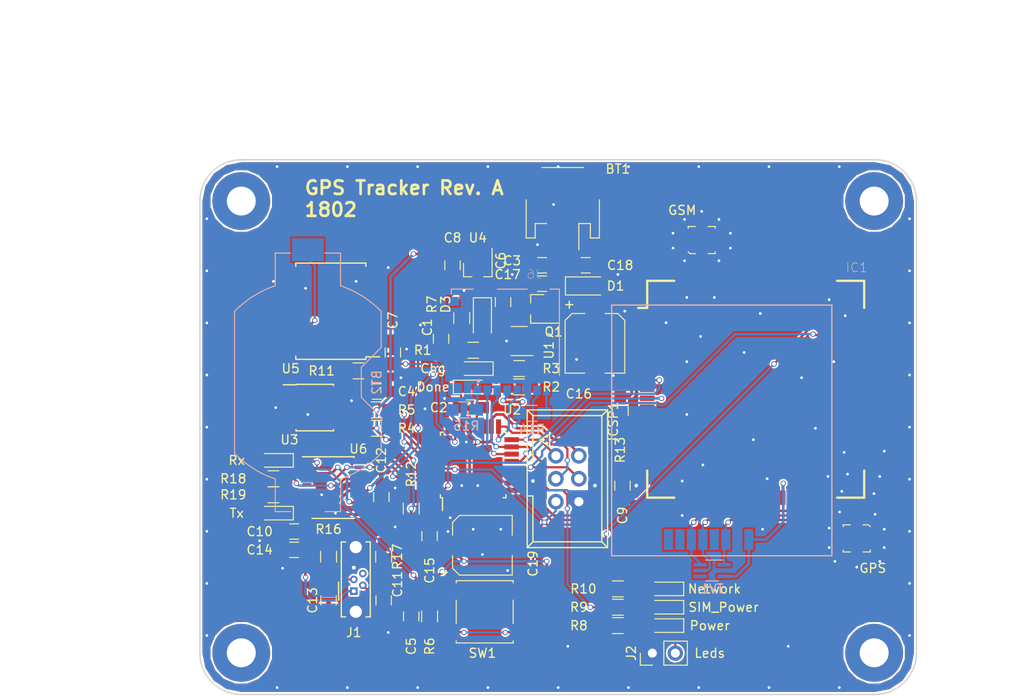
<source format=kicad_pcb>
(kicad_pcb (version 4) (host pcbnew 4.0.7)

  (general
    (links 316)
    (no_connects 0)
    (area 99.238999 68.758999 178.637001 128.091001)
    (thickness 1.6)
    (drawings 16)
    (tracks 588)
    (zones 0)
    (modules 189)
    (nets 110)
  )

  (page A4)
  (layers
    (0 F.Cu signal)
    (31 B.Cu signal)
    (32 B.Adhes user)
    (33 F.Adhes user)
    (34 B.Paste user)
    (35 F.Paste user)
    (36 B.SilkS user)
    (37 F.SilkS user)
    (38 B.Mask user)
    (39 F.Mask user)
    (40 Dwgs.User user)
    (41 Cmts.User user)
    (42 Eco1.User user)
    (43 Eco2.User user)
    (44 Edge.Cuts user)
    (45 Margin user)
    (46 B.CrtYd user)
    (47 F.CrtYd user)
    (48 B.Fab user)
    (49 F.Fab user hide)
  )

  (setup
    (last_trace_width 0.25)
    (trace_clearance 0.2)
    (zone_clearance 0.2)
    (zone_45_only yes)
    (trace_min 0.2)
    (segment_width 0.2)
    (edge_width 0.15)
    (via_size 0.6)
    (via_drill 0.4)
    (via_min_size 0.4)
    (via_min_drill 0.3)
    (uvia_size 0.3)
    (uvia_drill 0.1)
    (uvias_allowed no)
    (uvia_min_size 0.2)
    (uvia_min_drill 0.1)
    (pcb_text_width 0.3)
    (pcb_text_size 1.5 1.5)
    (mod_edge_width 0.15)
    (mod_text_size 1 1)
    (mod_text_width 0.15)
    (pad_size 2.95 1.5)
    (pad_drill 0)
    (pad_to_mask_clearance 0.2)
    (aux_axis_origin 0 0)
    (visible_elements 7FFFFF7F)
    (pcbplotparams
      (layerselection 0x011f0_80000001)
      (usegerberextensions true)
      (excludeedgelayer true)
      (linewidth 0.100000)
      (plotframeref false)
      (viasonmask false)
      (mode 1)
      (useauxorigin false)
      (hpglpennumber 1)
      (hpglpenspeed 20)
      (hpglpendiameter 15)
      (hpglpenoverlay 2)
      (psnegative false)
      (psa4output false)
      (plotreference true)
      (plotvalue true)
      (plotinvisibletext false)
      (padsonsilk false)
      (subtractmaskfromsilk false)
      (outputformat 1)
      (mirror false)
      (drillshape 0)
      (scaleselection 1)
      (outputdirectory "../../../tmp/kicad output - gps/"))
  )

  (net 0 "")
  (net 1 +BATT)
  (net 2 GND)
  (net 3 "Net-(BT2-Pad1)")
  (net 4 VBUS)
  (net 5 "Net-(C2-Pad1)")
  (net 6 +3V3)
  (net 7 /ARD_RST)
  (net 8 /DTR)
  (net 9 "Net-(C6-Pad1)")
  (net 10 /RTC_PWR)
  (net 11 "Net-(C9-Pad1)")
  (net 12 "Net-(C11-Pad1)")
  (net 13 "Net-(C13-Pad1)")
  (net 14 +2V8)
  (net 15 /SIM808_P)
  (net 16 "Net-(IC1-Pad9)")
  (net 17 /SIM808_RI)
  (net 18 "Net-(IC1-Pad11)")
  (net 19 "Net-(IC1-Pad12)")
  (net 20 "Net-(IC1-Pad13)")
  (net 21 /ARD_HRX)
  (net 22 /ARD_HTX)
  (net 23 "Net-(IC1-Pad19)")
  (net 24 "Net-(IC1-Pad20)")
  (net 25 "Net-(IC1-Pad21)")
  (net 26 "Net-(IC1-Pad22)")
  (net 27 "Net-(IC1-Pad23)")
  (net 28 "Net-(IC1-Pad24)")
  (net 29 "Net-(IC1-Pad25)")
  (net 30 "Net-(IC1-Pad26)")
  (net 31 "Net-(IC1-Pad27)")
  (net 32 +1V8)
  (net 33 /SIMDATA)
  (net 34 /SIMCLK)
  (net 35 /SIMRST)
  (net 36 "Net-(IC1-Pad33)")
  (net 37 "Net-(IC1-Pad37)")
  (net 38 "Net-(IC1-Pad38)")
  (net 39 "Net-(IC1-Pad39)")
  (net 40 "Net-(IC1-Pad41)")
  (net 41 "Net-(IC1-Pad42)")
  (net 42 "Net-(IC1-Pad43)")
  (net 43 "Net-(IC1-Pad44)")
  (net 44 "Net-(IC1-Pad45)")
  (net 45 "Net-(IC1-Pad46)")
  (net 46 "Net-(IC1-Pad47)")
  (net 47 "Net-(IC1-Pad48)")
  (net 48 /SIM808_S)
  (net 49 /NETWORK_LED)
  (net 50 "Net-(IC1-Pad53)")
  (net 51 "Net-(IC1-Pad55)")
  (net 52 "Net-(IC1-Pad56)")
  (net 53 "Net-(IC1-Pad57)")
  (net 54 "Net-(IC1-Pad58)")
  (net 55 "Net-(IC1-Pad59)")
  (net 56 "Net-(IC1-Pad60)")
  (net 57 "Net-(IC1-Pad61)")
  (net 58 "Net-(IC1-Pad62)")
  (net 59 "Net-(IC1-Pad63)")
  (net 60 /ARD_MISO)
  (net 61 /ARD_SCK)
  (net 62 /ARD_MOSI)
  (net 63 "Net-(J1-Pad4)")
  (net 64 "Net-(J2-Pad2)")
  (net 65 "Net-(J3-Pad6)")
  (net 66 "Net-(J6-Pad8)")
  (net 67 /ARD_IO10)
  (net 68 "Net-(J6-Pad1)")
  (net 69 "Net-(R1-Pad1)")
  (net 70 "Net-(R2-Pad2)")
  (net 71 /SDA)
  (net 72 /SCL)
  (net 73 /WAKE_UP)
  (net 74 "Net-(R16-Pad1)")
  (net 75 "Net-(R17-Pad2)")
  (net 76 "Net-(R18-Pad1)")
  (net 77 "Net-(R19-Pad1)")
  (net 78 "Net-(U2-Pad7)")
  (net 79 "Net-(U2-Pad8)")
  (net 80 "Net-(U2-Pad11)")
  (net 81 "Net-(U2-Pad19)")
  (net 82 "Net-(U2-Pad22)")
  (net 83 "Net-(U2-Pad24)")
  (net 84 "Net-(U2-Pad25)")
  (net 85 "Net-(U2-Pad26)")
  (net 86 /ARD_RX)
  (net 87 /ARD_TX)
  (net 88 "Net-(U3-Pad7)")
  (net 89 "Net-(U5-Pad1)")
  (net 90 "Net-(U5-Pad4)")
  (net 91 "Net-(U6-Pad2)")
  (net 92 +3V3_FDTI)
  (net 93 "Net-(U6-Pad5)")
  (net 94 "Net-(U6-Pad7)")
  (net 95 "Net-(U6-Pad8)")
  (net 96 "Net-(U6-Pad18)")
  (net 97 "Net-(U6-Pad19)")
  (net 98 "Net-(LED1-Pad1)")
  (net 99 "Net-(LED2-Pad2)")
  (net 100 "Net-(LED3-Pad2)")
  (net 101 "Net-(LED4-Pad2)")
  (net 102 "Net-(LED5-Pad2)")
  (net 103 "Net-(LED6-Pad2)")
  (net 104 "Net-(LED7-Pad2)")
  (net 105 "Net-(U2-Pad2)")
  (net 106 "Net-(TV1-Pad4)")
  (net 107 +3.3VP)
  (net 108 /GPS)
  (net 109 /GSM)

  (net_class Default "This is the default net class."
    (clearance 0.2)
    (trace_width 0.25)
    (via_dia 0.6)
    (via_drill 0.4)
    (uvia_dia 0.3)
    (uvia_drill 0.1)
    (add_net +3.3VP)
    (add_net /ARD_HRX)
    (add_net /ARD_HTX)
    (add_net /ARD_IO10)
    (add_net /ARD_MISO)
    (add_net /ARD_MOSI)
    (add_net /ARD_RST)
    (add_net /ARD_RX)
    (add_net /ARD_SCK)
    (add_net /ARD_TX)
    (add_net /DTR)
    (add_net /NETWORK_LED)
    (add_net /RTC_PWR)
    (add_net /SCL)
    (add_net /SDA)
    (add_net /SIM808_P)
    (add_net /SIM808_RI)
    (add_net /SIM808_S)
    (add_net /SIMCLK)
    (add_net /SIMDATA)
    (add_net /SIMRST)
    (add_net /WAKE_UP)
    (add_net GND)
    (add_net "Net-(BT2-Pad1)")
    (add_net "Net-(C11-Pad1)")
    (add_net "Net-(C13-Pad1)")
    (add_net "Net-(C2-Pad1)")
    (add_net "Net-(C6-Pad1)")
    (add_net "Net-(C9-Pad1)")
    (add_net "Net-(IC1-Pad11)")
    (add_net "Net-(IC1-Pad12)")
    (add_net "Net-(IC1-Pad13)")
    (add_net "Net-(IC1-Pad19)")
    (add_net "Net-(IC1-Pad20)")
    (add_net "Net-(IC1-Pad21)")
    (add_net "Net-(IC1-Pad22)")
    (add_net "Net-(IC1-Pad23)")
    (add_net "Net-(IC1-Pad24)")
    (add_net "Net-(IC1-Pad25)")
    (add_net "Net-(IC1-Pad26)")
    (add_net "Net-(IC1-Pad27)")
    (add_net "Net-(IC1-Pad33)")
    (add_net "Net-(IC1-Pad37)")
    (add_net "Net-(IC1-Pad38)")
    (add_net "Net-(IC1-Pad39)")
    (add_net "Net-(IC1-Pad41)")
    (add_net "Net-(IC1-Pad42)")
    (add_net "Net-(IC1-Pad43)")
    (add_net "Net-(IC1-Pad44)")
    (add_net "Net-(IC1-Pad45)")
    (add_net "Net-(IC1-Pad46)")
    (add_net "Net-(IC1-Pad47)")
    (add_net "Net-(IC1-Pad48)")
    (add_net "Net-(IC1-Pad53)")
    (add_net "Net-(IC1-Pad55)")
    (add_net "Net-(IC1-Pad56)")
    (add_net "Net-(IC1-Pad57)")
    (add_net "Net-(IC1-Pad58)")
    (add_net "Net-(IC1-Pad59)")
    (add_net "Net-(IC1-Pad60)")
    (add_net "Net-(IC1-Pad61)")
    (add_net "Net-(IC1-Pad62)")
    (add_net "Net-(IC1-Pad63)")
    (add_net "Net-(IC1-Pad9)")
    (add_net "Net-(J1-Pad4)")
    (add_net "Net-(J2-Pad2)")
    (add_net "Net-(J3-Pad6)")
    (add_net "Net-(J6-Pad1)")
    (add_net "Net-(J6-Pad8)")
    (add_net "Net-(LED1-Pad1)")
    (add_net "Net-(LED2-Pad2)")
    (add_net "Net-(LED3-Pad2)")
    (add_net "Net-(LED4-Pad2)")
    (add_net "Net-(LED5-Pad2)")
    (add_net "Net-(LED6-Pad2)")
    (add_net "Net-(LED7-Pad2)")
    (add_net "Net-(R1-Pad1)")
    (add_net "Net-(R16-Pad1)")
    (add_net "Net-(R17-Pad2)")
    (add_net "Net-(R18-Pad1)")
    (add_net "Net-(R19-Pad1)")
    (add_net "Net-(R2-Pad2)")
    (add_net "Net-(TV1-Pad4)")
    (add_net "Net-(U2-Pad11)")
    (add_net "Net-(U2-Pad19)")
    (add_net "Net-(U2-Pad2)")
    (add_net "Net-(U2-Pad22)")
    (add_net "Net-(U2-Pad24)")
    (add_net "Net-(U2-Pad25)")
    (add_net "Net-(U2-Pad26)")
    (add_net "Net-(U2-Pad7)")
    (add_net "Net-(U2-Pad8)")
    (add_net "Net-(U3-Pad7)")
    (add_net "Net-(U5-Pad1)")
    (add_net "Net-(U5-Pad4)")
    (add_net "Net-(U6-Pad18)")
    (add_net "Net-(U6-Pad19)")
    (add_net "Net-(U6-Pad2)")
    (add_net "Net-(U6-Pad5)")
    (add_net "Net-(U6-Pad7)")
    (add_net "Net-(U6-Pad8)")
  )

  (net_class High_Power ""
    (clearance 0.2)
    (trace_width 1)
    (via_dia 0.6)
    (via_drill 0.4)
    (uvia_dia 0.3)
    (uvia_drill 0.1)
    (add_net +BATT)
  )

  (net_class Low_power ""
    (clearance 0.2)
    (trace_width 0.3)
    (via_dia 0.6)
    (via_drill 0.4)
    (uvia_dia 0.3)
    (uvia_drill 0.1)
    (add_net +1V8)
    (add_net +2V8)
    (add_net +3V3)
    (add_net +3V3_FDTI)
    (add_net VBUS)
  )

  (net_class RF ""
    (clearance 0.2)
    (trace_width 1.5)
    (via_dia 0.6)
    (via_drill 0.4)
    (uvia_dia 0.3)
    (uvia_drill 0.1)
    (add_net /GPS)
    (add_net /GSM)
  )

  (module custom-conn:Via-0.6mm (layer F.Cu) (tedit 5A4D388C) (tstamp 5A53E148)
    (at 162.052 104.14)
    (fp_text reference VIA** (at 0 1.27) (layer F.SilkS) hide
      (effects (font (size 1 1) (thickness 0.15)))
    )
    (fp_text value Via-0.6mm (at 0 -1.016) (layer F.Fab) hide
      (effects (font (size 1 1) (thickness 0.15)))
    )
    (pad 1 thru_hole circle (at 0 0) (size 0.6 0.6) (drill 0.3) (layers *.Cu)
      (net 2 GND) (zone_connect 2))
  )

  (module custom-conn:Via-0.6mm (layer F.Cu) (tedit 5A4D388C) (tstamp 5A53E115)
    (at 161.544 109.728)
    (fp_text reference VIA** (at 0 1.27) (layer F.SilkS) hide
      (effects (font (size 1 1) (thickness 0.15)))
    )
    (fp_text value Via-0.6mm (at 0 -1.016) (layer F.Fab) hide
      (effects (font (size 1 1) (thickness 0.15)))
    )
    (pad 1 thru_hole circle (at 0 0) (size 0.6 0.6) (drill 0.3) (layers *.Cu)
      (net 2 GND) (zone_connect 2))
  )

  (module acronet:47553-0001 (layer B.Cu) (tedit 5A53E0DF) (tstamp 5A36A06D)
    (at 151.13 90.17 90)
    (descr "Molex 47553-0001 1.27mm-pitch 6-circuit SIM Card Holder (SMD)")
    (tags "SIM CARD HOLDER")
    (path /59A3994A)
    (fp_text reference J3 (at 0 -9.37 90) (layer B.SilkS) hide
      (effects (font (size 1.00076 1.00076) (thickness 0.20066)) (justify mirror))
    )
    (fp_text value 47553-0001 (at 0 21.18 90) (layer B.SilkS) hide
      (effects (font (size 1.00076 1.00076) (thickness 0.20066)) (justify mirror))
    )
    (fp_line (start -22.5 -6.28) (end 5.25 -6.27) (layer B.SilkS) (width 0.14986))
    (fp_line (start -22.5 18.08) (end 5.25 18.08) (layer B.SilkS) (width 0.14986))
    (fp_line (start 5.25 18.08) (end 5.25 -6.27) (layer B.SilkS) (width 0.14986))
    (fp_line (start -22.5 -6.27) (end -22.5 18.08) (layer B.SilkS) (width 0.14986))
    (pad 3 smd rect (at -20.7 3.81 90) (size 2.3 1) (layers B.Cu B.Paste B.Mask)
      (net 34 /SIMCLK))
    (pad CD1 smd rect (at -20.7 1.27 90) (size 2.3 1) (layers B.Cu B.Paste B.Mask))
    (pad CD2 smd rect (at -20.7 0 90) (size 2.3 1) (layers B.Cu B.Paste B.Mask))
    (pad 2 smd rect (at -20.7 6.35 90) (size 2.3 1) (layers B.Cu B.Paste B.Mask)
      (net 35 /SIMRST))
    (pad 1 smd rect (at -20.7 8.89 90) (size 2.3 1) (layers B.Cu B.Paste B.Mask)
      (net 32 +1V8))
    (pad 7 smd rect (at -20.7 2.54 90) (size 2.3 1) (layers B.Cu B.Paste B.Mask)
      (net 33 /SIMDATA))
    (pad 5 smd rect (at -20.7 7.62 90) (size 2.3 1) (layers B.Cu B.Paste B.Mask)
      (net 2 GND))
    (pad 6 smd rect (at -20.7 5.08 90) (size 2.3 1) (layers B.Cu B.Paste B.Mask)
      (net 65 "Net-(J3-Pad6)"))
    (pad GND1 smd rect (at 0 16.18 90) (size 2.95 1.5) (layers B.Cu B.Paste B.Mask)
      (net 2 GND))
    (pad GND2 smd rect (at 0 -4.37 90) (size 2.95 1.5) (layers B.Cu B.Paste B.Mask)
      (net 2 GND))
  )

  (module custom-conn:Via-0.6mm (layer F.Cu) (tedit 5A4D388C) (tstamp 5A52B3D0)
    (at 175.006 101.092)
    (fp_text reference VIA** (at 0 1.27) (layer F.SilkS) hide
      (effects (font (size 1 1) (thickness 0.15)))
    )
    (fp_text value Via-0.6mm (at 0 -1.016) (layer F.Fab) hide
      (effects (font (size 1 1) (thickness 0.15)))
    )
    (pad 1 thru_hole circle (at 0 0) (size 0.6 0.6) (drill 0.3) (layers *.Cu)
      (net 2 GND) (zone_connect 2))
  )

  (module custom-conn:Via-0.6mm (layer F.Cu) (tedit 5A4D388C) (tstamp 5A52B050)
    (at 164.3888 122.682)
    (fp_text reference VIA** (at 0 1.27) (layer F.SilkS) hide
      (effects (font (size 1 1) (thickness 0.15)))
    )
    (fp_text value Via-0.6mm (at 0 -1.016) (layer F.Fab) hide
      (effects (font (size 1 1) (thickness 0.15)))
    )
    (pad 1 thru_hole circle (at 0 0) (size 0.6 0.6) (drill 0.3) (layers *.Cu)
      (net 2 GND) (zone_connect 2))
  )

  (module custom-conn:Via-0.6mm (layer F.Cu) (tedit 5A4D388C) (tstamp 5A52B040)
    (at 140.0048 122.682)
    (fp_text reference VIA** (at 0 1.27) (layer F.SilkS) hide
      (effects (font (size 1 1) (thickness 0.15)))
    )
    (fp_text value Via-0.6mm (at 0 -1.016) (layer F.Fab) hide
      (effects (font (size 1 1) (thickness 0.15)))
    )
    (pad 1 thru_hole circle (at 0 0) (size 0.6 0.6) (drill 0.3) (layers *.Cu)
      (net 2 GND) (zone_connect 2))
  )

  (module custom-conn:Via-0.6mm (layer F.Cu) (tedit 5A4D388C) (tstamp 5A52B030)
    (at 120.142 121.158)
    (fp_text reference VIA** (at 0 1.27) (layer F.SilkS) hide
      (effects (font (size 1 1) (thickness 0.15)))
    )
    (fp_text value Via-0.6mm (at 0 -1.016) (layer F.Fab) hide
      (effects (font (size 1 1) (thickness 0.15)))
    )
    (pad 1 thru_hole circle (at 0 0) (size 0.6 0.6) (drill 0.3) (layers *.Cu)
      (net 2 GND) (zone_connect 2))
  )

  (module custom-conn:Via-0.6mm (layer F.Cu) (tedit 5A4D388C) (tstamp 5A52B029)
    (at 114.3 107.95)
    (fp_text reference VIA** (at 0 1.27) (layer F.SilkS) hide
      (effects (font (size 1 1) (thickness 0.15)))
    )
    (fp_text value Via-0.6mm (at 0 -1.016) (layer F.Fab) hide
      (effects (font (size 1 1) (thickness 0.15)))
    )
    (pad 1 thru_hole circle (at 0 0) (size 0.6 0.6) (drill 0.3) (layers *.Cu)
      (net 2 GND) (zone_connect 2))
  )

  (module Capacitors_SMD:C_0805_HandSoldering (layer F.Cu) (tedit 5A36E382) (tstamp 5A369F95)
    (at 120.65 90.17 90)
    (descr "Capacitor SMD 0805, hand soldering")
    (tags "capacitor 0805")
    (path /5A3745DB)
    (attr smd)
    (fp_text reference C7 (at 3.556 0 90) (layer F.SilkS)
      (effects (font (size 1 1) (thickness 0.15)))
    )
    (fp_text value 0.1uF (at 0 1.75 90) (layer F.Fab) hide
      (effects (font (size 1 1) (thickness 0.15)))
    )
    (fp_text user %R (at 0 -1.75 90) (layer F.Fab)
      (effects (font (size 1 1) (thickness 0.15)))
    )
    (fp_line (start -1 0.62) (end -1 -0.62) (layer F.Fab) (width 0.1))
    (fp_line (start 1 0.62) (end -1 0.62) (layer F.Fab) (width 0.1))
    (fp_line (start 1 -0.62) (end 1 0.62) (layer F.Fab) (width 0.1))
    (fp_line (start -1 -0.62) (end 1 -0.62) (layer F.Fab) (width 0.1))
    (fp_line (start 0.5 -0.85) (end -0.5 -0.85) (layer F.SilkS) (width 0.12))
    (fp_line (start -0.5 0.85) (end 0.5 0.85) (layer F.SilkS) (width 0.12))
    (fp_line (start -2.25 -0.88) (end 2.25 -0.88) (layer F.CrtYd) (width 0.05))
    (fp_line (start -2.25 -0.88) (end -2.25 0.87) (layer F.CrtYd) (width 0.05))
    (fp_line (start 2.25 0.87) (end 2.25 -0.88) (layer F.CrtYd) (width 0.05))
    (fp_line (start 2.25 0.87) (end -2.25 0.87) (layer F.CrtYd) (width 0.05))
    (pad 1 smd rect (at -1.25 0 90) (size 1.5 1.25) (layers F.Cu F.Paste F.Mask)
      (net 10 /RTC_PWR))
    (pad 2 smd rect (at 1.25 0 90) (size 1.5 1.25) (layers F.Cu F.Paste F.Mask)
      (net 2 GND))
    (model Capacitors_SMD.3dshapes/C_0805.wrl
      (at (xyz 0 0 0))
      (scale (xyz 1 1 1))
      (rotate (xyz 0 0 0))
    )
  )

  (module custom-conn:Via-0.6mm (layer F.Cu) (tedit 5A4D388C) (tstamp 5A52AE0C)
    (at 175.006 111.76)
    (fp_text reference VIA** (at 0 1.27) (layer F.SilkS) hide
      (effects (font (size 1 1) (thickness 0.15)))
    )
    (fp_text value Via-0.6mm (at 0 -1.016) (layer F.Fab) hide
      (effects (font (size 1 1) (thickness 0.15)))
    )
    (pad 1 thru_hole circle (at 0 0) (size 0.6 0.6) (drill 0.3) (layers *.Cu)
      (net 2 GND) (zone_connect 2))
  )

  (module custom-conn:Via-0.6mm (layer F.Cu) (tedit 5A4D388C) (tstamp 5A52AB24)
    (at 177.8 121.4882)
    (fp_text reference VIA** (at 0 1.27) (layer F.SilkS) hide
      (effects (font (size 1 1) (thickness 0.15)))
    )
    (fp_text value Via-0.6mm (at 0 -1.016) (layer F.Fab) hide
      (effects (font (size 1 1) (thickness 0.15)))
    )
    (pad 1 thru_hole circle (at 0 0) (size 0.6 0.6) (drill 0.3) (layers *.Cu)
      (net 2 GND) (zone_connect 2))
  )

  (module custom-conn:Via-0.6mm (layer F.Cu) (tedit 5A4D388C) (tstamp 5A52AB20)
    (at 177.8 115.7224)
    (fp_text reference VIA** (at 0 1.27) (layer F.SilkS) hide
      (effects (font (size 1 1) (thickness 0.15)))
    )
    (fp_text value Via-0.6mm (at 0 -1.016) (layer F.Fab) hide
      (effects (font (size 1 1) (thickness 0.15)))
    )
    (pad 1 thru_hole circle (at 0 0) (size 0.6 0.6) (drill 0.3) (layers *.Cu)
      (net 2 GND) (zone_connect 2))
  )

  (module custom-conn:Via-0.6mm (layer F.Cu) (tedit 5A4D388C) (tstamp 5A52AB1C)
    (at 177.8 109.9566)
    (fp_text reference VIA** (at 0 1.27) (layer F.SilkS) hide
      (effects (font (size 1 1) (thickness 0.15)))
    )
    (fp_text value Via-0.6mm (at 0 -1.016) (layer F.Fab) hide
      (effects (font (size 1 1) (thickness 0.15)))
    )
    (pad 1 thru_hole circle (at 0 0) (size 0.6 0.6) (drill 0.3) (layers *.Cu)
      (net 2 GND) (zone_connect 2))
  )

  (module custom-conn:Via-0.6mm (layer F.Cu) (tedit 5A4D388C) (tstamp 5A52AB18)
    (at 177.8 104.1908)
    (fp_text reference VIA** (at 0 1.27) (layer F.SilkS) hide
      (effects (font (size 1 1) (thickness 0.15)))
    )
    (fp_text value Via-0.6mm (at 0 -1.016) (layer F.Fab) hide
      (effects (font (size 1 1) (thickness 0.15)))
    )
    (pad 1 thru_hole circle (at 0 0) (size 0.6 0.6) (drill 0.3) (layers *.Cu)
      (net 2 GND) (zone_connect 2))
  )

  (module custom-conn:Via-0.6mm (layer F.Cu) (tedit 5A4D388C) (tstamp 5A52AB14)
    (at 177.8 98.425)
    (fp_text reference VIA** (at 0 1.27) (layer F.SilkS) hide
      (effects (font (size 1 1) (thickness 0.15)))
    )
    (fp_text value Via-0.6mm (at 0 -1.016) (layer F.Fab) hide
      (effects (font (size 1 1) (thickness 0.15)))
    )
    (pad 1 thru_hole circle (at 0 0) (size 0.6 0.6) (drill 0.3) (layers *.Cu)
      (net 2 GND) (zone_connect 2))
  )

  (module custom-conn:Via-0.6mm (layer F.Cu) (tedit 5A4D388C) (tstamp 5A52AB10)
    (at 177.8 92.6592)
    (fp_text reference VIA** (at 0 1.27) (layer F.SilkS) hide
      (effects (font (size 1 1) (thickness 0.15)))
    )
    (fp_text value Via-0.6mm (at 0 -1.016) (layer F.Fab) hide
      (effects (font (size 1 1) (thickness 0.15)))
    )
    (pad 1 thru_hole circle (at 0 0) (size 0.6 0.6) (drill 0.3) (layers *.Cu)
      (net 2 GND) (zone_connect 2))
  )

  (module custom-conn:Via-0.6mm (layer F.Cu) (tedit 5A4D388C) (tstamp 5A52AB0C)
    (at 177.8 86.8934)
    (fp_text reference VIA** (at 0 1.27) (layer F.SilkS) hide
      (effects (font (size 1 1) (thickness 0.15)))
    )
    (fp_text value Via-0.6mm (at 0 -1.016) (layer F.Fab) hide
      (effects (font (size 1 1) (thickness 0.15)))
    )
    (pad 1 thru_hole circle (at 0 0) (size 0.6 0.6) (drill 0.3) (layers *.Cu)
      (net 2 GND) (zone_connect 2))
  )

  (module custom-conn:Via-0.6mm (layer F.Cu) (tedit 5A4D388C) (tstamp 5A52AB08)
    (at 177.8 81.1276)
    (fp_text reference VIA** (at 0 1.27) (layer F.SilkS) hide
      (effects (font (size 1 1) (thickness 0.15)))
    )
    (fp_text value Via-0.6mm (at 0 -1.016) (layer F.Fab) hide
      (effects (font (size 1 1) (thickness 0.15)))
    )
    (pad 1 thru_hole circle (at 0 0) (size 0.6 0.6) (drill 0.3) (layers *.Cu)
      (net 2 GND) (zone_connect 2))
  )

  (module custom-conn:Via-0.6mm (layer F.Cu) (tedit 5A4D388C) (tstamp 5A52AB04)
    (at 177.8 75.3618)
    (fp_text reference VIA** (at 0 1.27) (layer F.SilkS) hide
      (effects (font (size 1 1) (thickness 0.15)))
    )
    (fp_text value Via-0.6mm (at 0 -1.016) (layer F.Fab) hide
      (effects (font (size 1 1) (thickness 0.15)))
    )
    (pad 1 thru_hole circle (at 0 0) (size 0.6 0.6) (drill 0.3) (layers *.Cu)
      (net 2 GND) (zone_connect 2))
  )

  (module custom-conn:Via-0.6mm (layer F.Cu) (tedit 5A4D388C) (tstamp 5A52AAFB)
    (at 170.0276 127.254)
    (fp_text reference VIA** (at 0 1.27) (layer F.SilkS) hide
      (effects (font (size 1 1) (thickness 0.15)))
    )
    (fp_text value Via-0.6mm (at 0 -1.016) (layer F.Fab) hide
      (effects (font (size 1 1) (thickness 0.15)))
    )
    (pad 1 thru_hole circle (at 0 0) (size 0.6 0.6) (drill 0.3) (layers *.Cu)
      (net 2 GND) (zone_connect 2))
  )

  (module custom-conn:Via-0.6mm (layer F.Cu) (tedit 5A4D388C) (tstamp 5A52AAF7)
    (at 162.2552 127.254)
    (fp_text reference VIA** (at 0 1.27) (layer F.SilkS) hide
      (effects (font (size 1 1) (thickness 0.15)))
    )
    (fp_text value Via-0.6mm (at 0 -1.016) (layer F.Fab) hide
      (effects (font (size 1 1) (thickness 0.15)))
    )
    (pad 1 thru_hole circle (at 0 0) (size 0.6 0.6) (drill 0.3) (layers *.Cu)
      (net 2 GND) (zone_connect 2))
  )

  (module custom-conn:Via-0.6mm (layer F.Cu) (tedit 5A4D388C) (tstamp 5A52AAF3)
    (at 154.4828 127.254)
    (fp_text reference VIA** (at 0 1.27) (layer F.SilkS) hide
      (effects (font (size 1 1) (thickness 0.15)))
    )
    (fp_text value Via-0.6mm (at 0 -1.016) (layer F.Fab) hide
      (effects (font (size 1 1) (thickness 0.15)))
    )
    (pad 1 thru_hole circle (at 0 0) (size 0.6 0.6) (drill 0.3) (layers *.Cu)
      (net 2 GND) (zone_connect 2))
  )

  (module custom-conn:Via-0.6mm (layer F.Cu) (tedit 5A4D388C) (tstamp 5A52AAEF)
    (at 146.7104 127.254)
    (fp_text reference VIA** (at 0 1.27) (layer F.SilkS) hide
      (effects (font (size 1 1) (thickness 0.15)))
    )
    (fp_text value Via-0.6mm (at 0 -1.016) (layer F.Fab) hide
      (effects (font (size 1 1) (thickness 0.15)))
    )
    (pad 1 thru_hole circle (at 0 0) (size 0.6 0.6) (drill 0.3) (layers *.Cu)
      (net 2 GND) (zone_connect 2))
  )

  (module custom-conn:Via-0.6mm (layer F.Cu) (tedit 5A4D388C) (tstamp 5A52AAEB)
    (at 138.938 127.254)
    (fp_text reference VIA** (at 0 1.27) (layer F.SilkS) hide
      (effects (font (size 1 1) (thickness 0.15)))
    )
    (fp_text value Via-0.6mm (at 0 -1.016) (layer F.Fab) hide
      (effects (font (size 1 1) (thickness 0.15)))
    )
    (pad 1 thru_hole circle (at 0 0) (size 0.6 0.6) (drill 0.3) (layers *.Cu)
      (net 2 GND) (zone_connect 2))
  )

  (module custom-conn:Via-0.6mm (layer F.Cu) (tedit 5A4D388C) (tstamp 5A52AAE7)
    (at 131.1656 127.254)
    (fp_text reference VIA** (at 0 1.27) (layer F.SilkS) hide
      (effects (font (size 1 1) (thickness 0.15)))
    )
    (fp_text value Via-0.6mm (at 0 -1.016) (layer F.Fab) hide
      (effects (font (size 1 1) (thickness 0.15)))
    )
    (pad 1 thru_hole circle (at 0 0) (size 0.6 0.6) (drill 0.3) (layers *.Cu)
      (net 2 GND) (zone_connect 2))
  )

  (module custom-conn:Via-0.6mm (layer F.Cu) (tedit 5A4D388C) (tstamp 5A52AAE3)
    (at 123.3932 127.254)
    (fp_text reference VIA** (at 0 1.27) (layer F.SilkS) hide
      (effects (font (size 1 1) (thickness 0.15)))
    )
    (fp_text value Via-0.6mm (at 0 -1.016) (layer F.Fab) hide
      (effects (font (size 1 1) (thickness 0.15)))
    )
    (pad 1 thru_hole circle (at 0 0) (size 0.6 0.6) (drill 0.3) (layers *.Cu)
      (net 2 GND) (zone_connect 2))
  )

  (module custom-conn:Via-0.6mm (layer F.Cu) (tedit 5A4D388C) (tstamp 5A52AADF)
    (at 115.6208 127.254)
    (fp_text reference VIA** (at 0 1.27) (layer F.SilkS) hide
      (effects (font (size 1 1) (thickness 0.15)))
    )
    (fp_text value Via-0.6mm (at 0 -1.016) (layer F.Fab) hide
      (effects (font (size 1 1) (thickness 0.15)))
    )
    (pad 1 thru_hole circle (at 0 0) (size 0.6 0.6) (drill 0.3) (layers *.Cu)
      (net 2 GND) (zone_connect 2))
  )

  (module custom-conn:Via-0.6mm (layer F.Cu) (tedit 5A4D388C) (tstamp 5A52AADB)
    (at 107.8484 127.254)
    (fp_text reference VIA** (at 0 1.27) (layer F.SilkS) hide
      (effects (font (size 1 1) (thickness 0.15)))
    )
    (fp_text value Via-0.6mm (at 0 -1.016) (layer F.Fab) hide
      (effects (font (size 1 1) (thickness 0.15)))
    )
    (pad 1 thru_hole circle (at 0 0) (size 0.6 0.6) (drill 0.3) (layers *.Cu)
      (net 2 GND) (zone_connect 2))
  )

  (module custom-conn:Via-0.6mm (layer F.Cu) (tedit 5A4D388C) (tstamp 5A52AAD0)
    (at 100.076 121.4882)
    (fp_text reference VIA** (at 0 1.27) (layer F.SilkS) hide
      (effects (font (size 1 1) (thickness 0.15)))
    )
    (fp_text value Via-0.6mm (at 0 -1.016) (layer F.Fab) hide
      (effects (font (size 1 1) (thickness 0.15)))
    )
    (pad 1 thru_hole circle (at 0 0) (size 0.6 0.6) (drill 0.3) (layers *.Cu)
      (net 2 GND) (zone_connect 2))
  )

  (module custom-conn:Via-0.6mm (layer F.Cu) (tedit 5A4D388C) (tstamp 5A52AACC)
    (at 100.076 115.7224)
    (fp_text reference VIA** (at 0 1.27) (layer F.SilkS) hide
      (effects (font (size 1 1) (thickness 0.15)))
    )
    (fp_text value Via-0.6mm (at 0 -1.016) (layer F.Fab) hide
      (effects (font (size 1 1) (thickness 0.15)))
    )
    (pad 1 thru_hole circle (at 0 0) (size 0.6 0.6) (drill 0.3) (layers *.Cu)
      (net 2 GND) (zone_connect 2))
  )

  (module custom-conn:Via-0.6mm (layer F.Cu) (tedit 5A4D388C) (tstamp 5A52AAC8)
    (at 100.076 109.9566)
    (fp_text reference VIA** (at 0 1.27) (layer F.SilkS) hide
      (effects (font (size 1 1) (thickness 0.15)))
    )
    (fp_text value Via-0.6mm (at 0 -1.016) (layer F.Fab) hide
      (effects (font (size 1 1) (thickness 0.15)))
    )
    (pad 1 thru_hole circle (at 0 0) (size 0.6 0.6) (drill 0.3) (layers *.Cu)
      (net 2 GND) (zone_connect 2))
  )

  (module custom-conn:Via-0.6mm (layer F.Cu) (tedit 5A4D388C) (tstamp 5A52AAC4)
    (at 100.076 104.1908)
    (fp_text reference VIA** (at 0 1.27) (layer F.SilkS) hide
      (effects (font (size 1 1) (thickness 0.15)))
    )
    (fp_text value Via-0.6mm (at 0 -1.016) (layer F.Fab) hide
      (effects (font (size 1 1) (thickness 0.15)))
    )
    (pad 1 thru_hole circle (at 0 0) (size 0.6 0.6) (drill 0.3) (layers *.Cu)
      (net 2 GND) (zone_connect 2))
  )

  (module custom-conn:Via-0.6mm (layer F.Cu) (tedit 5A4D388C) (tstamp 5A52AAC0)
    (at 100.076 98.425)
    (fp_text reference VIA** (at 0 1.27) (layer F.SilkS) hide
      (effects (font (size 1 1) (thickness 0.15)))
    )
    (fp_text value Via-0.6mm (at 0 -1.016) (layer F.Fab) hide
      (effects (font (size 1 1) (thickness 0.15)))
    )
    (pad 1 thru_hole circle (at 0 0) (size 0.6 0.6) (drill 0.3) (layers *.Cu)
      (net 2 GND) (zone_connect 2))
  )

  (module custom-conn:Via-0.6mm (layer F.Cu) (tedit 5A4D388C) (tstamp 5A52AABC)
    (at 100.076 92.6592)
    (fp_text reference VIA** (at 0 1.27) (layer F.SilkS) hide
      (effects (font (size 1 1) (thickness 0.15)))
    )
    (fp_text value Via-0.6mm (at 0 -1.016) (layer F.Fab) hide
      (effects (font (size 1 1) (thickness 0.15)))
    )
    (pad 1 thru_hole circle (at 0 0) (size 0.6 0.6) (drill 0.3) (layers *.Cu)
      (net 2 GND) (zone_connect 2))
  )

  (module custom-conn:Via-0.6mm (layer F.Cu) (tedit 5A4D388C) (tstamp 5A52AAB8)
    (at 100.076 86.8934)
    (fp_text reference VIA** (at 0 1.27) (layer F.SilkS) hide
      (effects (font (size 1 1) (thickness 0.15)))
    )
    (fp_text value Via-0.6mm (at 0 -1.016) (layer F.Fab) hide
      (effects (font (size 1 1) (thickness 0.15)))
    )
    (pad 1 thru_hole circle (at 0 0) (size 0.6 0.6) (drill 0.3) (layers *.Cu)
      (net 2 GND) (zone_connect 2))
  )

  (module custom-conn:Via-0.6mm (layer F.Cu) (tedit 5A4D388C) (tstamp 5A52AAB4)
    (at 100.076 81.1276)
    (fp_text reference VIA** (at 0 1.27) (layer F.SilkS) hide
      (effects (font (size 1 1) (thickness 0.15)))
    )
    (fp_text value Via-0.6mm (at 0 -1.016) (layer F.Fab) hide
      (effects (font (size 1 1) (thickness 0.15)))
    )
    (pad 1 thru_hole circle (at 0 0) (size 0.6 0.6) (drill 0.3) (layers *.Cu)
      (net 2 GND) (zone_connect 2))
  )

  (module custom-conn:Via-0.6mm (layer F.Cu) (tedit 5A4D388C) (tstamp 5A52AAB0)
    (at 100.076 75.3618)
    (fp_text reference VIA** (at 0 1.27) (layer F.SilkS) hide
      (effects (font (size 1 1) (thickness 0.15)))
    )
    (fp_text value Via-0.6mm (at 0 -1.016) (layer F.Fab) hide
      (effects (font (size 1 1) (thickness 0.15)))
    )
    (pad 1 thru_hole circle (at 0 0) (size 0.6 0.6) (drill 0.3) (layers *.Cu)
      (net 2 GND) (zone_connect 2))
  )

  (module custom-conn:Via-0.6mm (layer F.Cu) (tedit 5A4D388C) (tstamp 5A52AAA8)
    (at 170.0276 69.596)
    (fp_text reference VIA** (at 0 1.27) (layer F.SilkS) hide
      (effects (font (size 1 1) (thickness 0.15)))
    )
    (fp_text value Via-0.6mm (at 0 -1.016) (layer F.Fab) hide
      (effects (font (size 1 1) (thickness 0.15)))
    )
    (pad 1 thru_hole circle (at 0 0) (size 0.6 0.6) (drill 0.3) (layers *.Cu)
      (net 2 GND) (zone_connect 2))
  )

  (module custom-conn:Via-0.6mm (layer F.Cu) (tedit 5A4D388C) (tstamp 5A52AAA4)
    (at 162.2552 69.596)
    (fp_text reference VIA** (at 0 1.27) (layer F.SilkS) hide
      (effects (font (size 1 1) (thickness 0.15)))
    )
    (fp_text value Via-0.6mm (at 0 -1.016) (layer F.Fab) hide
      (effects (font (size 1 1) (thickness 0.15)))
    )
    (pad 1 thru_hole circle (at 0 0) (size 0.6 0.6) (drill 0.3) (layers *.Cu)
      (net 2 GND) (zone_connect 2))
  )

  (module custom-conn:Via-0.6mm (layer F.Cu) (tedit 5A4D388C) (tstamp 5A52AAA0)
    (at 154.4828 69.596)
    (fp_text reference VIA** (at 0 1.27) (layer F.SilkS) hide
      (effects (font (size 1 1) (thickness 0.15)))
    )
    (fp_text value Via-0.6mm (at 0 -1.016) (layer F.Fab) hide
      (effects (font (size 1 1) (thickness 0.15)))
    )
    (pad 1 thru_hole circle (at 0 0) (size 0.6 0.6) (drill 0.3) (layers *.Cu)
      (net 2 GND) (zone_connect 2))
  )

  (module custom-conn:Via-0.6mm (layer F.Cu) (tedit 5A4D388C) (tstamp 5A52AA9C)
    (at 146.7104 69.596)
    (fp_text reference VIA** (at 0 1.27) (layer F.SilkS) hide
      (effects (font (size 1 1) (thickness 0.15)))
    )
    (fp_text value Via-0.6mm (at 0 -1.016) (layer F.Fab) hide
      (effects (font (size 1 1) (thickness 0.15)))
    )
    (pad 1 thru_hole circle (at 0 0) (size 0.6 0.6) (drill 0.3) (layers *.Cu)
      (net 2 GND) (zone_connect 2))
  )

  (module custom-conn:Via-0.6mm (layer F.Cu) (tedit 5A4D388C) (tstamp 5A52AA98)
    (at 138.938 69.596)
    (fp_text reference VIA** (at 0 1.27) (layer F.SilkS) hide
      (effects (font (size 1 1) (thickness 0.15)))
    )
    (fp_text value Via-0.6mm (at 0 -1.016) (layer F.Fab) hide
      (effects (font (size 1 1) (thickness 0.15)))
    )
    (pad 1 thru_hole circle (at 0 0) (size 0.6 0.6) (drill 0.3) (layers *.Cu)
      (net 2 GND) (zone_connect 2))
  )

  (module custom-conn:Via-0.6mm (layer F.Cu) (tedit 5A4D388C) (tstamp 5A52AA94)
    (at 131.1656 69.596)
    (fp_text reference VIA** (at 0 1.27) (layer F.SilkS) hide
      (effects (font (size 1 1) (thickness 0.15)))
    )
    (fp_text value Via-0.6mm (at 0 -1.016) (layer F.Fab) hide
      (effects (font (size 1 1) (thickness 0.15)))
    )
    (pad 1 thru_hole circle (at 0 0) (size 0.6 0.6) (drill 0.3) (layers *.Cu)
      (net 2 GND) (zone_connect 2))
  )

  (module custom-conn:Via-0.6mm (layer F.Cu) (tedit 5A4D388C) (tstamp 5A52AA90)
    (at 123.3932 69.596)
    (fp_text reference VIA** (at 0 1.27) (layer F.SilkS) hide
      (effects (font (size 1 1) (thickness 0.15)))
    )
    (fp_text value Via-0.6mm (at 0 -1.016) (layer F.Fab) hide
      (effects (font (size 1 1) (thickness 0.15)))
    )
    (pad 1 thru_hole circle (at 0 0) (size 0.6 0.6) (drill 0.3) (layers *.Cu)
      (net 2 GND) (zone_connect 2))
  )

  (module custom-conn:Via-0.6mm (layer F.Cu) (tedit 5A4D388C) (tstamp 5A52AA8C)
    (at 115.6208 69.596)
    (fp_text reference VIA** (at 0 1.27) (layer F.SilkS) hide
      (effects (font (size 1 1) (thickness 0.15)))
    )
    (fp_text value Via-0.6mm (at 0 -1.016) (layer F.Fab) hide
      (effects (font (size 1 1) (thickness 0.15)))
    )
    (pad 1 thru_hole circle (at 0 0) (size 0.6 0.6) (drill 0.3) (layers *.Cu)
      (net 2 GND) (zone_connect 2))
  )

  (module custom-conn:Via-0.6mm (layer F.Cu) (tedit 5A4D388C) (tstamp 5A52AA88)
    (at 107.8484 69.596)
    (fp_text reference VIA** (at 0 1.27) (layer F.SilkS) hide
      (effects (font (size 1 1) (thickness 0.15)))
    )
    (fp_text value Via-0.6mm (at 0 -1.016) (layer F.Fab) hide
      (effects (font (size 1 1) (thickness 0.15)))
    )
    (pad 1 thru_hole circle (at 0 0) (size 0.6 0.6) (drill 0.3) (layers *.Cu)
      (net 2 GND) (zone_connect 2))
  )

  (module Mounting_Holes:MountingHole_3.2mm_M3_Pad (layer F.Cu) (tedit 5A528D48) (tstamp 5A52A7D7)
    (at 173.886 123.406)
    (descr "Mounting Hole 3.2mm, M3")
    (tags "mounting hole 3.2mm m3")
    (attr virtual)
    (fp_text reference REF** (at 0 -4.2) (layer F.SilkS) hide
      (effects (font (size 1 1) (thickness 0.15)))
    )
    (fp_text value MountingHole_3.2mm_M3_Pad (at 0 4.2) (layer F.Fab) hide
      (effects (font (size 1 1) (thickness 0.15)))
    )
    (fp_text user %R (at 0.3 0) (layer F.Fab)
      (effects (font (size 1 1) (thickness 0.15)))
    )
    (fp_circle (center 0 0) (end 3.2 0) (layer Cmts.User) (width 0.15))
    (fp_circle (center 0 0) (end 3.45 0) (layer F.CrtYd) (width 0.05))
    (pad 1 thru_hole circle (at 0 0) (size 6.4 6.4) (drill 3.2) (layers *.Cu *.Mask))
  )

  (module Mounting_Holes:MountingHole_3.2mm_M3_Pad (layer F.Cu) (tedit 5A528D48) (tstamp 5A52A7D0)
    (at 103.886 123.406)
    (descr "Mounting Hole 3.2mm, M3")
    (tags "mounting hole 3.2mm m3")
    (attr virtual)
    (fp_text reference REF** (at 0 -4.2) (layer F.SilkS) hide
      (effects (font (size 1 1) (thickness 0.15)))
    )
    (fp_text value MountingHole_3.2mm_M3_Pad (at 0 4.2) (layer F.Fab) hide
      (effects (font (size 1 1) (thickness 0.15)))
    )
    (fp_text user %R (at 0.3 0) (layer F.Fab)
      (effects (font (size 1 1) (thickness 0.15)))
    )
    (fp_circle (center 0 0) (end 3.2 0) (layer Cmts.User) (width 0.15))
    (fp_circle (center 0 0) (end 3.45 0) (layer F.CrtYd) (width 0.05))
    (pad 1 thru_hole circle (at 0 0) (size 6.4 6.4) (drill 3.2) (layers *.Cu *.Mask))
  )

  (module Mounting_Holes:MountingHole_3.2mm_M3_Pad (layer F.Cu) (tedit 5A528D48) (tstamp 5A52A7C9)
    (at 173.886 73.406)
    (descr "Mounting Hole 3.2mm, M3")
    (tags "mounting hole 3.2mm m3")
    (attr virtual)
    (fp_text reference REF** (at 0 -4.2) (layer F.SilkS) hide
      (effects (font (size 1 1) (thickness 0.15)))
    )
    (fp_text value MountingHole_3.2mm_M3_Pad (at 0 4.2) (layer F.Fab) hide
      (effects (font (size 1 1) (thickness 0.15)))
    )
    (fp_text user %R (at 0.3 0) (layer F.Fab)
      (effects (font (size 1 1) (thickness 0.15)))
    )
    (fp_circle (center 0 0) (end 3.2 0) (layer Cmts.User) (width 0.15))
    (fp_circle (center 0 0) (end 3.45 0) (layer F.CrtYd) (width 0.05))
    (pad 1 thru_hole circle (at 0 0) (size 6.4 6.4) (drill 3.2) (layers *.Cu *.Mask))
  )

  (module Mounting_Holes:MountingHole_3.2mm_M3_Pad (layer F.Cu) (tedit 5A528D48) (tstamp 5A417469)
    (at 103.886 73.406)
    (descr "Mounting Hole 3.2mm, M3")
    (tags "mounting hole 3.2mm m3")
    (attr virtual)
    (fp_text reference REF** (at 0 -4.2) (layer F.SilkS) hide
      (effects (font (size 1 1) (thickness 0.15)))
    )
    (fp_text value MountingHole_3.2mm_M3_Pad (at 0 4.2) (layer F.Fab) hide
      (effects (font (size 1 1) (thickness 0.15)))
    )
    (fp_text user %R (at 0.3 0) (layer F.Fab)
      (effects (font (size 1 1) (thickness 0.15)))
    )
    (fp_circle (center 0 0) (end 3.2 0) (layer Cmts.User) (width 0.15))
    (fp_circle (center 0 0) (end 3.45 0) (layer F.CrtYd) (width 0.05))
    (pad 1 thru_hole circle (at 0 0) (size 6.4 6.4) (drill 3.2) (layers *.Cu *.Mask))
  )

  (module custom-conn:Via-0.6mm (layer F.Cu) (tedit 5A4D388C) (tstamp 5A4E7002)
    (at 133.223 88.9)
    (fp_text reference VIA** (at 0 1.27) (layer F.SilkS) hide
      (effects (font (size 1 1) (thickness 0.15)))
    )
    (fp_text value Via-0.6mm (at 0 -1.016) (layer F.Fab) hide
      (effects (font (size 1 1) (thickness 0.15)))
    )
    (pad 1 thru_hole circle (at 0 0) (size 0.6 0.6) (drill 0.3) (layers *.Cu)
      (net 2 GND) (zone_connect 2))
  )

  (module custom-conn:Via-0.6mm (layer F.Cu) (tedit 5A4D388C) (tstamp 5A4E6FDD)
    (at 121.539 92.964)
    (fp_text reference VIA** (at 0 1.27) (layer F.SilkS) hide
      (effects (font (size 1 1) (thickness 0.15)))
    )
    (fp_text value Via-0.6mm (at 0 -1.016) (layer F.Fab) hide
      (effects (font (size 1 1) (thickness 0.15)))
    )
    (pad 1 thru_hole circle (at 0 0) (size 0.6 0.6) (drill 0.3) (layers *.Cu)
      (net 2 GND) (zone_connect 2))
  )

  (module custom-conn:Via-0.6mm (layer F.Cu) (tedit 5A4D388C) (tstamp 5A4E6BEC)
    (at 124.206 96.393)
    (fp_text reference VIA** (at 0 1.27) (layer F.SilkS) hide
      (effects (font (size 1 1) (thickness 0.15)))
    )
    (fp_text value Via-0.6mm (at 0 -1.016) (layer F.Fab) hide
      (effects (font (size 1 1) (thickness 0.15)))
    )
    (pad 1 thru_hole circle (at 0 0) (size 0.6 0.6) (drill 0.3) (layers *.Cu)
      (net 2 GND) (zone_connect 2))
  )

  (module custom-conn:Via-0.6mm (layer F.Cu) (tedit 5A4D388C) (tstamp 5A4E6BCF)
    (at 123.698 87.122)
    (fp_text reference VIA** (at 0 1.27) (layer F.SilkS) hide
      (effects (font (size 1 1) (thickness 0.15)))
    )
    (fp_text value Via-0.6mm (at 0 -1.016) (layer F.Fab) hide
      (effects (font (size 1 1) (thickness 0.15)))
    )
    (pad 1 thru_hole circle (at 0 0) (size 0.6 0.6) (drill 0.3) (layers *.Cu)
      (net 2 GND) (zone_connect 2))
  )

  (module custom-conn:Via-0.6mm (layer F.Cu) (tedit 5A4D388C) (tstamp 5A4E6884)
    (at 122.174 89.789)
    (fp_text reference VIA** (at 0 1.27) (layer F.SilkS) hide
      (effects (font (size 1 1) (thickness 0.15)))
    )
    (fp_text value Via-0.6mm (at 0 -1.016) (layer F.Fab) hide
      (effects (font (size 1 1) (thickness 0.15)))
    )
    (pad 1 thru_hole circle (at 0 0) (size 0.6 0.6) (drill 0.3) (layers *.Cu)
      (net 2 GND) (zone_connect 2))
  )

  (module custom-conn:Via-0.6mm (layer F.Cu) (tedit 5A4D388C) (tstamp 5A4E6875)
    (at 126.365 95.25)
    (fp_text reference VIA** (at 0 1.27) (layer F.SilkS) hide
      (effects (font (size 1 1) (thickness 0.15)))
    )
    (fp_text value Via-0.6mm (at 0 -1.016) (layer F.Fab) hide
      (effects (font (size 1 1) (thickness 0.15)))
    )
    (pad 1 thru_hole circle (at 0 0) (size 0.6 0.6) (drill 0.3) (layers *.Cu)
      (net 2 GND) (zone_connect 2))
  )

  (module custom-conn:Via-0.6mm (layer F.Cu) (tedit 5A4D388C) (tstamp 5A4D685E)
    (at 116.078 95.504)
    (fp_text reference VIA** (at 0 1.27) (layer F.SilkS) hide
      (effects (font (size 1 1) (thickness 0.15)))
    )
    (fp_text value Via-0.6mm (at 0 -1.016) (layer F.Fab) hide
      (effects (font (size 1 1) (thickness 0.15)))
    )
    (pad 1 thru_hole circle (at 0 0) (size 0.6 0.6) (drill 0.3) (layers *.Cu)
      (net 2 GND) (zone_connect 2))
  )

  (module custom-conn:Via-0.6mm (layer F.Cu) (tedit 5A4D388C) (tstamp 5A4D684D)
    (at 126.746 109.982)
    (fp_text reference VIA** (at 0 1.27) (layer F.SilkS) hide
      (effects (font (size 1 1) (thickness 0.15)))
    )
    (fp_text value Via-0.6mm (at 0 -1.016) (layer F.Fab) hide
      (effects (font (size 1 1) (thickness 0.15)))
    )
    (pad 1 thru_hole circle (at 0 0) (size 0.6 0.6) (drill 0.3) (layers *.Cu)
      (net 2 GND) (zone_connect 2))
  )

  (module custom-conn:Via-0.6mm (layer F.Cu) (tedit 5A4D388C) (tstamp 5A4D66E4)
    (at 154.94 102.616)
    (fp_text reference VIA** (at 0 1.27) (layer F.SilkS) hide
      (effects (font (size 1 1) (thickness 0.15)))
    )
    (fp_text value Via-0.6mm (at 0 -1.016) (layer F.Fab) hide
      (effects (font (size 1 1) (thickness 0.15)))
    )
    (pad 1 thru_hole circle (at 0 0) (size 0.6 0.6) (drill 0.3) (layers *.Cu)
      (net 2 GND) (zone_connect 2))
  )

  (module custom-conn:Via-0.6mm (layer F.Cu) (tedit 5A4D388C) (tstamp 5A4D66CD)
    (at 169.418 91.186)
    (fp_text reference VIA** (at 0 1.27) (layer F.SilkS) hide
      (effects (font (size 1 1) (thickness 0.15)))
    )
    (fp_text value Via-0.6mm (at 0 -1.016) (layer F.Fab) hide
      (effects (font (size 1 1) (thickness 0.15)))
    )
    (pad 1 thru_hole circle (at 0 0) (size 0.6 0.6) (drill 0.3) (layers *.Cu)
      (net 2 GND) (zone_connect 2))
  )

  (module custom-conn:Via-0.6mm (layer F.Cu) (tedit 5A4D388C) (tstamp 5A4D66C7)
    (at 153.162 91.186)
    (fp_text reference VIA** (at 0 1.27) (layer F.SilkS) hide
      (effects (font (size 1 1) (thickness 0.15)))
    )
    (fp_text value Via-0.6mm (at 0 -1.016) (layer F.Fab) hide
      (effects (font (size 1 1) (thickness 0.15)))
    )
    (pad 1 thru_hole circle (at 0 0) (size 0.6 0.6) (drill 0.3) (layers *.Cu)
      (net 2 GND) (zone_connect 2))
  )

  (module custom-conn:Via-0.6mm (layer F.Cu) (tedit 5A4D388C) (tstamp 5A4D66C2)
    (at 154.686 88.392)
    (fp_text reference VIA** (at 0 1.27) (layer F.SilkS) hide
      (effects (font (size 1 1) (thickness 0.15)))
    )
    (fp_text value Via-0.6mm (at 0 -1.016) (layer F.Fab) hide
      (effects (font (size 1 1) (thickness 0.15)))
    )
    (pad 1 thru_hole circle (at 0 0) (size 0.6 0.6) (drill 0.3) (layers *.Cu)
      (net 2 GND) (zone_connect 2))
  )

  (module custom-conn:Via-0.6mm (layer F.Cu) (tedit 5A4D388C) (tstamp 5A4D66B6)
    (at 161.29 85.852)
    (fp_text reference VIA** (at 0 1.27) (layer F.SilkS) hide
      (effects (font (size 1 1) (thickness 0.15)))
    )
    (fp_text value Via-0.6mm (at 0 -1.016) (layer F.Fab) hide
      (effects (font (size 1 1) (thickness 0.15)))
    )
    (pad 1 thru_hole circle (at 0 0) (size 0.6 0.6) (drill 0.3) (layers *.Cu)
      (net 2 GND) (zone_connect 2))
  )

  (module custom-conn:Via-0.6mm (layer F.Cu) (tedit 5A4D388C) (tstamp 5A4D66B0)
    (at 167.386 98.552)
    (fp_text reference VIA** (at 0 1.27) (layer F.SilkS) hide
      (effects (font (size 1 1) (thickness 0.15)))
    )
    (fp_text value Via-0.6mm (at 0 -1.016) (layer F.Fab) hide
      (effects (font (size 1 1) (thickness 0.15)))
    )
    (pad 1 thru_hole circle (at 0 0) (size 0.6 0.6) (drill 0.3) (layers *.Cu)
      (net 2 GND) (zone_connect 2))
  )

  (module custom-conn:Via-0.6mm (layer F.Cu) (tedit 5A4D388C) (tstamp 5A4D669F)
    (at 159.512 90.17)
    (fp_text reference VIA** (at 0 1.27) (layer F.SilkS) hide
      (effects (font (size 1 1) (thickness 0.15)))
    )
    (fp_text value Via-0.6mm (at 0 -1.016) (layer F.Fab) hide
      (effects (font (size 1 1) (thickness 0.15)))
    )
    (pad 1 thru_hole circle (at 0 0) (size 0.6 0.6) (drill 0.3) (layers *.Cu)
      (net 2 GND) (zone_connect 2))
  )

  (module custom-conn:Via-0.6mm (layer F.Cu) (tedit 5A4D388C) (tstamp 5A4D669A)
    (at 153.162 97.028)
    (fp_text reference VIA** (at 0 1.27) (layer F.SilkS) hide
      (effects (font (size 1 1) (thickness 0.15)))
    )
    (fp_text value Via-0.6mm (at 0 -1.016) (layer F.Fab) hide
      (effects (font (size 1 1) (thickness 0.15)))
    )
    (pad 1 thru_hole circle (at 0 0) (size 0.6 0.6) (drill 0.3) (layers *.Cu)
      (net 2 GND) (zone_connect 2))
  )

  (module custom-conn:Via-0.6mm (layer F.Cu) (tedit 5A4D388C) (tstamp 5A4D6695)
    (at 165.862 92.964)
    (fp_text reference VIA** (at 0 1.27) (layer F.SilkS) hide
      (effects (font (size 1 1) (thickness 0.15)))
    )
    (fp_text value Via-0.6mm (at 0 -1.016) (layer F.Fab) hide
      (effects (font (size 1 1) (thickness 0.15)))
    )
    (pad 1 thru_hole circle (at 0 0) (size 0.6 0.6) (drill 0.3) (layers *.Cu)
      (net 2 GND) (zone_connect 2))
  )

  (module custom-conn:Via-0.6mm (layer F.Cu) (tedit 5A4D388C) (tstamp 5A4D667E)
    (at 160.528 99.822)
    (fp_text reference VIA** (at 0 1.27) (layer F.SilkS) hide
      (effects (font (size 1 1) (thickness 0.15)))
    )
    (fp_text value Via-0.6mm (at 0 -1.016) (layer F.Fab) hide
      (effects (font (size 1 1) (thickness 0.15)))
    )
    (pad 1 thru_hole circle (at 0 0) (size 0.6 0.6) (drill 0.3) (layers *.Cu)
      (net 2 GND) (zone_connect 2))
  )

  (module custom-conn:Via-0.6mm (layer F.Cu) (tedit 5A4D388C) (tstamp 5A4D5BC2)
    (at 157.988 78.613)
    (fp_text reference VIA** (at 0 1.27) (layer F.SilkS) hide
      (effects (font (size 1 1) (thickness 0.15)))
    )
    (fp_text value Via-0.6mm (at 0 -1.016) (layer F.Fab) hide
      (effects (font (size 1 1) (thickness 0.15)))
    )
    (pad 1 thru_hole circle (at 0 0) (size 0.6 0.6) (drill 0.3) (layers *.Cu)
      (net 2 GND) (zone_connect 2))
  )

  (module custom-conn:Via-0.6mm (layer F.Cu) (tedit 5A4D388C) (tstamp 5A4D5BB5)
    (at 151.638 78.613)
    (fp_text reference VIA** (at 0 1.27) (layer F.SilkS) hide
      (effects (font (size 1 1) (thickness 0.15)))
    )
    (fp_text value Via-0.6mm (at 0 -1.016) (layer F.Fab) hide
      (effects (font (size 1 1) (thickness 0.15)))
    )
    (pad 1 thru_hole circle (at 0 0) (size 0.6 0.6) (drill 0.3) (layers *.Cu)
      (net 2 GND) (zone_connect 2))
  )

  (module Connectors_Molex:Molex_Microcoaxial_RF (layer F.Cu) (tedit 5A4173FB) (tstamp 5A36A075)
    (at 171.958 110.744 180)
    (descr "Molex Microcoaxial RF, mates Hirose U.FL, http://www.molex.com/pdm_docs/sd/734120110_sd.pdf")
    (tags "mcrf hirose ufl u.fl microcoaxial")
    (path /5A3A2527)
    (attr smd)
    (fp_text reference J4 (at -1.016 -3.302 180) (layer F.SilkS) hide
      (effects (font (size 1 1) (thickness 0.15)))
    )
    (fp_text value CONN_COAXIAL (at 0 -3.302 180) (layer F.Fab) hide
      (effects (font (size 1 1) (thickness 0.15)))
    )
    (fp_circle (center 0 0) (end 0 0.05) (layer F.Fab) (width 0.1))
    (fp_circle (center 0 0) (end 0 0.125) (layer F.Fab) (width 0.1))
    (fp_line (start -0.7 1.5) (end -1.3 1.5) (layer F.SilkS) (width 0.12))
    (fp_line (start -1.3 1.5) (end -1.5 1.3) (layer F.SilkS) (width 0.12))
    (fp_line (start 1.5 1.3) (end 1.5 1.5) (layer F.SilkS) (width 0.12))
    (fp_line (start 1.5 1.5) (end 0.7 1.5) (layer F.SilkS) (width 0.12))
    (fp_line (start 0.7 -1.5) (end 1.5 -1.5) (layer F.SilkS) (width 0.12))
    (fp_line (start 1.5 -1.5) (end 1.5 -1.3) (layer F.SilkS) (width 0.12))
    (fp_line (start -1.5 -1.3) (end -1.5 -1.5) (layer F.SilkS) (width 0.12))
    (fp_line (start -1.5 -1.5) (end -0.7 -1.5) (layer F.SilkS) (width 0.12))
    (fp_circle (center 0 0) (end 1 0) (layer F.Fab) (width 0.1))
    (fp_line (start -1.3 -1.3) (end 1.3 -1.3) (layer F.Fab) (width 0.1))
    (fp_line (start -1.3 -1.3) (end -1.3 1) (layer F.Fab) (width 0.1))
    (fp_line (start -1.3 1) (end -1 1.3) (layer F.Fab) (width 0.1))
    (fp_line (start 1.3 -1.3) (end 1.3 1.3) (layer F.Fab) (width 0.1))
    (fp_line (start -2.5 -2.5) (end -2.5 2.5) (layer F.CrtYd) (width 0.05))
    (fp_line (start -2.5 2.5) (end 2.5 2.5) (layer F.CrtYd) (width 0.05))
    (fp_line (start 2.5 2.5) (end 2.5 -2.5) (layer F.CrtYd) (width 0.05))
    (fp_line (start 2.5 -2.5) (end -2.5 -2.5) (layer F.CrtYd) (width 0.05))
    (fp_line (start -1 1.3) (end 1.3 1.3) (layer F.Fab) (width 0.1))
    (fp_circle (center 0 0) (end 0 0.2) (layer F.Fab) (width 0.1))
    (pad 2 smd rect (at -1.475 0 180) (size 1.05 2.2) (layers F.Cu F.Paste F.Mask)
      (net 2 GND))
    (pad 2 smd rect (at 1.475 0 180) (size 1.05 2.2) (layers F.Cu F.Paste F.Mask)
      (net 2 GND))
    (pad 2 smd rect (at 0 -1.5 180) (size 1 1) (layers F.Cu F.Paste F.Mask)
      (net 2 GND))
    (pad 1 smd rect (at 0 1.5 180) (size 1 1) (layers F.Cu F.Paste F.Mask)
      (net 108 /GPS))
    (model ${KISYS3DMOD}/Connectors_Molex.3dshapes/Molex_Microcoaxial_RF.wrl
      (at (xyz 0 0 0))
      (scale (xyz 1 1 1))
      (rotate (xyz 0 0 0))
    )
  )

  (module custom-conn:Via-0.6mm (layer F.Cu) (tedit 5A4D388C) (tstamp 5A4D58EE)
    (at 175.006 109.728)
    (fp_text reference VIA** (at 0 1.27) (layer F.SilkS) hide
      (effects (font (size 1 1) (thickness 0.15)))
    )
    (fp_text value Via-0.6mm (at 0 -1.016) (layer F.Fab) hide
      (effects (font (size 1 1) (thickness 0.15)))
    )
    (pad 1 thru_hole circle (at 0 0) (size 0.6 0.6) (drill 0.3) (layers *.Cu)
      (net 2 GND) (zone_connect 2))
  )

  (module custom-conn:Via-0.6mm (layer F.Cu) (tedit 5A4D388C) (tstamp 5A4D58E0)
    (at 173.863 105.791)
    (fp_text reference VIA** (at 0 1.27) (layer F.SilkS) hide
      (effects (font (size 1 1) (thickness 0.15)))
    )
    (fp_text value Via-0.6mm (at 0 -1.016) (layer F.Fab) hide
      (effects (font (size 1 1) (thickness 0.15)))
    )
    (pad 1 thru_hole circle (at 0 0) (size 0.6 0.6) (drill 0.3) (layers *.Cu)
      (net 2 GND) (zone_connect 2))
  )

  (module custom-conn:Via-0.6mm (layer F.Cu) (tedit 5A4D388C) (tstamp 5A4D58D0)
    (at 170.307 105.537)
    (fp_text reference VIA** (at 0 1.27) (layer F.SilkS) hide
      (effects (font (size 1 1) (thickness 0.15)))
    )
    (fp_text value Via-0.6mm (at 0 -1.016) (layer F.Fab) hide
      (effects (font (size 1 1) (thickness 0.15)))
    )
    (pad 1 thru_hole circle (at 0 0) (size 0.6 0.6) (drill 0.3) (layers *.Cu)
      (net 2 GND) (zone_connect 2))
  )

  (module custom-conn:Via-0.6mm (layer F.Cu) (tedit 5A4D388C) (tstamp 5A4D56A7)
    (at 168.91 109.601)
    (fp_text reference VIA** (at 0 1.27) (layer F.SilkS) hide
      (effects (font (size 1 1) (thickness 0.15)))
    )
    (fp_text value Via-0.6mm (at 0 -1.016) (layer F.Fab) hide
      (effects (font (size 1 1) (thickness 0.15)))
    )
    (pad 1 thru_hole circle (at 0 0) (size 0.6 0.6) (drill 0.3) (layers *.Cu)
      (net 2 GND) (zone_connect 2))
  )

  (module custom-conn:Via-0.6mm (layer F.Cu) (tedit 5A4D388C) (tstamp 5A4D568A)
    (at 170.942 103.632)
    (fp_text reference VIA** (at 0 1.27) (layer F.SilkS) hide
      (effects (font (size 1 1) (thickness 0.15)))
    )
    (fp_text value Via-0.6mm (at 0 -1.016) (layer F.Fab) hide
      (effects (font (size 1 1) (thickness 0.15)))
    )
    (pad 1 thru_hole circle (at 0 0) (size 0.6 0.6) (drill 0.3) (layers *.Cu)
      (net 2 GND) (zone_connect 2))
  )

  (module custom-conn:Via-0.6mm (layer F.Cu) (tedit 5A4D388C) (tstamp 5A4D5669)
    (at 174.498 103.886)
    (fp_text reference VIA** (at 0 1.27) (layer F.SilkS) hide
      (effects (font (size 1 1) (thickness 0.15)))
    )
    (fp_text value Via-0.6mm (at 0 -1.016) (layer F.Fab) hide
      (effects (font (size 1 1) (thickness 0.15)))
    )
    (pad 1 thru_hole circle (at 0 0) (size 0.6 0.6) (drill 0.3) (layers *.Cu)
      (net 2 GND) (zone_connect 2))
  )

  (module custom-conn:Via-0.6mm (layer F.Cu) (tedit 5A4D388C) (tstamp 5A4D5652)
    (at 173.99 108.077)
    (fp_text reference VIA** (at 0 1.27) (layer F.SilkS) hide
      (effects (font (size 1 1) (thickness 0.15)))
    )
    (fp_text value Via-0.6mm (at 0 -1.016) (layer F.Fab) hide
      (effects (font (size 1 1) (thickness 0.15)))
    )
    (pad 1 thru_hole circle (at 0 0) (size 0.6 0.6) (drill 0.3) (layers *.Cu)
      (net 2 GND) (zone_connect 2))
  )

  (module custom-conn:Via-0.6mm (layer F.Cu) (tedit 5A4D388C) (tstamp 5A4D5631)
    (at 174.498 113.284)
    (fp_text reference VIA** (at 0 1.27) (layer F.SilkS) hide
      (effects (font (size 1 1) (thickness 0.15)))
    )
    (fp_text value Via-0.6mm (at 0 -1.016) (layer F.Fab) hide
      (effects (font (size 1 1) (thickness 0.15)))
    )
    (pad 1 thru_hole circle (at 0 0) (size 0.6 0.6) (drill 0.3) (layers *.Cu)
      (net 2 GND) (zone_connect 2))
  )

  (module custom-conn:Via-0.6mm (layer F.Cu) (tedit 5A4D388C) (tstamp 5A4D5627)
    (at 169.545 113.284)
    (fp_text reference VIA** (at 0 1.27) (layer F.SilkS) hide
      (effects (font (size 1 1) (thickness 0.15)))
    )
    (fp_text value Via-0.6mm (at 0 -1.016) (layer F.Fab) hide
      (effects (font (size 1 1) (thickness 0.15)))
    )
    (pad 1 thru_hole circle (at 0 0) (size 0.6 0.6) (drill 0.3) (layers *.Cu)
      (net 2 GND) (zone_connect 2))
  )

  (module custom-conn:Via-0.6mm (layer F.Cu) (tedit 5A4D388C) (tstamp 5A4D561A)
    (at 168.783 103.886)
    (fp_text reference VIA** (at 0 1.27) (layer F.SilkS) hide
      (effects (font (size 1 1) (thickness 0.15)))
    )
    (fp_text value Via-0.6mm (at 0 -1.016) (layer F.Fab) hide
      (effects (font (size 1 1) (thickness 0.15)))
    )
    (pad 1 thru_hole circle (at 0 0) (size 0.6 0.6) (drill 0.3) (layers *.Cu)
      (net 2 GND) (zone_connect 2))
  )

  (module custom-conn:Via-0.6mm (layer F.Cu) (tedit 5A4D388C) (tstamp 5A4D55F2)
    (at 154.813 74.549)
    (fp_text reference VIA** (at 0 1.27) (layer F.SilkS) hide
      (effects (font (size 1 1) (thickness 0.15)))
    )
    (fp_text value Via-0.6mm (at 0 -1.016) (layer F.Fab) hide
      (effects (font (size 1 1) (thickness 0.15)))
    )
    (pad 1 thru_hole circle (at 0 0) (size 0.6 0.6) (drill 0.3) (layers *.Cu)
      (net 2 GND) (zone_connect 2))
  )

  (module custom-conn:Via-0.6mm (layer F.Cu) (tedit 5A4D388C) (tstamp 5A4D55CA)
    (at 152.908 75.438)
    (fp_text reference VIA** (at 0 1.27) (layer F.SilkS) hide
      (effects (font (size 1 1) (thickness 0.15)))
    )
    (fp_text value Via-0.6mm (at 0 -1.016) (layer F.Fab) hide
      (effects (font (size 1 1) (thickness 0.15)))
    )
    (pad 1 thru_hole circle (at 0 0) (size 0.6 0.6) (drill 0.3) (layers *.Cu)
      (net 2 GND) (zone_connect 2))
  )

  (module SIM808:QFN100P2400X2400X260-68N (layer F.Cu) (tedit 5A4156FE) (tstamp 5A36A02A)
    (at 160.782 94.234)
    (path /5A399223)
    (attr smd)
    (fp_text reference IC1 (at 11.176 -13.462) (layer F.SilkS)
      (effects (font (size 1.00176 1.00176) (thickness 0.05)))
    )
    (fp_text value SIM808 (at 12.7 -13.97) (layer F.SilkS) hide
      (effects (font (size 1.00291 1.00291) (thickness 0.05)))
    )
    (fp_line (start -12.5 -12.5) (end -9.5 -12.5) (layer Dwgs.User) (width 0.254))
    (fp_line (start -9.5 -12.5) (end -9.5 -13.5) (layer Dwgs.User) (width 0.254))
    (fp_line (start -9.5 -13.5) (end 9.5 -13.5) (layer Dwgs.User) (width 0.254))
    (fp_line (start 9.5 -13.5) (end 9.5 -12.5) (layer Dwgs.User) (width 0.254))
    (fp_line (start 9.5 -12.5) (end 12.5 -12.5) (layer Dwgs.User) (width 0.254))
    (fp_line (start 12.5 12.5) (end 9.5 12.5) (layer Dwgs.User) (width 0.254))
    (fp_line (start 9.5 12.5) (end 9.5 13.5) (layer Dwgs.User) (width 0.254))
    (fp_line (start 9.5 13.5) (end -9.5 13.5) (layer Dwgs.User) (width 0.254))
    (fp_line (start -9.5 13.5) (end -9.5 12.5) (layer Dwgs.User) (width 0.254))
    (fp_line (start -9.5 12.5) (end -12.5 12.5) (layer Dwgs.User) (width 0.254))
    (fp_line (start -12.5 -12.5) (end -12.5 -9.5) (layer Dwgs.User) (width 0.254))
    (fp_line (start -12.5 -9.5) (end -13.5 -9.5) (layer Dwgs.User) (width 0.254))
    (fp_line (start -13.5 -9.5) (end -13.5 9.5) (layer Dwgs.User) (width 0.254))
    (fp_line (start -13.5 9.5) (end -12.5 9.5) (layer Dwgs.User) (width 0.254))
    (fp_line (start -12.5 9.5) (end -12.5 12.5) (layer Dwgs.User) (width 0.254))
    (fp_line (start 12.5 -12.5) (end 12.5 -9.5) (layer Dwgs.User) (width 0.254))
    (fp_line (start 12.5 -9.5) (end 13.5 -9.5) (layer Dwgs.User) (width 0.254))
    (fp_line (start 13.5 -9.5) (end 13.5 9.5) (layer Dwgs.User) (width 0.254))
    (fp_line (start 13.5 9.5) (end 12.5 9.5) (layer Dwgs.User) (width 0.254))
    (fp_line (start 12.5 9.5) (end 12.5 12.5) (layer Dwgs.User) (width 0.254))
    (fp_line (start -9 -12) (end -12 -12) (layer F.SilkS) (width 0.254))
    (fp_line (start -12 -12) (end -12 -9) (layer F.SilkS) (width 0.254))
    (fp_line (start 9 -12) (end 12 -12) (layer F.SilkS) (width 0.254))
    (fp_line (start 12 -12) (end 12 -9) (layer F.SilkS) (width 0.254))
    (fp_line (start -12 9) (end -12 12) (layer F.SilkS) (width 0.254))
    (fp_line (start -12 12) (end -9 12) (layer F.SilkS) (width 0.254))
    (fp_line (start 9 12) (end 12 12) (layer F.SilkS) (width 0.254))
    (fp_line (start 12 12) (end 12 9) (layer F.SilkS) (width 0.254))
    (fp_line (start -12 -9) (end -13 -9) (layer F.SilkS) (width 0.254))
    (pad 1 smd rect (at -12 -8) (size 1.6 0.6) (layers F.Cu F.Paste F.Mask)
      (net 2 GND))
    (pad 2 smd rect (at -12 -7) (size 1.6 0.6) (layers F.Cu F.Paste F.Mask)
      (net 2 GND))
    (pad 3 smd rect (at -12 -6) (size 1.6 0.6) (layers F.Cu F.Paste F.Mask)
      (net 2 GND))
    (pad 4 smd rect (at -12 -5) (size 1.6 0.6) (layers F.Cu F.Paste F.Mask)
      (net 1 +BATT))
    (pad 5 smd rect (at -12 -4) (size 1.6 0.6) (layers F.Cu F.Paste F.Mask)
      (net 1 +BATT))
    (pad 6 smd rect (at -12 -3) (size 1.6 0.6) (layers F.Cu F.Paste F.Mask)
      (net 1 +BATT))
    (pad 7 smd rect (at -12 -2) (size 1.6 0.6) (layers F.Cu F.Paste F.Mask)
      (net 14 +2V8))
    (pad 8 smd rect (at -12 -1) (size 1.6 0.6) (layers F.Cu F.Paste F.Mask)
      (net 15 /SIM808_P))
    (pad 9 smd rect (at -12 0) (size 1.6 0.6) (layers F.Cu F.Paste F.Mask)
      (net 16 "Net-(IC1-Pad9)"))
    (pad 10 smd rect (at -12 1) (size 1.6 0.6) (layers F.Cu F.Paste F.Mask)
      (net 17 /SIM808_RI))
    (pad 11 smd rect (at -12 2) (size 1.6 0.6) (layers F.Cu F.Paste F.Mask)
      (net 18 "Net-(IC1-Pad11)"))
    (pad 12 smd rect (at -12 3) (size 1.6 0.6) (layers F.Cu F.Paste F.Mask)
      (net 19 "Net-(IC1-Pad12)"))
    (pad 13 smd rect (at -12 4) (size 1.6 0.6) (layers F.Cu F.Paste F.Mask)
      (net 20 "Net-(IC1-Pad13)"))
    (pad 14 smd rect (at -12 5) (size 1.6 0.6) (layers F.Cu F.Paste F.Mask)
      (net 21 /ARD_HRX))
    (pad 15 smd rect (at -12 6) (size 1.6 0.6) (layers F.Cu F.Paste F.Mask)
      (net 22 /ARD_HTX))
    (pad 16 smd rect (at -12 7) (size 1.6 0.6) (layers F.Cu F.Paste F.Mask)
      (net 7 /ARD_RST))
    (pad 17 smd rect (at -12 8) (size 1.6 0.6) (layers F.Cu F.Paste F.Mask)
      (net 11 "Net-(C9-Pad1)"))
    (pad 18 smd rect (at -8 12 90) (size 1.6 0.6) (layers F.Cu F.Paste F.Mask)
      (net 2 GND))
    (pad 19 smd rect (at -7 12 90) (size 1.6 0.6) (layers F.Cu F.Paste F.Mask)
      (net 23 "Net-(IC1-Pad19)"))
    (pad 20 smd rect (at -6 12 90) (size 1.6 0.6) (layers F.Cu F.Paste F.Mask)
      (net 24 "Net-(IC1-Pad20)"))
    (pad 21 smd rect (at -5 12 90) (size 1.6 0.6) (layers F.Cu F.Paste F.Mask)
      (net 25 "Net-(IC1-Pad21)"))
    (pad 22 smd rect (at -4 12 90) (size 1.6 0.6) (layers F.Cu F.Paste F.Mask)
      (net 26 "Net-(IC1-Pad22)"))
    (pad 23 smd rect (at -3 12 90) (size 1.6 0.6) (layers F.Cu F.Paste F.Mask)
      (net 27 "Net-(IC1-Pad23)"))
    (pad 24 smd rect (at -2 12 90) (size 1.6 0.6) (layers F.Cu F.Paste F.Mask)
      (net 28 "Net-(IC1-Pad24)"))
    (pad 25 smd rect (at -1 12 90) (size 1.6 0.6) (layers F.Cu F.Paste F.Mask)
      (net 29 "Net-(IC1-Pad25)"))
    (pad 26 smd rect (at 0 12 90) (size 1.6 0.6) (layers F.Cu F.Paste F.Mask)
      (net 30 "Net-(IC1-Pad26)"))
    (pad 27 smd rect (at 1 12 90) (size 1.6 0.6) (layers F.Cu F.Paste F.Mask)
      (net 31 "Net-(IC1-Pad27)"))
    (pad 28 smd rect (at 2 12 90) (size 1.6 0.6) (layers F.Cu F.Paste F.Mask)
      (net 2 GND))
    (pad 29 smd rect (at 3 12 90) (size 1.6 0.6) (layers F.Cu F.Paste F.Mask)
      (net 32 +1V8))
    (pad 30 smd rect (at 4 12 90) (size 1.6 0.6) (layers F.Cu F.Paste F.Mask)
      (net 33 /SIMDATA))
    (pad 31 smd rect (at 5 12 90) (size 1.6 0.6) (layers F.Cu F.Paste F.Mask)
      (net 34 /SIMCLK))
    (pad 32 smd rect (at 6 12 90) (size 1.6 0.6) (layers F.Cu F.Paste F.Mask)
      (net 35 /SIMRST))
    (pad 33 smd rect (at 7 12 90) (size 1.6 0.6) (layers F.Cu F.Paste F.Mask)
      (net 36 "Net-(IC1-Pad33)"))
    (pad 34 smd rect (at 8 12 90) (size 1.6 0.6) (layers F.Cu F.Paste F.Mask)
      (net 2 GND))
    (pad 35 smd rect (at 12 8 180) (size 1.6 0.6) (layers F.Cu F.Paste F.Mask)
      (net 108 /GPS))
    (pad 36 smd rect (at 12 7 180) (size 1.6 0.6) (layers F.Cu F.Paste F.Mask)
      (net 2 GND))
    (pad 37 smd rect (at 12 6 180) (size 1.6 0.6) (layers F.Cu F.Paste F.Mask)
      (net 37 "Net-(IC1-Pad37)"))
    (pad 38 smd rect (at 12 5 180) (size 1.6 0.6) (layers F.Cu F.Paste F.Mask)
      (net 38 "Net-(IC1-Pad38)"))
    (pad 39 smd rect (at 12 4 180) (size 1.6 0.6) (layers F.Cu F.Paste F.Mask)
      (net 39 "Net-(IC1-Pad39)"))
    (pad 40 smd rect (at 12 3 180) (size 1.6 0.6) (layers F.Cu F.Paste F.Mask)
      (net 2 GND))
    (pad 41 smd rect (at 12 2 180) (size 1.6 0.6) (layers F.Cu F.Paste F.Mask)
      (net 40 "Net-(IC1-Pad41)"))
    (pad 42 smd rect (at 12 1 180) (size 1.6 0.6) (layers F.Cu F.Paste F.Mask)
      (net 41 "Net-(IC1-Pad42)"))
    (pad 43 smd rect (at 12 0 180) (size 1.6 0.6) (layers F.Cu F.Paste F.Mask)
      (net 42 "Net-(IC1-Pad43)"))
    (pad 44 smd rect (at 12 -1 180) (size 1.6 0.6) (layers F.Cu F.Paste F.Mask)
      (net 43 "Net-(IC1-Pad44)"))
    (pad 45 smd rect (at 12 -2 180) (size 1.6 0.6) (layers F.Cu F.Paste F.Mask)
      (net 44 "Net-(IC1-Pad45)"))
    (pad 46 smd rect (at 12 -3 180) (size 1.6 0.6) (layers F.Cu F.Paste F.Mask)
      (net 45 "Net-(IC1-Pad46)"))
    (pad 47 smd rect (at 12 -4 180) (size 1.6 0.6) (layers F.Cu F.Paste F.Mask)
      (net 46 "Net-(IC1-Pad47)"))
    (pad 48 smd rect (at 12 -5 180) (size 1.6 0.6) (layers F.Cu F.Paste F.Mask)
      (net 47 "Net-(IC1-Pad48)"))
    (pad 49 smd rect (at 12 -6 180) (size 1.6 0.6) (layers F.Cu F.Paste F.Mask)
      (net 48 /SIM808_S))
    (pad 50 smd rect (at 12 -7 180) (size 1.6 0.6) (layers F.Cu F.Paste F.Mask)
      (net 49 /NETWORK_LED))
    (pad 51 smd rect (at 12 -8 180) (size 1.6 0.6) (layers F.Cu F.Paste F.Mask)
      (net 2 GND))
    (pad 52 smd rect (at 8 -12 270) (size 1.6 0.6) (layers F.Cu F.Paste F.Mask)
      (net 2 GND))
    (pad 53 smd rect (at 7 -12 270) (size 1.6 0.6) (layers F.Cu F.Paste F.Mask)
      (net 50 "Net-(IC1-Pad53)"))
    (pad 54 smd rect (at 6 -12 270) (size 1.6 0.6) (layers F.Cu F.Paste F.Mask)
      (net 2 GND))
    (pad 55 smd rect (at 5 -12 270) (size 1.6 0.6) (layers F.Cu F.Paste F.Mask)
      (net 51 "Net-(IC1-Pad55)"))
    (pad 56 smd rect (at 4 -12 270) (size 1.6 0.6) (layers F.Cu F.Paste F.Mask)
      (net 52 "Net-(IC1-Pad56)"))
    (pad 57 smd rect (at 3 -12 270) (size 1.6 0.6) (layers F.Cu F.Paste F.Mask)
      (net 53 "Net-(IC1-Pad57)"))
    (pad 58 smd rect (at 2 -12 270) (size 1.6 0.6) (layers F.Cu F.Paste F.Mask)
      (net 54 "Net-(IC1-Pad58)"))
    (pad 59 smd rect (at 1 -12 270) (size 1.6 0.6) (layers F.Cu F.Paste F.Mask)
      (net 55 "Net-(IC1-Pad59)"))
    (pad 60 smd rect (at 0 -12 270) (size 1.6 0.6) (layers F.Cu F.Paste F.Mask)
      (net 56 "Net-(IC1-Pad60)"))
    (pad 61 smd rect (at -1 -12 270) (size 1.6 0.6) (layers F.Cu F.Paste F.Mask)
      (net 57 "Net-(IC1-Pad61)"))
    (pad 62 smd rect (at -2 -12 270) (size 1.6 0.6) (layers F.Cu F.Paste F.Mask)
      (net 58 "Net-(IC1-Pad62)"))
    (pad 63 smd rect (at -3 -12 270) (size 1.6 0.6) (layers F.Cu F.Paste F.Mask)
      (net 59 "Net-(IC1-Pad63)"))
    (pad 64 smd rect (at -4 -12 270) (size 1.6 0.6) (layers F.Cu F.Paste F.Mask)
      (net 2 GND))
    (pad 65 smd rect (at -5 -12 270) (size 1.6 0.6) (layers F.Cu F.Paste F.Mask)
      (net 2 GND))
    (pad 66 smd rect (at -6 -12 270) (size 1.6 0.6) (layers F.Cu F.Paste F.Mask)
      (net 109 /GSM))
    (pad 67 smd rect (at -7 -12 270) (size 1.6 0.6) (layers F.Cu F.Paste F.Mask)
      (net 2 GND))
    (pad 68 smd rect (at -8 -12 270) (size 1.6 0.6) (layers F.Cu F.Paste F.Mask)
      (net 2 GND))
  )

  (module custom-conn:Via-0.6mm (layer F.Cu) (tedit 5A4D388C) (tstamp 5A4D4899)
    (at 133.35 114.3)
    (fp_text reference VIA** (at 0 1.27) (layer F.SilkS) hide
      (effects (font (size 1 1) (thickness 0.15)))
    )
    (fp_text value Via-0.6mm (at 0 -1.016) (layer F.Fab) hide
      (effects (font (size 1 1) (thickness 0.15)))
    )
    (pad 1 thru_hole circle (at 0 0) (size 0.6 0.6) (drill 0.3) (layers *.Cu)
      (net 2 GND) (zone_connect 2))
  )

  (module custom-conn:Via-0.6mm (layer F.Cu) (tedit 5A4D388C) (tstamp 5A4D480E)
    (at 138.43 73.787)
    (fp_text reference VIA** (at 0 1.27) (layer F.SilkS) hide
      (effects (font (size 1 1) (thickness 0.15)))
    )
    (fp_text value Via-0.6mm (at 0 -1.016) (layer F.Fab) hide
      (effects (font (size 1 1) (thickness 0.15)))
    )
    (pad 1 thru_hole circle (at 0 0) (size 0.6 0.6) (drill 0.3) (layers *.Cu)
      (net 2 GND) (zone_connect 2))
  )

  (module custom-conn:Via-0.6mm (layer F.Cu) (tedit 5A4D388C) (tstamp 5A4D4805)
    (at 136.652 78.232)
    (fp_text reference VIA** (at 0 1.27) (layer F.SilkS) hide
      (effects (font (size 1 1) (thickness 0.15)))
    )
    (fp_text value Via-0.6mm (at 0 -1.016) (layer F.Fab) hide
      (effects (font (size 1 1) (thickness 0.15)))
    )
    (pad 1 thru_hole circle (at 0 0) (size 0.6 0.6) (drill 0.3) (layers *.Cu)
      (net 2 GND) (zone_connect 2))
  )

  (module custom-conn:Via-0.6mm (layer F.Cu) (tedit 5A4D388C) (tstamp 5A4D47C8)
    (at 130.048 104.902)
    (fp_text reference VIA** (at 0 1.27) (layer F.SilkS) hide
      (effects (font (size 1 1) (thickness 0.15)))
    )
    (fp_text value Via-0.6mm (at 0 -1.016) (layer F.Fab) hide
      (effects (font (size 1 1) (thickness 0.15)))
    )
    (pad 1 thru_hole circle (at 0 0) (size 0.6 0.6) (drill 0.3) (layers *.Cu)
      (net 2 GND) (zone_connect 2))
  )

  (module custom-conn:Via-0.6mm (layer F.Cu) (tedit 5A4D388C) (tstamp 5A4D47C3)
    (at 128.27 104.902)
    (fp_text reference VIA** (at 0 1.27) (layer F.SilkS) hide
      (effects (font (size 1 1) (thickness 0.15)))
    )
    (fp_text value Via-0.6mm (at 0 -1.016) (layer F.Fab) hide
      (effects (font (size 1 1) (thickness 0.15)))
    )
    (pad 1 thru_hole circle (at 0 0) (size 0.6 0.6) (drill 0.3) (layers *.Cu)
      (net 2 GND) (zone_connect 2))
  )

  (module custom-conn:Via-0.6mm (layer F.Cu) (tedit 5A4D388C) (tstamp 5A4D4751)
    (at 107.442 82.296)
    (fp_text reference VIA** (at 0 1.27) (layer F.SilkS) hide
      (effects (font (size 1 1) (thickness 0.15)))
    )
    (fp_text value Via-0.6mm (at 0 -1.016) (layer F.Fab) hide
      (effects (font (size 1 1) (thickness 0.15)))
    )
    (pad 1 thru_hole circle (at 0 0) (size 0.6 0.6) (drill 0.3) (layers *.Cu)
      (net 2 GND) (zone_connect 2))
  )

  (module custom-conn:Via-0.6mm (layer F.Cu) (tedit 5A4D388C) (tstamp 5A4D4746)
    (at 120.142 80.772)
    (fp_text reference VIA** (at 0 1.27) (layer F.SilkS) hide
      (effects (font (size 1 1) (thickness 0.15)))
    )
    (fp_text value Via-0.6mm (at 0 -1.016) (layer F.Fab) hide
      (effects (font (size 1 1) (thickness 0.15)))
    )
    (pad 1 thru_hole circle (at 0 0) (size 0.6 0.6) (drill 0.3) (layers *.Cu)
      (net 2 GND) (zone_connect 2))
  )

  (module custom-conn:Via-0.6mm (layer F.Cu) (tedit 5A4D388C) (tstamp 5A4D4737)
    (at 111.252 97.028)
    (fp_text reference VIA** (at 0 1.27) (layer F.SilkS) hide
      (effects (font (size 1 1) (thickness 0.15)))
    )
    (fp_text value Via-0.6mm (at 0 -1.016) (layer F.Fab) hide
      (effects (font (size 1 1) (thickness 0.15)))
    )
    (pad 1 thru_hole circle (at 0 0) (size 0.6 0.6) (drill 0.3) (layers *.Cu)
      (net 2 GND) (zone_connect 2))
  )

  (module custom-conn:Via-0.6mm (layer F.Cu) (tedit 5A4D388C) (tstamp 5A4D46FB)
    (at 128.778 100.076)
    (fp_text reference VIA** (at 0 1.27) (layer F.SilkS) hide
      (effects (font (size 1 1) (thickness 0.15)))
    )
    (fp_text value Via-0.6mm (at 0 -1.016) (layer F.Fab) hide
      (effects (font (size 1 1) (thickness 0.15)))
    )
    (pad 1 thru_hole circle (at 0 0) (size 0.6 0.6) (drill 0.3) (layers *.Cu)
      (net 2 GND) (zone_connect 2))
  )

  (module custom-conn:Via-0.6mm (layer F.Cu) (tedit 5A4D388C) (tstamp 5A4D46F6)
    (at 127 108.458)
    (fp_text reference VIA** (at 0 1.27) (layer F.SilkS) hide
      (effects (font (size 1 1) (thickness 0.15)))
    )
    (fp_text value Via-0.6mm (at 0 -1.016) (layer F.Fab) hide
      (effects (font (size 1 1) (thickness 0.15)))
    )
    (pad 1 thru_hole circle (at 0 0) (size 0.6 0.6) (drill 0.3) (layers *.Cu)
      (net 2 GND) (zone_connect 2))
  )

  (module custom-conn:Via-0.6mm (layer F.Cu) (tedit 5A4D388C) (tstamp 5A4D46F1)
    (at 129.54 109.728)
    (fp_text reference VIA** (at 0 1.27) (layer F.SilkS) hide
      (effects (font (size 1 1) (thickness 0.15)))
    )
    (fp_text value Via-0.6mm (at 0 -1.016) (layer F.Fab) hide
      (effects (font (size 1 1) (thickness 0.15)))
    )
    (pad 1 thru_hole circle (at 0 0) (size 0.6 0.6) (drill 0.3) (layers *.Cu)
      (net 2 GND) (zone_connect 2))
  )

  (module custom-conn:Via-0.6mm (layer F.Cu) (tedit 5A4D388C) (tstamp 5A4D46EC)
    (at 128.524 83.312)
    (fp_text reference VIA** (at 0 1.27) (layer F.SilkS) hide
      (effects (font (size 1 1) (thickness 0.15)))
    )
    (fp_text value Via-0.6mm (at 0 -1.016) (layer F.Fab) hide
      (effects (font (size 1 1) (thickness 0.15)))
    )
    (pad 1 thru_hole circle (at 0 0) (size 0.6 0.6) (drill 0.3) (layers *.Cu)
      (net 2 GND) (zone_connect 2))
  )

  (module custom-conn:Via-0.6mm (layer F.Cu) (tedit 5A4D388C) (tstamp 5A4D46E7)
    (at 116.586 82.296)
    (fp_text reference VIA** (at 0 1.27) (layer F.SilkS) hide
      (effects (font (size 1 1) (thickness 0.15)))
    )
    (fp_text value Via-0.6mm (at 0 -1.016) (layer F.Fab) hide
      (effects (font (size 1 1) (thickness 0.15)))
    )
    (pad 1 thru_hole circle (at 0 0) (size 0.6 0.6) (drill 0.3) (layers *.Cu)
      (net 2 GND) (zone_connect 2))
  )

  (module custom-conn:Via-0.6mm (layer F.Cu) (tedit 5A4D388C) (tstamp 5A4D46E2)
    (at 110.998 83.058)
    (fp_text reference VIA** (at 0 1.27) (layer F.SilkS) hide
      (effects (font (size 1 1) (thickness 0.15)))
    )
    (fp_text value Via-0.6mm (at 0 -1.016) (layer F.Fab) hide
      (effects (font (size 1 1) (thickness 0.15)))
    )
    (pad 1 thru_hole circle (at 0 0) (size 0.6 0.6) (drill 0.3) (layers *.Cu)
      (net 2 GND) (zone_connect 2))
  )

  (module custom-conn:Via-0.6mm (layer F.Cu) (tedit 5A4D388C) (tstamp 5A4D46DD)
    (at 107.696 96.266)
    (fp_text reference VIA** (at 0 1.27) (layer F.SilkS) hide
      (effects (font (size 1 1) (thickness 0.15)))
    )
    (fp_text value Via-0.6mm (at 0 -1.016) (layer F.Fab) hide
      (effects (font (size 1 1) (thickness 0.15)))
    )
    (pad 1 thru_hole circle (at 0 0) (size 0.6 0.6) (drill 0.3) (layers *.Cu)
      (net 2 GND) (zone_connect 2))
  )

  (module custom-conn:Via-0.6mm (layer F.Cu) (tedit 5A4D388C) (tstamp 5A4D46D8)
    (at 120.904 105.156)
    (fp_text reference VIA** (at 0 1.27) (layer F.SilkS) hide
      (effects (font (size 1 1) (thickness 0.15)))
    )
    (fp_text value Via-0.6mm (at 0 -1.016) (layer F.Fab) hide
      (effects (font (size 1 1) (thickness 0.15)))
    )
    (pad 1 thru_hole circle (at 0 0) (size 0.6 0.6) (drill 0.3) (layers *.Cu)
      (net 2 GND) (zone_connect 2))
  )

  (module custom-conn:Via-0.6mm (layer F.Cu) (tedit 5A4D388C) (tstamp 5A4D46D3)
    (at 112.776 105.918)
    (fp_text reference VIA** (at 0 1.27) (layer F.SilkS) hide
      (effects (font (size 1 1) (thickness 0.15)))
    )
    (fp_text value Via-0.6mm (at 0 -1.016) (layer F.Fab) hide
      (effects (font (size 1 1) (thickness 0.15)))
    )
    (pad 1 thru_hole circle (at 0 0) (size 0.6 0.6) (drill 0.3) (layers *.Cu)
      (net 2 GND) (zone_connect 2))
  )

  (module custom-conn:Via-0.6mm (layer F.Cu) (tedit 5A4D388C) (tstamp 5A4D46CC)
    (at 150.876 86.868)
    (fp_text reference VIA** (at 0 1.27) (layer F.SilkS) hide
      (effects (font (size 1 1) (thickness 0.15)))
    )
    (fp_text value Via-0.6mm (at 0 -1.016) (layer F.Fab) hide
      (effects (font (size 1 1) (thickness 0.15)))
    )
    (pad 1 thru_hole circle (at 0 0) (size 0.6 0.6) (drill 0.3) (layers *.Cu)
      (net 2 GND) (zone_connect 2))
  )

  (module custom-conn:Via-0.6mm (layer F.Cu) (tedit 5A4D388C) (tstamp 5A4D46C6)
    (at 146.304 85.598)
    (fp_text reference VIA** (at 0 1.27) (layer F.SilkS) hide
      (effects (font (size 1 1) (thickness 0.15)))
    )
    (fp_text value Via-0.6mm (at 0 -1.016) (layer F.Fab) hide
      (effects (font (size 1 1) (thickness 0.15)))
    )
    (pad 1 thru_hole circle (at 0 0) (size 0.6 0.6) (drill 0.3) (layers *.Cu)
      (net 2 GND) (zone_connect 2))
  )

  (module custom-conn:Via-0.6mm (layer F.Cu) (tedit 5A4D388C) (tstamp 5A4D46BC)
    (at 152.654 104.394)
    (fp_text reference VIA** (at 0 1.27) (layer F.SilkS) hide
      (effects (font (size 1 1) (thickness 0.15)))
    )
    (fp_text value Via-0.6mm (at 0 -1.016) (layer F.Fab) hide
      (effects (font (size 1 1) (thickness 0.15)))
    )
    (pad 1 thru_hole circle (at 0 0) (size 0.6 0.6) (drill 0.3) (layers *.Cu)
      (net 2 GND) (zone_connect 2))
  )

  (module custom-conn:Via-0.6mm (layer F.Cu) (tedit 5A4D388C) (tstamp 5A4D46B7)
    (at 152.654 108.204)
    (fp_text reference VIA** (at 0 1.27) (layer F.SilkS) hide
      (effects (font (size 1 1) (thickness 0.15)))
    )
    (fp_text value Via-0.6mm (at 0 -1.016) (layer F.Fab) hide
      (effects (font (size 1 1) (thickness 0.15)))
    )
    (pad 1 thru_hole circle (at 0 0) (size 0.6 0.6) (drill 0.3) (layers *.Cu)
      (net 2 GND) (zone_connect 2))
  )

  (module custom-conn:Via-0.6mm (layer F.Cu) (tedit 5A4D388C) (tstamp 5A4D46B2)
    (at 153.162 84.074)
    (fp_text reference VIA** (at 0 1.27) (layer F.SilkS) hide
      (effects (font (size 1 1) (thickness 0.15)))
    )
    (fp_text value Via-0.6mm (at 0 -1.016) (layer F.Fab) hide
      (effects (font (size 1 1) (thickness 0.15)))
    )
    (pad 1 thru_hole circle (at 0 0) (size 0.6 0.6) (drill 0.3) (layers *.Cu)
      (net 2 GND) (zone_connect 2))
  )

  (module custom-conn:Via-0.6mm (layer F.Cu) (tedit 5A4D388C) (tstamp 5A4D46AD)
    (at 156.21 84.074)
    (fp_text reference VIA** (at 0 1.27) (layer F.SilkS) hide
      (effects (font (size 1 1) (thickness 0.15)))
    )
    (fp_text value Via-0.6mm (at 0 -1.016) (layer F.Fab) hide
      (effects (font (size 1 1) (thickness 0.15)))
    )
    (pad 1 thru_hole circle (at 0 0) (size 0.6 0.6) (drill 0.3) (layers *.Cu)
      (net 2 GND) (zone_connect 2))
  )

  (module custom-conn:Via-0.6mm (layer F.Cu) (tedit 5A4D388C) (tstamp 5A4D46A8)
    (at 168.91 84.328)
    (fp_text reference VIA** (at 0 1.27) (layer F.SilkS) hide
      (effects (font (size 1 1) (thickness 0.15)))
    )
    (fp_text value Via-0.6mm (at 0 -1.016) (layer F.Fab) hide
      (effects (font (size 1 1) (thickness 0.15)))
    )
    (pad 1 thru_hole circle (at 0 0) (size 0.6 0.6) (drill 0.3) (layers *.Cu)
      (net 2 GND) (zone_connect 2))
  )

  (module custom-conn:Via-0.6mm (layer F.Cu) (tedit 5A4D388C) (tstamp 5A4D46A3)
    (at 170.688 86.106)
    (fp_text reference VIA** (at 0 1.27) (layer F.SilkS) hide
      (effects (font (size 1 1) (thickness 0.15)))
    )
    (fp_text value Via-0.6mm (at 0 -1.016) (layer F.Fab) hide
      (effects (font (size 1 1) (thickness 0.15)))
    )
    (pad 1 thru_hole circle (at 0 0) (size 0.6 0.6) (drill 0.3) (layers *.Cu)
      (net 2 GND) (zone_connect 2))
  )

  (module custom-conn:Via-0.6mm (layer F.Cu) (tedit 5A4D388C) (tstamp 5A4D469E)
    (at 170.561 101.219)
    (fp_text reference VIA** (at 0 1.27) (layer F.SilkS) hide
      (effects (font (size 1 1) (thickness 0.15)))
    )
    (fp_text value Via-0.6mm (at 0 -1.016) (layer F.Fab) hide
      (effects (font (size 1 1) (thickness 0.15)))
    )
    (pad 1 thru_hole circle (at 0 0) (size 0.6 0.6) (drill 0.3) (layers *.Cu)
      (net 2 GND) (zone_connect 2))
  )

  (module custom-conn:Via-0.6mm (layer F.Cu) (tedit 5A4D388C) (tstamp 5A4D4694)
    (at 170.053 107.823)
    (fp_text reference VIA** (at 0 1.27) (layer F.SilkS) hide
      (effects (font (size 1 1) (thickness 0.15)))
    )
    (fp_text value Via-0.6mm (at 0 -1.016) (layer F.Fab) hide
      (effects (font (size 1 1) (thickness 0.15)))
    )
    (pad 1 thru_hole circle (at 0 0) (size 0.6 0.6) (drill 0.3) (layers *.Cu)
      (net 2 GND) (zone_connect 2))
  )

  (module custom-conn:Via-0.6mm (layer F.Cu) (tedit 5A4D388C) (tstamp 5A4D467A)
    (at 171.958 113.919)
    (fp_text reference VIA** (at 0 1.27) (layer F.SilkS) hide
      (effects (font (size 1 1) (thickness 0.15)))
    )
    (fp_text value Via-0.6mm (at 0 -1.016) (layer F.Fab) hide
      (effects (font (size 1 1) (thickness 0.15)))
    )
    (pad 1 thru_hole circle (at 0 0) (size 0.6 0.6) (drill 0.3) (layers *.Cu)
      (net 2 GND) (zone_connect 2))
  )

  (module custom-conn:Via-0.6mm (layer F.Cu) (tedit 5A4D388C) (tstamp 5A4D4673)
    (at 152.908 80.01)
    (fp_text reference VIA** (at 0 1.27) (layer F.SilkS) hide
      (effects (font (size 1 1) (thickness 0.15)))
    )
    (fp_text value Via-0.6mm (at 0 -1.016) (layer F.Fab) hide
      (effects (font (size 1 1) (thickness 0.15)))
    )
    (pad 1 thru_hole circle (at 0 0) (size 0.6 0.6) (drill 0.3) (layers *.Cu)
      (net 2 GND) (zone_connect 2))
  )

  (module custom-conn:Via-0.6mm (layer F.Cu) (tedit 5A4D388C) (tstamp 5A4D466E)
    (at 156.718 80.01)
    (fp_text reference VIA** (at 0 1.27) (layer F.SilkS) hide
      (effects (font (size 1 1) (thickness 0.15)))
    )
    (fp_text value Via-0.6mm (at 0 -1.016) (layer F.Fab) hide
      (effects (font (size 1 1) (thickness 0.15)))
    )
    (pad 1 thru_hole circle (at 0 0) (size 0.6 0.6) (drill 0.3) (layers *.Cu)
      (net 2 GND) (zone_connect 2))
  )

  (module custom-conn:Via-0.6mm (layer F.Cu) (tedit 5A4D388C) (tstamp 5A4D465D)
    (at 156.718 75.438)
    (fp_text reference VIA** (at 0 1.27) (layer F.SilkS) hide
      (effects (font (size 1 1) (thickness 0.15)))
    )
    (fp_text value Via-0.6mm (at 0 -1.016) (layer F.Fab) hide
      (effects (font (size 1 1) (thickness 0.15)))
    )
    (pad 1 thru_hole circle (at 0 0) (size 0.6 0.6) (drill 0.3) (layers *.Cu)
      (net 2 GND) (zone_connect 2))
  )

  (module custom-conn:Via-0.6mm (layer F.Cu) (tedit 5A4D388C) (tstamp 5A4D4658)
    (at 157.988 76.962)
    (fp_text reference VIA** (at 0 1.27) (layer F.SilkS) hide
      (effects (font (size 1 1) (thickness 0.15)))
    )
    (fp_text value Via-0.6mm (at 0 -1.016) (layer F.Fab) hide
      (effects (font (size 1 1) (thickness 0.15)))
    )
    (pad 1 thru_hole circle (at 0 0) (size 0.6 0.6) (drill 0.3) (layers *.Cu)
      (net 2 GND) (zone_connect 2))
  )

  (module custom-conn:Via-0.6mm (layer F.Cu) (tedit 5A4D388C) (tstamp 5A4D4651)
    (at 151.638 76.962)
    (fp_text reference VIA** (at 0 1.27) (layer F.SilkS) hide
      (effects (font (size 1 1) (thickness 0.15)))
    )
    (fp_text value Via-0.6mm (at 0 -1.016) (layer F.Fab) hide
      (effects (font (size 1 1) (thickness 0.15)))
    )
    (pad 1 thru_hole circle (at 0 0) (size 0.6 0.6) (drill 0.3) (layers *.Cu)
      (net 2 GND) (zone_connect 2))
  )

  (module custom-conn:Via-0.6mm (layer F.Cu) (tedit 5A4D388C) (tstamp 5A4D464C)
    (at 168.91 111.76)
    (fp_text reference VIA** (at 0 1.27) (layer F.SilkS) hide
      (effects (font (size 1 1) (thickness 0.15)))
    )
    (fp_text value Via-0.6mm (at 0 -1.016) (layer F.Fab) hide
      (effects (font (size 1 1) (thickness 0.15)))
    )
    (pad 1 thru_hole circle (at 0 0) (size 0.6 0.6) (drill 0.3) (layers *.Cu)
      (net 2 GND) (zone_connect 2))
  )

  (module custom-conn:Via-0.6mm (layer F.Cu) (tedit 5A4D388C) (tstamp 5A4D3C45)
    (at 105.918 110.998)
    (fp_text reference VIA** (at 0 1.27) (layer F.SilkS) hide
      (effects (font (size 1 1) (thickness 0.15)))
    )
    (fp_text value Via-0.6mm (at 0 -1.016) (layer F.Fab) hide
      (effects (font (size 1 1) (thickness 0.15)))
    )
    (pad 1 thru_hole circle (at 0 0) (size 0.6 0.6) (drill 0.3) (layers *.Cu)
      (net 2 GND) (zone_connect 2))
  )

  (module custom-conn:Via-0.6mm (layer F.Cu) (tedit 5A4D388C) (tstamp 5A4D3C40)
    (at 108.458 114.046)
    (fp_text reference VIA** (at 0 1.27) (layer F.SilkS) hide
      (effects (font (size 1 1) (thickness 0.15)))
    )
    (fp_text value Via-0.6mm (at 0 -1.016) (layer F.Fab) hide
      (effects (font (size 1 1) (thickness 0.15)))
    )
    (pad 1 thru_hole circle (at 0 0) (size 0.6 0.6) (drill 0.3) (layers *.Cu)
      (net 2 GND) (zone_connect 2))
  )

  (module custom-conn:Via-0.6mm (layer F.Cu) (tedit 5A4D388C) (tstamp 5A4D3C36)
    (at 145.542 81.534)
    (fp_text reference VIA** (at 0 1.27) (layer F.SilkS) hide
      (effects (font (size 1 1) (thickness 0.15)))
    )
    (fp_text value Via-0.6mm (at 0 -1.016) (layer F.Fab) hide
      (effects (font (size 1 1) (thickness 0.15)))
    )
    (pad 1 thru_hole circle (at 0 0) (size 0.6 0.6) (drill 0.3) (layers *.Cu)
      (net 2 GND) (zone_connect 2))
  )

  (module custom-conn:Via-0.6mm (layer F.Cu) (tedit 5A4D388C) (tstamp 5A4D3C31)
    (at 133.858 81.534)
    (fp_text reference VIA** (at 0 1.27) (layer F.SilkS) hide
      (effects (font (size 1 1) (thickness 0.15)))
    )
    (fp_text value Via-0.6mm (at 0 -1.016) (layer F.Fab) hide
      (effects (font (size 1 1) (thickness 0.15)))
    )
    (pad 1 thru_hole circle (at 0 0) (size 0.6 0.6) (drill 0.3) (layers *.Cu)
      (net 2 GND) (zone_connect 2))
  )

  (module custom-conn:Via-0.6mm (layer F.Cu) (tedit 5A4D388C) (tstamp 5A4D3C2C)
    (at 120.904 109.474)
    (fp_text reference VIA** (at 0 1.27) (layer F.SilkS) hide
      (effects (font (size 1 1) (thickness 0.15)))
    )
    (fp_text value Via-0.6mm (at 0 -1.016) (layer F.Fab) hide
      (effects (font (size 1 1) (thickness 0.15)))
    )
    (pad 1 thru_hole circle (at 0 0) (size 0.6 0.6) (drill 0.3) (layers *.Cu)
      (net 2 GND) (zone_connect 2))
  )

  (module custom-conn:Via-0.6mm (layer F.Cu) (tedit 5A4D388C) (tstamp 5A4D3C22)
    (at 130.556 112.522)
    (fp_text reference VIA** (at 0 1.27) (layer F.SilkS) hide
      (effects (font (size 1 1) (thickness 0.15)))
    )
    (fp_text value Via-0.6mm (at 0 -1.016) (layer F.Fab) hide
      (effects (font (size 1 1) (thickness 0.15)))
    )
    (pad 1 thru_hole circle (at 0 0) (size 0.6 0.6) (drill 0.3) (layers *.Cu)
      (net 2 GND) (zone_connect 2))
  )

  (module custom-conn:Via-0.6mm (layer F.Cu) (tedit 5A4D388C) (tstamp 5A4D3C1C)
    (at 132.588 109.728)
    (fp_text reference VIA** (at 0 1.27) (layer F.SilkS) hide
      (effects (font (size 1 1) (thickness 0.15)))
    )
    (fp_text value Via-0.6mm (at 0 -1.016) (layer F.Fab) hide
      (effects (font (size 1 1) (thickness 0.15)))
    )
    (pad 1 thru_hole circle (at 0 0) (size 0.6 0.6) (drill 0.3) (layers *.Cu)
      (net 2 GND) (zone_connect 2))
  )

  (module custom-conn:Via-0.6mm (layer F.Cu) (tedit 5A4D388C) (tstamp 5A4D3C15)
    (at 145.034 92.71)
    (fp_text reference VIA** (at 0 1.27) (layer F.SilkS) hide
      (effects (font (size 1 1) (thickness 0.15)))
    )
    (fp_text value Via-0.6mm (at 0 -1.016) (layer F.Fab) hide
      (effects (font (size 1 1) (thickness 0.15)))
    )
    (pad 1 thru_hole circle (at 0 0) (size 0.6 0.6) (drill 0.3) (layers *.Cu)
      (net 2 GND) (zone_connect 2))
  )

  (module 104031-0811:MOLEX_104031-0811 (layer B.Cu) (tedit 5A53DDCF) (tstamp 5A36A08F)
    (at 133.096 89.154 180)
    (path /5A2F1BF7)
    (attr smd)
    (fp_text reference J6 (at -3.18735 7.64968 180) (layer B.SilkS)
      (effects (font (size 1.0039 1.0039) (thickness 0.05)) (justify mirror))
    )
    (fp_text value Micro_SD_Card (at -2.54813 -7.00732 180) (layer B.SilkS) hide
      (effects (font (size 1.00319 1.00319) (thickness 0.05)) (justify mirror))
    )
    (fp_line (start -4.953 6) (end -5.975 6) (layer B.SilkS) (width 0.127))
    (fp_line (start -5.975 6) (end -5.975 -3.556) (layer B.SilkS) (width 0.127))
    (fp_line (start 3.556 6) (end 5.975 6) (layer B.SilkS) (width 0.127))
    (fp_line (start 5.975 6) (end 5.975 5.461) (layer B.SilkS) (width 0.127))
    (fp_line (start 0.889 6) (end -2.413 6) (layer B.SilkS) (width 0.127))
    (fp_line (start -5.975 6) (end 5.975 6) (layer Dwgs.User) (width 0.1))
    (fp_line (start 5.975 6) (end 5.975 -5.45) (layer Dwgs.User) (width 0.1))
    (fp_line (start 5.975 -5.45) (end -5.975 -5.45) (layer Dwgs.User) (width 0.1))
    (fp_line (start -5.975 -5.45) (end -5.975 6) (layer Dwgs.User) (width 0.1))
    (fp_line (start -6.731 -6.096) (end 6.604 -6.096) (layer Dwgs.User) (width 0.05))
    (fp_line (start 6.604 -6.096) (end 6.604 6.604) (layer Dwgs.User) (width 0.05))
    (fp_line (start 6.604 6.604) (end -6.731 6.604) (layer Dwgs.User) (width 0.05))
    (fp_line (start -6.731 6.604) (end -6.731 -6.096) (layer Dwgs.User) (width 0.05))
    (fp_circle (center 2.968 -4.151) (end 3.068 -4.151) (layer B.SilkS) (width 0.2))
    (pad 8 smd rect (at -4.545 -5.2 180) (size 0.75 1.1) (layers B.Cu B.Paste B.Mask)
      (net 66 "Net-(J6-Pad8)"))
    (pad 7 smd rect (at -3.495 -5.2 180) (size 0.85 1.1) (layers B.Cu B.Paste B.Mask)
      (net 60 /ARD_MISO))
    (pad 6 smd rect (at -2.395 -5.2 180) (size 0.85 1.1) (layers B.Cu B.Paste B.Mask)
      (net 2 GND))
    (pad 5 smd rect (at -1.295 -5.2 180) (size 0.85 1.1) (layers B.Cu B.Paste B.Mask)
      (net 61 /ARD_SCK))
    (pad 4 smd rect (at -0.195 -5.2 180) (size 0.85 1.1) (layers B.Cu B.Paste B.Mask)
      (net 6 +3V3))
    (pad 3 smd rect (at 0.905 -5.2 180) (size 0.85 1.1) (layers B.Cu B.Paste B.Mask)
      (net 62 /ARD_MOSI))
    (pad 2 smd rect (at 2.005 -5.2 180) (size 0.875 1.1) (layers B.Cu B.Paste B.Mask)
      (net 67 /ARD_IO10))
    (pad 1 smd rect (at 3.105 -5.2 180) (size 0.85 1.1) (layers B.Cu B.Paste B.Mask)
      (net 68 "Net-(J6-Pad1)"))
    (pad 9 smd rect (at 5.74 0.95 180) (size 1.2 1) (layers B.Cu B.Paste B.Mask)
      (net 2 GND))
    (pad 10 smd rect (at 5.74 4.65 180) (size 1.2 1) (layers B.Cu B.Paste B.Mask))
    (pad G3 smd rect (at -3.73 5.625 180) (size 1.9 1.35) (layers B.Cu B.Paste B.Mask)
      (net 2 GND))
    (pad G4 smd rect (at 2.24 5.625 180) (size 1.9 1.35) (layers B.Cu B.Paste B.Mask)
      (net 2 GND))
    (pad G2 smd rect (at -5.755 -4.85 180) (size 1.17 1.8) (layers B.Cu B.Paste B.Mask)
      (net 2 GND))
    (pad G1 smd rect (at 5.565 -5.075 180) (size 1.55 1.35) (layers B.Cu B.Paste B.Mask))
  )

  (module Housings_SOIC:SOIC-16W_7.5x10.3mm_Pitch1.27mm (layer F.Cu) (tedit 5A36E5A4) (tstamp 5A36A34A)
    (at 113.792 85.598 180)
    (descr "16-Lead Plastic Small Outline (SO) - Wide, 7.50 mm Body [SOIC] (see Microchip Packaging Specification 00000049BS.pdf)")
    (tags "SOIC 1.27")
    (path /5A372E7D)
    (attr smd)
    (fp_text reference U5 (at 4.445 -6.35 360) (layer F.SilkS)
      (effects (font (size 1 1) (thickness 0.15)))
    )
    (fp_text value DS3231SN (at 0 6.25 180) (layer F.Fab) hide
      (effects (font (size 1 1) (thickness 0.15)))
    )
    (fp_text user %R (at 0 0 180) (layer F.Fab)
      (effects (font (size 1 1) (thickness 0.15)))
    )
    (fp_line (start -2.75 -5.15) (end 3.75 -5.15) (layer F.Fab) (width 0.15))
    (fp_line (start 3.75 -5.15) (end 3.75 5.15) (layer F.Fab) (width 0.15))
    (fp_line (start 3.75 5.15) (end -3.75 5.15) (layer F.Fab) (width 0.15))
    (fp_line (start -3.75 5.15) (end -3.75 -4.15) (layer F.Fab) (width 0.15))
    (fp_line (start -3.75 -4.15) (end -2.75 -5.15) (layer F.Fab) (width 0.15))
    (fp_line (start -5.65 -5.5) (end -5.65 5.5) (layer F.CrtYd) (width 0.05))
    (fp_line (start 5.65 -5.5) (end 5.65 5.5) (layer F.CrtYd) (width 0.05))
    (fp_line (start -5.65 -5.5) (end 5.65 -5.5) (layer F.CrtYd) (width 0.05))
    (fp_line (start -5.65 5.5) (end 5.65 5.5) (layer F.CrtYd) (width 0.05))
    (fp_line (start -3.875 -5.325) (end -3.875 -5.05) (layer F.SilkS) (width 0.15))
    (fp_line (start 3.875 -5.325) (end 3.875 -4.97) (layer F.SilkS) (width 0.15))
    (fp_line (start 3.875 5.325) (end 3.875 4.97) (layer F.SilkS) (width 0.15))
    (fp_line (start -3.875 5.325) (end -3.875 4.97) (layer F.SilkS) (width 0.15))
    (fp_line (start -3.875 -5.325) (end 3.875 -5.325) (layer F.SilkS) (width 0.15))
    (fp_line (start -3.875 5.325) (end 3.875 5.325) (layer F.SilkS) (width 0.15))
    (fp_line (start -3.875 -5.05) (end -5.4 -5.05) (layer F.SilkS) (width 0.15))
    (pad 1 smd rect (at -4.65 -4.445 180) (size 1.5 0.6) (layers F.Cu F.Paste F.Mask)
      (net 89 "Net-(U5-Pad1)"))
    (pad 2 smd rect (at -4.65 -3.175 180) (size 1.5 0.6) (layers F.Cu F.Paste F.Mask)
      (net 107 +3.3VP))
    (pad 3 smd rect (at -4.65 -1.905 180) (size 1.5 0.6) (layers F.Cu F.Paste F.Mask)
      (net 73 /WAKE_UP))
    (pad 4 smd rect (at -4.65 -0.635 180) (size 1.5 0.6) (layers F.Cu F.Paste F.Mask)
      (net 90 "Net-(U5-Pad4)"))
    (pad 5 smd rect (at -4.65 0.635 180) (size 1.5 0.6) (layers F.Cu F.Paste F.Mask)
      (net 2 GND))
    (pad 6 smd rect (at -4.65 1.905 180) (size 1.5 0.6) (layers F.Cu F.Paste F.Mask)
      (net 2 GND))
    (pad 7 smd rect (at -4.65 3.175 180) (size 1.5 0.6) (layers F.Cu F.Paste F.Mask)
      (net 2 GND))
    (pad 8 smd rect (at -4.65 4.445 180) (size 1.5 0.6) (layers F.Cu F.Paste F.Mask)
      (net 2 GND))
    (pad 9 smd rect (at 4.65 4.445 180) (size 1.5 0.6) (layers F.Cu F.Paste F.Mask)
      (net 2 GND))
    (pad 10 smd rect (at 4.65 3.175 180) (size 1.5 0.6) (layers F.Cu F.Paste F.Mask)
      (net 2 GND))
    (pad 11 smd rect (at 4.65 1.905 180) (size 1.5 0.6) (layers F.Cu F.Paste F.Mask)
      (net 2 GND))
    (pad 12 smd rect (at 4.65 0.635 180) (size 1.5 0.6) (layers F.Cu F.Paste F.Mask)
      (net 2 GND))
    (pad 13 smd rect (at 4.65 -0.635 180) (size 1.5 0.6) (layers F.Cu F.Paste F.Mask)
      (net 2 GND))
    (pad 14 smd rect (at 4.65 -1.905 180) (size 1.5 0.6) (layers F.Cu F.Paste F.Mask)
      (net 3 "Net-(BT2-Pad1)"))
    (pad 15 smd rect (at 4.65 -3.175 180) (size 1.5 0.6) (layers F.Cu F.Paste F.Mask)
      (net 71 /SDA))
    (pad 16 smd rect (at 4.65 -4.445 180) (size 1.5 0.6) (layers F.Cu F.Paste F.Mask)
      (net 72 /SCL))
    (model ${KISYS3DMOD}/Housings_SOIC.3dshapes/SOIC-16W_7.5x10.3mm_Pitch1.27mm.wrl
      (at (xyz 0 0 0))
      (scale (xyz 1 1 1))
      (rotate (xyz 0 0 0))
    )
  )

  (module Capacitors_SMD:C_0805_HandSoldering (layer F.Cu) (tedit 5A53D516) (tstamp 5A369FBF)
    (at 109.728 112.014 180)
    (descr "Capacitor SMD 0805, hand soldering")
    (tags "capacitor 0805")
    (path /5A36795F/5A368425)
    (attr smd)
    (fp_text reference C14 (at 3.81 0 360) (layer F.SilkS)
      (effects (font (size 1 1) (thickness 0.15)))
    )
    (fp_text value 0.1uF (at 0 1.75 180) (layer F.Fab) hide
      (effects (font (size 1 1) (thickness 0.15)))
    )
    (fp_text user %R (at 0 -1.75 180) (layer F.Fab)
      (effects (font (size 1 1) (thickness 0.15)))
    )
    (fp_line (start -1 0.62) (end -1 -0.62) (layer F.Fab) (width 0.1))
    (fp_line (start 1 0.62) (end -1 0.62) (layer F.Fab) (width 0.1))
    (fp_line (start 1 -0.62) (end 1 0.62) (layer F.Fab) (width 0.1))
    (fp_line (start -1 -0.62) (end 1 -0.62) (layer F.Fab) (width 0.1))
    (fp_line (start 0.5 -0.85) (end -0.5 -0.85) (layer F.SilkS) (width 0.12))
    (fp_line (start -0.5 0.85) (end 0.5 0.85) (layer F.SilkS) (width 0.12))
    (fp_line (start -2.25 -0.88) (end 2.25 -0.88) (layer F.CrtYd) (width 0.05))
    (fp_line (start -2.25 -0.88) (end -2.25 0.87) (layer F.CrtYd) (width 0.05))
    (fp_line (start 2.25 0.87) (end 2.25 -0.88) (layer F.CrtYd) (width 0.05))
    (fp_line (start 2.25 0.87) (end -2.25 0.87) (layer F.CrtYd) (width 0.05))
    (pad 1 smd rect (at -1.25 0 180) (size 1.5 1.25) (layers F.Cu F.Paste F.Mask)
      (net 4 VBUS))
    (pad 2 smd rect (at 1.25 0 180) (size 1.5 1.25) (layers F.Cu F.Paste F.Mask)
      (net 2 GND))
    (model Capacitors_SMD.3dshapes/C_0805.wrl
      (at (xyz 0 0 0))
      (scale (xyz 1 1 1))
      (rotate (xyz 0 0 0))
    )
  )

  (module Resistors_SMD:R_0805_HandSoldering (layer F.Cu) (tedit 5A384EB8) (tstamp 5A36A179)
    (at 134.62 91.948)
    (descr "Resistor SMD 0805, hand soldering")
    (tags "resistor 0805")
    (path /5A385146)
    (attr smd)
    (fp_text reference R3 (at 3.556 0 180) (layer F.SilkS)
      (effects (font (size 1 1) (thickness 0.15)))
    )
    (fp_text value 1k (at 0 1.75) (layer F.Fab) hide
      (effects (font (size 1 1) (thickness 0.15)))
    )
    (fp_text user %R (at 0 0) (layer F.Fab)
      (effects (font (size 0.5 0.5) (thickness 0.075)))
    )
    (fp_line (start -1 0.62) (end -1 -0.62) (layer F.Fab) (width 0.1))
    (fp_line (start 1 0.62) (end -1 0.62) (layer F.Fab) (width 0.1))
    (fp_line (start 1 -0.62) (end 1 0.62) (layer F.Fab) (width 0.1))
    (fp_line (start -1 -0.62) (end 1 -0.62) (layer F.Fab) (width 0.1))
    (fp_line (start 0.6 0.88) (end -0.6 0.88) (layer F.SilkS) (width 0.12))
    (fp_line (start -0.6 -0.88) (end 0.6 -0.88) (layer F.SilkS) (width 0.12))
    (fp_line (start -2.35 -0.9) (end 2.35 -0.9) (layer F.CrtYd) (width 0.05))
    (fp_line (start -2.35 -0.9) (end -2.35 0.9) (layer F.CrtYd) (width 0.05))
    (fp_line (start 2.35 0.9) (end 2.35 -0.9) (layer F.CrtYd) (width 0.05))
    (fp_line (start 2.35 0.9) (end -2.35 0.9) (layer F.CrtYd) (width 0.05))
    (pad 1 smd rect (at -1.35 0) (size 1.5 1.3) (layers F.Cu F.Paste F.Mask)
      (net 98 "Net-(LED1-Pad1)"))
    (pad 2 smd rect (at 1.35 0) (size 1.5 1.3) (layers F.Cu F.Paste F.Mask)
      (net 70 "Net-(R2-Pad2)"))
    (model ${KISYS3DMOD}/Resistors_SMD.3dshapes/R_0805.wrl
      (at (xyz 0 0 0))
      (scale (xyz 1 1 1))
      (rotate (xyz 0 0 0))
    )
  )

  (module Capacitors_SMD:C_0805_HandSoldering (layer F.Cu) (tedit 5A52BA5F) (tstamp 5A369F89)
    (at 122.682 119.38 90)
    (descr "Capacitor SMD 0805, hand soldering")
    (tags "capacitor 0805")
    (path /59A3625C)
    (attr smd)
    (fp_text reference C5 (at -3.302 0 270) (layer F.SilkS)
      (effects (font (size 1 1) (thickness 0.15)))
    )
    (fp_text value 0.1uF (at 0 1.75 90) (layer F.Fab) hide
      (effects (font (size 1 1) (thickness 0.15)))
    )
    (fp_text user %R (at 0 -1.75 90) (layer F.Fab)
      (effects (font (size 1 1) (thickness 0.15)))
    )
    (fp_line (start -1 0.62) (end -1 -0.62) (layer F.Fab) (width 0.1))
    (fp_line (start 1 0.62) (end -1 0.62) (layer F.Fab) (width 0.1))
    (fp_line (start 1 -0.62) (end 1 0.62) (layer F.Fab) (width 0.1))
    (fp_line (start -1 -0.62) (end 1 -0.62) (layer F.Fab) (width 0.1))
    (fp_line (start 0.5 -0.85) (end -0.5 -0.85) (layer F.SilkS) (width 0.12))
    (fp_line (start -0.5 0.85) (end 0.5 0.85) (layer F.SilkS) (width 0.12))
    (fp_line (start -2.25 -0.88) (end 2.25 -0.88) (layer F.CrtYd) (width 0.05))
    (fp_line (start -2.25 -0.88) (end -2.25 0.87) (layer F.CrtYd) (width 0.05))
    (fp_line (start 2.25 0.87) (end 2.25 -0.88) (layer F.CrtYd) (width 0.05))
    (fp_line (start 2.25 0.87) (end -2.25 0.87) (layer F.CrtYd) (width 0.05))
    (pad 1 smd rect (at -1.25 0 90) (size 1.5 1.25) (layers F.Cu F.Paste F.Mask)
      (net 7 /ARD_RST))
    (pad 2 smd rect (at 1.25 0 90) (size 1.5 1.25) (layers F.Cu F.Paste F.Mask)
      (net 8 /DTR))
    (model Capacitors_SMD.3dshapes/C_0805.wrl
      (at (xyz 0 0 0))
      (scale (xyz 1 1 1))
      (rotate (xyz 0 0 0))
    )
  )

  (module Housings_QFP:TQFP-32_7x7mm_Pitch0.8mm (layer F.Cu) (tedit 5A3D957B) (tstamp 5A36A2F3)
    (at 129.54 102.616 90)
    (descr "32-Lead Plastic Thin Quad Flatpack (PT) - 7x7x1.0 mm Body, 2.00 mm [TQFP] (see Microchip Packaging Specification 00000049BS.pdf)")
    (tags "QFP 0.8")
    (path /59A2B62B)
    (attr smd)
    (fp_text reference U2 (at 6.096 4.318 180) (layer F.SilkS)
      (effects (font (size 1 1) (thickness 0.15)))
    )
    (fp_text value ATMEGA328P-AU (at 0 6.05 90) (layer F.Fab) hide
      (effects (font (size 1 1) (thickness 0.15)))
    )
    (fp_text user %R (at 0 0 90) (layer F.Fab)
      (effects (font (size 1 1) (thickness 0.15)))
    )
    (fp_line (start -2.5 -3.5) (end 3.5 -3.5) (layer F.Fab) (width 0.15))
    (fp_line (start 3.5 -3.5) (end 3.5 3.5) (layer F.Fab) (width 0.15))
    (fp_line (start 3.5 3.5) (end -3.5 3.5) (layer F.Fab) (width 0.15))
    (fp_line (start -3.5 3.5) (end -3.5 -2.5) (layer F.Fab) (width 0.15))
    (fp_line (start -3.5 -2.5) (end -2.5 -3.5) (layer F.Fab) (width 0.15))
    (fp_line (start -5.3 -5.3) (end -5.3 5.3) (layer F.CrtYd) (width 0.05))
    (fp_line (start 5.3 -5.3) (end 5.3 5.3) (layer F.CrtYd) (width 0.05))
    (fp_line (start -5.3 -5.3) (end 5.3 -5.3) (layer F.CrtYd) (width 0.05))
    (fp_line (start -5.3 5.3) (end 5.3 5.3) (layer F.CrtYd) (width 0.05))
    (fp_line (start -3.625 -3.625) (end -3.625 -3.4) (layer F.SilkS) (width 0.15))
    (fp_line (start 3.625 -3.625) (end 3.625 -3.3) (layer F.SilkS) (width 0.15))
    (fp_line (start 3.625 3.625) (end 3.625 3.3) (layer F.SilkS) (width 0.15))
    (fp_line (start -3.625 3.625) (end -3.625 3.3) (layer F.SilkS) (width 0.15))
    (fp_line (start -3.625 -3.625) (end -3.3 -3.625) (layer F.SilkS) (width 0.15))
    (fp_line (start -3.625 3.625) (end -3.3 3.625) (layer F.SilkS) (width 0.15))
    (fp_line (start 3.625 3.625) (end 3.3 3.625) (layer F.SilkS) (width 0.15))
    (fp_line (start 3.625 -3.625) (end 3.3 -3.625) (layer F.SilkS) (width 0.15))
    (fp_line (start -3.625 -3.4) (end -5.05 -3.4) (layer F.SilkS) (width 0.15))
    (pad 1 smd rect (at -4.25 -2.8 90) (size 1.6 0.55) (layers F.Cu F.Paste F.Mask)
      (net 73 /WAKE_UP))
    (pad 2 smd rect (at -4.25 -2 90) (size 1.6 0.55) (layers F.Cu F.Paste F.Mask)
      (net 105 "Net-(U2-Pad2)"))
    (pad 3 smd rect (at -4.25 -1.2 90) (size 1.6 0.55) (layers F.Cu F.Paste F.Mask)
      (net 2 GND))
    (pad 4 smd rect (at -4.25 -0.4 90) (size 1.6 0.55) (layers F.Cu F.Paste F.Mask)
      (net 6 +3V3))
    (pad 5 smd rect (at -4.25 0.4 90) (size 1.6 0.55) (layers F.Cu F.Paste F.Mask)
      (net 2 GND))
    (pad 6 smd rect (at -4.25 1.2 90) (size 1.6 0.55) (layers F.Cu F.Paste F.Mask)
      (net 6 +3V3))
    (pad 7 smd rect (at -4.25 2 90) (size 1.6 0.55) (layers F.Cu F.Paste F.Mask)
      (net 78 "Net-(U2-Pad7)"))
    (pad 8 smd rect (at -4.25 2.8 90) (size 1.6 0.55) (layers F.Cu F.Paste F.Mask)
      (net 79 "Net-(U2-Pad8)"))
    (pad 9 smd rect (at -2.8 4.25 180) (size 1.6 0.55) (layers F.Cu F.Paste F.Mask)
      (net 22 /ARD_HTX))
    (pad 10 smd rect (at -2 4.25 180) (size 1.6 0.55) (layers F.Cu F.Paste F.Mask)
      (net 21 /ARD_HRX))
    (pad 11 smd rect (at -1.2 4.25 180) (size 1.6 0.55) (layers F.Cu F.Paste F.Mask)
      (net 80 "Net-(U2-Pad11)"))
    (pad 12 smd rect (at -0.4 4.25 180) (size 1.6 0.55) (layers F.Cu F.Paste F.Mask)
      (net 48 /SIM808_S))
    (pad 13 smd rect (at 0.4 4.25 180) (size 1.6 0.55) (layers F.Cu F.Paste F.Mask)
      (net 15 /SIM808_P))
    (pad 14 smd rect (at 1.2 4.25 180) (size 1.6 0.55) (layers F.Cu F.Paste F.Mask)
      (net 67 /ARD_IO10))
    (pad 15 smd rect (at 2 4.25 180) (size 1.6 0.55) (layers F.Cu F.Paste F.Mask)
      (net 62 /ARD_MOSI))
    (pad 16 smd rect (at 2.8 4.25 180) (size 1.6 0.55) (layers F.Cu F.Paste F.Mask)
      (net 60 /ARD_MISO))
    (pad 17 smd rect (at 4.25 2.8 90) (size 1.6 0.55) (layers F.Cu F.Paste F.Mask)
      (net 61 /ARD_SCK))
    (pad 18 smd rect (at 4.25 2 90) (size 1.6 0.55) (layers F.Cu F.Paste F.Mask)
      (net 6 +3V3))
    (pad 19 smd rect (at 4.25 1.2 90) (size 1.6 0.55) (layers F.Cu F.Paste F.Mask)
      (net 81 "Net-(U2-Pad19)"))
    (pad 20 smd rect (at 4.25 0.4 90) (size 1.6 0.55) (layers F.Cu F.Paste F.Mask)
      (net 5 "Net-(C2-Pad1)"))
    (pad 21 smd rect (at 4.25 -0.4 90) (size 1.6 0.55) (layers F.Cu F.Paste F.Mask)
      (net 2 GND))
    (pad 22 smd rect (at 4.25 -1.2 90) (size 1.6 0.55) (layers F.Cu F.Paste F.Mask)
      (net 82 "Net-(U2-Pad22)"))
    (pad 23 smd rect (at 4.25 -2 90) (size 1.6 0.55) (layers F.Cu F.Paste F.Mask)
      (net 10 /RTC_PWR))
    (pad 24 smd rect (at 4.25 -2.8 90) (size 1.6 0.55) (layers F.Cu F.Paste F.Mask)
      (net 83 "Net-(U2-Pad24)"))
    (pad 25 smd rect (at 2.8 -4.25 180) (size 1.6 0.55) (layers F.Cu F.Paste F.Mask)
      (net 84 "Net-(U2-Pad25)"))
    (pad 26 smd rect (at 2 -4.25 180) (size 1.6 0.55) (layers F.Cu F.Paste F.Mask)
      (net 85 "Net-(U2-Pad26)"))
    (pad 27 smd rect (at 1.2 -4.25 180) (size 1.6 0.55) (layers F.Cu F.Paste F.Mask)
      (net 71 /SDA))
    (pad 28 smd rect (at 0.4 -4.25 180) (size 1.6 0.55) (layers F.Cu F.Paste F.Mask)
      (net 72 /SCL))
    (pad 29 smd rect (at -0.4 -4.25 180) (size 1.6 0.55) (layers F.Cu F.Paste F.Mask)
      (net 7 /ARD_RST))
    (pad 30 smd rect (at -1.2 -4.25 180) (size 1.6 0.55) (layers F.Cu F.Paste F.Mask)
      (net 86 /ARD_RX))
    (pad 31 smd rect (at -2 -4.25 180) (size 1.6 0.55) (layers F.Cu F.Paste F.Mask)
      (net 87 /ARD_TX))
    (pad 32 smd rect (at -2.8 -4.25 180) (size 1.6 0.55) (layers F.Cu F.Paste F.Mask)
      (net 17 /SIM808_RI))
    (model ${KISYS3DMOD}/Housings_QFP.3dshapes/TQFP-32_7x7mm_Pitch0.8mm.wrl
      (at (xyz 0 0 0))
      (scale (xyz 1 1 1))
      (rotate (xyz 0 0 0))
    )
  )

  (module Resistors_SMD:R_0805_HandSoldering (layer F.Cu) (tedit 5A53D50E) (tstamp 5A36A256)
    (at 113.538 112.776 270)
    (descr "Resistor SMD 0805, hand soldering")
    (tags "resistor 0805")
    (path /5A36795F/5A36875E)
    (attr smd)
    (fp_text reference R16 (at -3.048 0 540) (layer F.SilkS)
      (effects (font (size 1 1) (thickness 0.15)))
    )
    (fp_text value 27R (at 0 1.75 270) (layer F.Fab) hide
      (effects (font (size 1 1) (thickness 0.15)))
    )
    (fp_text user %R (at 0 0 270) (layer F.Fab)
      (effects (font (size 0.5 0.5) (thickness 0.075)))
    )
    (fp_line (start -1 0.62) (end -1 -0.62) (layer F.Fab) (width 0.1))
    (fp_line (start 1 0.62) (end -1 0.62) (layer F.Fab) (width 0.1))
    (fp_line (start 1 -0.62) (end 1 0.62) (layer F.Fab) (width 0.1))
    (fp_line (start -1 -0.62) (end 1 -0.62) (layer F.Fab) (width 0.1))
    (fp_line (start 0.6 0.88) (end -0.6 0.88) (layer F.SilkS) (width 0.12))
    (fp_line (start -0.6 -0.88) (end 0.6 -0.88) (layer F.SilkS) (width 0.12))
    (fp_line (start -2.35 -0.9) (end 2.35 -0.9) (layer F.CrtYd) (width 0.05))
    (fp_line (start -2.35 -0.9) (end -2.35 0.9) (layer F.CrtYd) (width 0.05))
    (fp_line (start 2.35 0.9) (end 2.35 -0.9) (layer F.CrtYd) (width 0.05))
    (fp_line (start 2.35 0.9) (end -2.35 0.9) (layer F.CrtYd) (width 0.05))
    (pad 1 smd rect (at -1.35 0 270) (size 1.5 1.3) (layers F.Cu F.Paste F.Mask)
      (net 74 "Net-(R16-Pad1)"))
    (pad 2 smd rect (at 1.35 0 270) (size 1.5 1.3) (layers F.Cu F.Paste F.Mask)
      (net 13 "Net-(C13-Pad1)"))
    (model ${KISYS3DMOD}/Resistors_SMD.3dshapes/R_0805.wrl
      (at (xyz 0 0 0))
      (scale (xyz 1 1 1))
      (rotate (xyz 0 0 0))
    )
  )

  (module Connectors_JST:JST_PH_S2B-PH-SM4-TB_02x2.00mm_Angled (layer F.Cu) (tedit 5A417238) (tstamp 5A369F65)
    (at 139.446 74.168 180)
    (descr "JST PH series connector, S2B-PH-SM4-TB, side entry type, surface mount, Datasheet: http://www.jst-mfg.com/product/pdf/eng/ePH.pdf")
    (tags "connector jst ph")
    (path /5A3851EA)
    (attr smd)
    (fp_text reference BT1 (at -6.096 4.318 180) (layer F.SilkS)
      (effects (font (size 1 1) (thickness 0.15)))
    )
    (fp_text value "External battery" (at 0 6.35 180) (layer F.Fab) hide
      (effects (font (size 1 1) (thickness 0.15)))
    )
    (fp_line (start -3.15 -1.625) (end -3.15 -3.225) (layer F.Fab) (width 0.1))
    (fp_line (start -3.15 -3.225) (end -3.95 -3.225) (layer F.Fab) (width 0.1))
    (fp_line (start -3.95 -3.225) (end -3.95 4.375) (layer F.Fab) (width 0.1))
    (fp_line (start -3.95 4.375) (end 3.95 4.375) (layer F.Fab) (width 0.1))
    (fp_line (start 3.95 4.375) (end 3.95 -3.225) (layer F.Fab) (width 0.1))
    (fp_line (start 3.95 -3.225) (end 3.15 -3.225) (layer F.Fab) (width 0.1))
    (fp_line (start 3.15 -3.225) (end 3.15 -1.625) (layer F.Fab) (width 0.1))
    (fp_line (start 3.15 -1.625) (end -3.15 -1.625) (layer F.Fab) (width 0.1))
    (fp_line (start -1.775 -1.725) (end -3.05 -1.725) (layer F.SilkS) (width 0.12))
    (fp_line (start -3.05 -1.725) (end -3.05 -3.325) (layer F.SilkS) (width 0.12))
    (fp_line (start -3.05 -3.325) (end -4.05 -3.325) (layer F.SilkS) (width 0.12))
    (fp_line (start -4.05 -3.325) (end -4.05 0.9) (layer F.SilkS) (width 0.12))
    (fp_line (start 4.05 0.9) (end 4.05 -3.325) (layer F.SilkS) (width 0.12))
    (fp_line (start 4.05 -3.325) (end 3.05 -3.325) (layer F.SilkS) (width 0.12))
    (fp_line (start 3.05 -3.325) (end 3.05 -1.725) (layer F.SilkS) (width 0.12))
    (fp_line (start 3.05 -1.725) (end 1.775 -1.725) (layer F.SilkS) (width 0.12))
    (fp_line (start -2.325 4.475) (end 2.325 4.475) (layer F.SilkS) (width 0.12))
    (fp_line (start -1.775 -1.725) (end -1.775 -4.625) (layer F.SilkS) (width 0.12))
    (fp_line (start -2 -1.625) (end -1 -0.625) (layer F.Fab) (width 0.1))
    (fp_line (start -1 -0.625) (end 0 -1.625) (layer F.Fab) (width 0.1))
    (fp_line (start -4.6 -5.13) (end -4.6 5.07) (layer F.CrtYd) (width 0.05))
    (fp_line (start -4.6 5.07) (end 4.6 5.07) (layer F.CrtYd) (width 0.05))
    (fp_line (start 4.6 5.07) (end 4.6 -5.13) (layer F.CrtYd) (width 0.05))
    (fp_line (start 4.6 -5.13) (end -4.6 -5.13) (layer F.CrtYd) (width 0.05))
    (fp_text user %R (at 0 1.5 180) (layer F.Fab)
      (effects (font (size 1 1) (thickness 0.15)))
    )
    (pad 1 smd rect (at -1 -2.875 180) (size 1 3.5) (layers F.Cu F.Paste F.Mask)
      (net 1 +BATT))
    (pad 2 smd rect (at 1 -2.875 180) (size 1 3.5) (layers F.Cu F.Paste F.Mask)
      (net 2 GND))
    (pad "" smd rect (at -3.35 2.875 180) (size 1.5 3.4) (layers F.Cu F.Paste F.Mask))
    (pad "" smd rect (at 3.35 2.875 180) (size 1.5 3.4) (layers F.Cu F.Paste F.Mask))
    (model ${KISYS3DMOD}/Connectors_JST.3dshapes/JST_PH_S2B-PH-SM4-TB_02x2.00mm_Angled.wrl
      (at (xyz 0 0 0))
      (scale (xyz 1 1 1))
      (rotate (xyz 0 0 0))
    )
  )

  (module Battery_Holders:Keystone_1058_1x2032-CoinCell (layer B.Cu) (tedit 589EE147) (tstamp 5A369F6B)
    (at 111.252 93.472 270)
    (descr http://www.keyelco.com/product-pdf.cfm?p=14028)
    (tags "Keystone type 1058 coin cell retainer")
    (path /5A37CD58)
    (attr smd)
    (fp_text reference BT2 (at 0 -7.62 270) (layer B.SilkS)
      (effects (font (size 1 1) (thickness 0.15)) (justify mirror))
    )
    (fp_text value "Backup battery" (at 0 9.398 270) (layer B.Fab)
      (effects (font (size 1 1) (thickness 0.15)) (justify mirror))
    )
    (fp_arc (start 0 0) (end 11.06 -4.11) (angle -139.2) (layer B.CrtYd) (width 0.05))
    (fp_arc (start 0 0) (end -11.06 4.11) (angle -139.2) (layer B.CrtYd) (width 0.05))
    (fp_line (start 11.06 -4.11) (end 16.45 -4.11) (layer B.CrtYd) (width 0.05))
    (fp_line (start 16.45 -4.11) (end 16.45 4.11) (layer B.CrtYd) (width 0.05))
    (fp_line (start 16.45 4.11) (end 11.06 4.11) (layer B.CrtYd) (width 0.05))
    (fp_line (start -16.45 4.11) (end -11.06 4.11) (layer B.CrtYd) (width 0.05))
    (fp_line (start -16.45 4.11) (end -16.45 -4.11) (layer B.CrtYd) (width 0.05))
    (fp_line (start -16.45 -4.11) (end -11.06 -4.11) (layer B.CrtYd) (width 0.05))
    (fp_arc (start 0 0) (end -10.692 -3.61) (angle 27.3) (layer B.SilkS) (width 0.12))
    (fp_arc (start 0 0) (end 10.692 3.61) (angle 27.3) (layer B.SilkS) (width 0.12))
    (fp_arc (start 0 0) (end 10.692 -3.61) (angle -27.3) (layer B.SilkS) (width 0.12))
    (fp_arc (start 0 0) (end -10.692 3.61) (angle -27.3) (layer B.SilkS) (width 0.12))
    (fp_line (start -14.31 -1.9) (end -14.31 -3.61) (layer B.SilkS) (width 0.12))
    (fp_line (start -10.692 -3.61) (end -14.31 -3.61) (layer B.SilkS) (width 0.12))
    (fp_line (start -3.86 -8.11) (end -7.8473 -8.11) (layer B.SilkS) (width 0.12))
    (fp_line (start -1.66 -5.91) (end -3.86 -8.11) (layer B.SilkS) (width 0.12))
    (fp_line (start 1.66 -5.91) (end -1.66 -5.91) (layer B.SilkS) (width 0.12))
    (fp_line (start 1.66 -5.91) (end 3.86 -8.11) (layer B.SilkS) (width 0.12))
    (fp_line (start 7.8473 -8.11) (end 3.86 -8.11) (layer B.SilkS) (width 0.12))
    (fp_line (start 14.31 -1.9) (end 14.31 -3.61) (layer B.SilkS) (width 0.12))
    (fp_line (start 14.31 -3.61) (end 10.692 -3.61) (layer B.SilkS) (width 0.12))
    (fp_line (start 10.692 3.61) (end 14.31 3.61) (layer B.SilkS) (width 0.12))
    (fp_line (start 14.31 1.9) (end 14.31 3.61) (layer B.SilkS) (width 0.12))
    (fp_line (start -7.8473 8.11) (end 7.8473 8.11) (layer B.SilkS) (width 0.12))
    (fp_line (start -14.31 1.9) (end -14.31 3.61) (layer B.SilkS) (width 0.12))
    (fp_line (start -14.31 3.61) (end -10.692 3.61) (layer B.SilkS) (width 0.12))
    (fp_arc (start 0 0) (end -10.61275 -3.5) (angle 27.4635) (layer B.Fab) (width 0.1))
    (fp_arc (start 0 0) (end 10.61275 3.5) (angle 27.4635) (layer B.Fab) (width 0.1))
    (fp_arc (start 0 0) (end 10.61275 -3.5) (angle -27.4635) (layer B.Fab) (width 0.1))
    (fp_line (start 14.2 -1.9) (end 14.2 -3.5) (layer B.Fab) (width 0.1))
    (fp_line (start 14.2 -3.5) (end 10.61275 -3.5) (layer B.Fab) (width 0.1))
    (fp_line (start 10.61275 3.5) (end 14.2 3.5) (layer B.Fab) (width 0.1))
    (fp_line (start 14.2 3.5) (end 14.2 1.9) (layer B.Fab) (width 0.1))
    (fp_line (start -14.2 -1.9) (end -14.2 -3.5) (layer B.Fab) (width 0.1))
    (fp_line (start -14.2 -3.5) (end -10.61275 -3.5) (layer B.Fab) (width 0.1))
    (fp_line (start 3.9 -8) (end 7.8026 -8) (layer B.Fab) (width 0.1))
    (fp_line (start 1.7 -5.8) (end 3.9 -8) (layer B.Fab) (width 0.1))
    (fp_line (start -1.7 -5.8) (end -3.9 -8) (layer B.Fab) (width 0.1))
    (fp_line (start -1.7 -5.8) (end 1.7 -5.8) (layer B.Fab) (width 0.1))
    (fp_line (start -14.2 3.5) (end -10.61275 3.5) (layer B.Fab) (width 0.1))
    (fp_line (start -14.2 3.5) (end -14.2 1.9) (layer B.Fab) (width 0.1))
    (fp_line (start -3.9 -8) (end -7.8026 -8) (layer B.Fab) (width 0.1))
    (fp_line (start -7.8026 8) (end 7.8026 8) (layer B.Fab) (width 0.1))
    (fp_arc (start 0 0) (end -10.61275 3.5) (angle -27.4635) (layer B.Fab) (width 0.1))
    (fp_circle (center 0 0) (end 10 0) (layer Dwgs.User) (width 0.15))
    (pad 1 smd rect (at -14.68 0 270) (size 2.54 3.51) (layers B.Cu B.Paste B.Mask)
      (net 3 "Net-(BT2-Pad1)"))
    (pad 2 smd rect (at 14.68 0 270) (size 2.54 3.51) (layers B.Cu B.Paste B.Mask)
      (net 2 GND))
  )

  (module Capacitors_SMD:C_0805_HandSoldering (layer F.Cu) (tedit 5A3D6290) (tstamp 5A369F71)
    (at 125.984 88.646 90)
    (descr "Capacitor SMD 0805, hand soldering")
    (tags "capacitor 0805")
    (path /59A2CCEB)
    (attr smd)
    (fp_text reference C1 (at 1.27 -1.524 90) (layer F.SilkS)
      (effects (font (size 1 1) (thickness 0.15)))
    )
    (fp_text value 4.7uF (at 0 1.75 90) (layer F.Fab) hide
      (effects (font (size 1 1) (thickness 0.15)))
    )
    (fp_text user %R (at 0 -1.75 90) (layer F.Fab)
      (effects (font (size 1 1) (thickness 0.15)))
    )
    (fp_line (start -1 0.62) (end -1 -0.62) (layer F.Fab) (width 0.1))
    (fp_line (start 1 0.62) (end -1 0.62) (layer F.Fab) (width 0.1))
    (fp_line (start 1 -0.62) (end 1 0.62) (layer F.Fab) (width 0.1))
    (fp_line (start -1 -0.62) (end 1 -0.62) (layer F.Fab) (width 0.1))
    (fp_line (start 0.5 -0.85) (end -0.5 -0.85) (layer F.SilkS) (width 0.12))
    (fp_line (start -0.5 0.85) (end 0.5 0.85) (layer F.SilkS) (width 0.12))
    (fp_line (start -2.25 -0.88) (end 2.25 -0.88) (layer F.CrtYd) (width 0.05))
    (fp_line (start -2.25 -0.88) (end -2.25 0.87) (layer F.CrtYd) (width 0.05))
    (fp_line (start 2.25 0.87) (end 2.25 -0.88) (layer F.CrtYd) (width 0.05))
    (fp_line (start 2.25 0.87) (end -2.25 0.87) (layer F.CrtYd) (width 0.05))
    (pad 1 smd rect (at -1.25 0 90) (size 1.5 1.25) (layers F.Cu F.Paste F.Mask)
      (net 2 GND))
    (pad 2 smd rect (at 1.25 0 90) (size 1.5 1.25) (layers F.Cu F.Paste F.Mask)
      (net 4 VBUS))
    (model Capacitors_SMD.3dshapes/C_0805.wrl
      (at (xyz 0 0 0))
      (scale (xyz 1 1 1))
      (rotate (xyz 0 0 0))
    )
  )

  (module Capacitors_SMD:C_0805_HandSoldering (layer F.Cu) (tedit 5A3D8DF7) (tstamp 5A369F77)
    (at 129.286 96.266 180)
    (descr "Capacitor SMD 0805, hand soldering")
    (tags "capacitor 0805")
    (path /5A2FC40B)
    (attr smd)
    (fp_text reference C2 (at 3.556 0 180) (layer F.SilkS)
      (effects (font (size 1 1) (thickness 0.15)))
    )
    (fp_text value 0.1uF (at 0 1.75 180) (layer F.Fab) hide
      (effects (font (size 1 1) (thickness 0.15)))
    )
    (fp_text user %R (at 0 -1.75 180) (layer F.Fab)
      (effects (font (size 1 1) (thickness 0.15)))
    )
    (fp_line (start -1 0.62) (end -1 -0.62) (layer F.Fab) (width 0.1))
    (fp_line (start 1 0.62) (end -1 0.62) (layer F.Fab) (width 0.1))
    (fp_line (start 1 -0.62) (end 1 0.62) (layer F.Fab) (width 0.1))
    (fp_line (start -1 -0.62) (end 1 -0.62) (layer F.Fab) (width 0.1))
    (fp_line (start 0.5 -0.85) (end -0.5 -0.85) (layer F.SilkS) (width 0.12))
    (fp_line (start -0.5 0.85) (end 0.5 0.85) (layer F.SilkS) (width 0.12))
    (fp_line (start -2.25 -0.88) (end 2.25 -0.88) (layer F.CrtYd) (width 0.05))
    (fp_line (start -2.25 -0.88) (end -2.25 0.87) (layer F.CrtYd) (width 0.05))
    (fp_line (start 2.25 0.87) (end 2.25 -0.88) (layer F.CrtYd) (width 0.05))
    (fp_line (start 2.25 0.87) (end -2.25 0.87) (layer F.CrtYd) (width 0.05))
    (pad 1 smd rect (at -1.25 0 180) (size 1.5 1.25) (layers F.Cu F.Paste F.Mask)
      (net 5 "Net-(C2-Pad1)"))
    (pad 2 smd rect (at 1.25 0 180) (size 1.5 1.25) (layers F.Cu F.Paste F.Mask)
      (net 2 GND))
    (model Capacitors_SMD.3dshapes/C_0805.wrl
      (at (xyz 0 0 0))
      (scale (xyz 1 1 1))
      (rotate (xyz 0 0 0))
    )
  )

  (module Capacitors_SMD:C_0805_HandSoldering (layer F.Cu) (tedit 5A385068) (tstamp 5A369F7D)
    (at 137.16 80.518 180)
    (descr "Capacitor SMD 0805, hand soldering")
    (tags "capacitor 0805")
    (path /59A2CDFC)
    (attr smd)
    (fp_text reference C3 (at 3.302 0.508 180) (layer F.SilkS)
      (effects (font (size 1 1) (thickness 0.15)))
    )
    (fp_text value 4.7uF (at 0 1.75 180) (layer F.Fab) hide
      (effects (font (size 1 1) (thickness 0.15)))
    )
    (fp_text user %R (at 0 -1.75 180) (layer F.Fab)
      (effects (font (size 1 1) (thickness 0.15)))
    )
    (fp_line (start -1 0.62) (end -1 -0.62) (layer F.Fab) (width 0.1))
    (fp_line (start 1 0.62) (end -1 0.62) (layer F.Fab) (width 0.1))
    (fp_line (start 1 -0.62) (end 1 0.62) (layer F.Fab) (width 0.1))
    (fp_line (start -1 -0.62) (end 1 -0.62) (layer F.Fab) (width 0.1))
    (fp_line (start 0.5 -0.85) (end -0.5 -0.85) (layer F.SilkS) (width 0.12))
    (fp_line (start -0.5 0.85) (end 0.5 0.85) (layer F.SilkS) (width 0.12))
    (fp_line (start -2.25 -0.88) (end 2.25 -0.88) (layer F.CrtYd) (width 0.05))
    (fp_line (start -2.25 -0.88) (end -2.25 0.87) (layer F.CrtYd) (width 0.05))
    (fp_line (start 2.25 0.87) (end 2.25 -0.88) (layer F.CrtYd) (width 0.05))
    (fp_line (start 2.25 0.87) (end -2.25 0.87) (layer F.CrtYd) (width 0.05))
    (pad 1 smd rect (at -1.25 0 180) (size 1.5 1.25) (layers F.Cu F.Paste F.Mask)
      (net 1 +BATT))
    (pad 2 smd rect (at 1.25 0 180) (size 1.5 1.25) (layers F.Cu F.Paste F.Mask)
      (net 2 GND))
    (model Capacitors_SMD.3dshapes/C_0805.wrl
      (at (xyz 0 0 0))
      (scale (xyz 1 1 1))
      (rotate (xyz 0 0 0))
    )
  )

  (module Capacitors_SMD:C_0805_HandSoldering (layer F.Cu) (tedit 5A3D8DBA) (tstamp 5A369F83)
    (at 118.872 94.488)
    (descr "Capacitor SMD 0805, hand soldering")
    (tags "capacitor 0805")
    (path /5A32DDE4)
    (attr smd)
    (fp_text reference C4 (at 3.302 0) (layer F.SilkS)
      (effects (font (size 1 1) (thickness 0.15)))
    )
    (fp_text value 0.1uF (at 0 1.75) (layer F.Fab) hide
      (effects (font (size 1 1) (thickness 0.15)))
    )
    (fp_text user %R (at 0 -1.75) (layer F.Fab)
      (effects (font (size 1 1) (thickness 0.15)))
    )
    (fp_line (start -1 0.62) (end -1 -0.62) (layer F.Fab) (width 0.1))
    (fp_line (start 1 0.62) (end -1 0.62) (layer F.Fab) (width 0.1))
    (fp_line (start 1 -0.62) (end 1 0.62) (layer F.Fab) (width 0.1))
    (fp_line (start -1 -0.62) (end 1 -0.62) (layer F.Fab) (width 0.1))
    (fp_line (start 0.5 -0.85) (end -0.5 -0.85) (layer F.SilkS) (width 0.12))
    (fp_line (start -0.5 0.85) (end 0.5 0.85) (layer F.SilkS) (width 0.12))
    (fp_line (start -2.25 -0.88) (end 2.25 -0.88) (layer F.CrtYd) (width 0.05))
    (fp_line (start -2.25 -0.88) (end -2.25 0.87) (layer F.CrtYd) (width 0.05))
    (fp_line (start 2.25 0.87) (end 2.25 -0.88) (layer F.CrtYd) (width 0.05))
    (fp_line (start 2.25 0.87) (end -2.25 0.87) (layer F.CrtYd) (width 0.05))
    (pad 1 smd rect (at -1.25 0) (size 1.5 1.25) (layers F.Cu F.Paste F.Mask)
      (net 107 +3.3VP))
    (pad 2 smd rect (at 1.25 0) (size 1.5 1.25) (layers F.Cu F.Paste F.Mask)
      (net 2 GND))
    (model Capacitors_SMD.3dshapes/C_0805.wrl
      (at (xyz 0 0 0))
      (scale (xyz 1 1 1))
      (rotate (xyz 0 0 0))
    )
  )

  (module Capacitors_SMD:C_0805_HandSoldering (layer F.Cu) (tedit 5A3D5968) (tstamp 5A369F8F)
    (at 132.842 84.582 90)
    (descr "Capacitor SMD 0805, hand soldering")
    (tags "capacitor 0805")
    (path /5A324C37)
    (attr smd)
    (fp_text reference C6 (at 4.572 -0.254 270) (layer F.SilkS)
      (effects (font (size 1 1) (thickness 0.15)))
    )
    (fp_text value 1uF (at 0 1.75 90) (layer F.Fab) hide
      (effects (font (size 1 1) (thickness 0.15)))
    )
    (fp_text user %R (at 0 -1.75 90) (layer F.Fab)
      (effects (font (size 1 1) (thickness 0.15)))
    )
    (fp_line (start -1 0.62) (end -1 -0.62) (layer F.Fab) (width 0.1))
    (fp_line (start 1 0.62) (end -1 0.62) (layer F.Fab) (width 0.1))
    (fp_line (start 1 -0.62) (end 1 0.62) (layer F.Fab) (width 0.1))
    (fp_line (start -1 -0.62) (end 1 -0.62) (layer F.Fab) (width 0.1))
    (fp_line (start 0.5 -0.85) (end -0.5 -0.85) (layer F.SilkS) (width 0.12))
    (fp_line (start -0.5 0.85) (end 0.5 0.85) (layer F.SilkS) (width 0.12))
    (fp_line (start -2.25 -0.88) (end 2.25 -0.88) (layer F.CrtYd) (width 0.05))
    (fp_line (start -2.25 -0.88) (end -2.25 0.87) (layer F.CrtYd) (width 0.05))
    (fp_line (start 2.25 0.87) (end 2.25 -0.88) (layer F.CrtYd) (width 0.05))
    (fp_line (start 2.25 0.87) (end -2.25 0.87) (layer F.CrtYd) (width 0.05))
    (pad 1 smd rect (at -1.25 0 90) (size 1.5 1.25) (layers F.Cu F.Paste F.Mask)
      (net 9 "Net-(C6-Pad1)"))
    (pad 2 smd rect (at 1.25 0 90) (size 1.5 1.25) (layers F.Cu F.Paste F.Mask)
      (net 2 GND))
    (model Capacitors_SMD.3dshapes/C_0805.wrl
      (at (xyz 0 0 0))
      (scale (xyz 1 1 1))
      (rotate (xyz 0 0 0))
    )
  )

  (module Capacitors_SMD:C_0805_HandSoldering (layer F.Cu) (tedit 5A384377) (tstamp 5A369F9B)
    (at 127.254 80.518 270)
    (descr "Capacitor SMD 0805, hand soldering")
    (tags "capacitor 0805")
    (path /5A323F60)
    (attr smd)
    (fp_text reference C8 (at -3.048 0 360) (layer F.SilkS)
      (effects (font (size 1 1) (thickness 0.15)))
    )
    (fp_text value 1uF (at 0 1.75 270) (layer F.Fab) hide
      (effects (font (size 1 1) (thickness 0.15)))
    )
    (fp_text user %R (at 0 -1.75 270) (layer F.Fab)
      (effects (font (size 1 1) (thickness 0.15)))
    )
    (fp_line (start -1 0.62) (end -1 -0.62) (layer F.Fab) (width 0.1))
    (fp_line (start 1 0.62) (end -1 0.62) (layer F.Fab) (width 0.1))
    (fp_line (start 1 -0.62) (end 1 0.62) (layer F.Fab) (width 0.1))
    (fp_line (start -1 -0.62) (end 1 -0.62) (layer F.Fab) (width 0.1))
    (fp_line (start 0.5 -0.85) (end -0.5 -0.85) (layer F.SilkS) (width 0.12))
    (fp_line (start -0.5 0.85) (end 0.5 0.85) (layer F.SilkS) (width 0.12))
    (fp_line (start -2.25 -0.88) (end 2.25 -0.88) (layer F.CrtYd) (width 0.05))
    (fp_line (start -2.25 -0.88) (end -2.25 0.87) (layer F.CrtYd) (width 0.05))
    (fp_line (start 2.25 0.87) (end 2.25 -0.88) (layer F.CrtYd) (width 0.05))
    (fp_line (start 2.25 0.87) (end -2.25 0.87) (layer F.CrtYd) (width 0.05))
    (pad 1 smd rect (at -1.25 0 270) (size 1.5 1.25) (layers F.Cu F.Paste F.Mask)
      (net 6 +3V3))
    (pad 2 smd rect (at 1.25 0 270) (size 1.5 1.25) (layers F.Cu F.Paste F.Mask)
      (net 2 GND))
    (model Capacitors_SMD.3dshapes/C_0805.wrl
      (at (xyz 0 0 0))
      (scale (xyz 1 1 1))
      (rotate (xyz 0 0 0))
    )
  )

  (module Capacitors_SMD:C_0805_HandSoldering (layer F.Cu) (tedit 5A4D476F) (tstamp 5A369FA1)
    (at 146.05 104.902 90)
    (descr "Capacitor SMD 0805, hand soldering")
    (tags "capacitor 0805")
    (path /5A3A0698)
    (attr smd)
    (fp_text reference C9 (at -3.302 0 90) (layer F.SilkS)
      (effects (font (size 1 1) (thickness 0.15)))
    )
    (fp_text value 4.7uF (at 0 1.75 90) (layer F.Fab) hide
      (effects (font (size 1 1) (thickness 0.15)))
    )
    (fp_text user %R (at 0 -1.75 90) (layer F.Fab)
      (effects (font (size 1 1) (thickness 0.15)))
    )
    (fp_line (start -1 0.62) (end -1 -0.62) (layer F.Fab) (width 0.1))
    (fp_line (start 1 0.62) (end -1 0.62) (layer F.Fab) (width 0.1))
    (fp_line (start 1 -0.62) (end 1 0.62) (layer F.Fab) (width 0.1))
    (fp_line (start -1 -0.62) (end 1 -0.62) (layer F.Fab) (width 0.1))
    (fp_line (start 0.5 -0.85) (end -0.5 -0.85) (layer F.SilkS) (width 0.12))
    (fp_line (start -0.5 0.85) (end 0.5 0.85) (layer F.SilkS) (width 0.12))
    (fp_line (start -2.25 -0.88) (end 2.25 -0.88) (layer F.CrtYd) (width 0.05))
    (fp_line (start -2.25 -0.88) (end -2.25 0.87) (layer F.CrtYd) (width 0.05))
    (fp_line (start 2.25 0.87) (end 2.25 -0.88) (layer F.CrtYd) (width 0.05))
    (fp_line (start 2.25 0.87) (end -2.25 0.87) (layer F.CrtYd) (width 0.05))
    (pad 1 smd rect (at -1.25 0 90) (size 1.5 1.25) (layers F.Cu F.Paste F.Mask)
      (net 11 "Net-(C9-Pad1)"))
    (pad 2 smd rect (at 1.25 0 90) (size 1.5 1.25) (layers F.Cu F.Paste F.Mask)
      (net 2 GND))
    (model Capacitors_SMD.3dshapes/C_0805.wrl
      (at (xyz 0 0 0))
      (scale (xyz 1 1 1))
      (rotate (xyz 0 0 0))
    )
  )

  (module Capacitors_SMD:C_0805_HandSoldering (layer F.Cu) (tedit 5A53D4FE) (tstamp 5A369FAD)
    (at 119.634 117.602 270)
    (descr "Capacitor SMD 0805, hand soldering")
    (tags "capacitor 0805")
    (path /5A36795F/5A368502)
    (attr smd)
    (fp_text reference C11 (at -1.778 -1.524 270) (layer F.SilkS)
      (effects (font (size 1 1) (thickness 0.15)))
    )
    (fp_text value 47pF (at 0 1.75 270) (layer F.Fab) hide
      (effects (font (size 1 1) (thickness 0.15)))
    )
    (fp_text user %R (at 0 -1.75 270) (layer F.Fab)
      (effects (font (size 1 1) (thickness 0.15)))
    )
    (fp_line (start -1 0.62) (end -1 -0.62) (layer F.Fab) (width 0.1))
    (fp_line (start 1 0.62) (end -1 0.62) (layer F.Fab) (width 0.1))
    (fp_line (start 1 -0.62) (end 1 0.62) (layer F.Fab) (width 0.1))
    (fp_line (start -1 -0.62) (end 1 -0.62) (layer F.Fab) (width 0.1))
    (fp_line (start 0.5 -0.85) (end -0.5 -0.85) (layer F.SilkS) (width 0.12))
    (fp_line (start -0.5 0.85) (end 0.5 0.85) (layer F.SilkS) (width 0.12))
    (fp_line (start -2.25 -0.88) (end 2.25 -0.88) (layer F.CrtYd) (width 0.05))
    (fp_line (start -2.25 -0.88) (end -2.25 0.87) (layer F.CrtYd) (width 0.05))
    (fp_line (start 2.25 0.87) (end 2.25 -0.88) (layer F.CrtYd) (width 0.05))
    (fp_line (start 2.25 0.87) (end -2.25 0.87) (layer F.CrtYd) (width 0.05))
    (pad 1 smd rect (at -1.25 0 270) (size 1.5 1.25) (layers F.Cu F.Paste F.Mask)
      (net 12 "Net-(C11-Pad1)"))
    (pad 2 smd rect (at 1.25 0 270) (size 1.5 1.25) (layers F.Cu F.Paste F.Mask)
      (net 2 GND))
    (model Capacitors_SMD.3dshapes/C_0805.wrl
      (at (xyz 0 0 0))
      (scale (xyz 1 1 1))
      (rotate (xyz 0 0 0))
    )
  )

  (module Capacitors_SMD:C_0805_HandSoldering (layer F.Cu) (tedit 5A384008) (tstamp 5A369FB3)
    (at 119.38 106.172 90)
    (descr "Capacitor SMD 0805, hand soldering")
    (tags "capacitor 0805")
    (path /5A36795F/5A368395)
    (attr smd)
    (fp_text reference C12 (at 4.064 0 90) (layer F.SilkS)
      (effects (font (size 1 1) (thickness 0.15)))
    )
    (fp_text value 0.1uF (at 0 1.75 90) (layer F.Fab) hide
      (effects (font (size 1 1) (thickness 0.15)))
    )
    (fp_text user %R (at 0 -1.75 90) (layer F.Fab)
      (effects (font (size 1 1) (thickness 0.15)))
    )
    (fp_line (start -1 0.62) (end -1 -0.62) (layer F.Fab) (width 0.1))
    (fp_line (start 1 0.62) (end -1 0.62) (layer F.Fab) (width 0.1))
    (fp_line (start 1 -0.62) (end 1 0.62) (layer F.Fab) (width 0.1))
    (fp_line (start -1 -0.62) (end 1 -0.62) (layer F.Fab) (width 0.1))
    (fp_line (start 0.5 -0.85) (end -0.5 -0.85) (layer F.SilkS) (width 0.12))
    (fp_line (start -0.5 0.85) (end 0.5 0.85) (layer F.SilkS) (width 0.12))
    (fp_line (start -2.25 -0.88) (end 2.25 -0.88) (layer F.CrtYd) (width 0.05))
    (fp_line (start -2.25 -0.88) (end -2.25 0.87) (layer F.CrtYd) (width 0.05))
    (fp_line (start 2.25 0.87) (end 2.25 -0.88) (layer F.CrtYd) (width 0.05))
    (fp_line (start 2.25 0.87) (end -2.25 0.87) (layer F.CrtYd) (width 0.05))
    (pad 1 smd rect (at -1.25 0 90) (size 1.5 1.25) (layers F.Cu F.Paste F.Mask)
      (net 92 +3V3_FDTI))
    (pad 2 smd rect (at 1.25 0 90) (size 1.5 1.25) (layers F.Cu F.Paste F.Mask)
      (net 2 GND))
    (model Capacitors_SMD.3dshapes/C_0805.wrl
      (at (xyz 0 0 0))
      (scale (xyz 1 1 1))
      (rotate (xyz 0 0 0))
    )
  )

  (module Capacitors_SMD:C_0805_HandSoldering (layer F.Cu) (tedit 5A53D4BE) (tstamp 5A369FB9)
    (at 113.538 117.602 270)
    (descr "Capacitor SMD 0805, hand soldering")
    (tags "capacitor 0805")
    (path /5A36795F/5A3683E7)
    (attr smd)
    (fp_text reference C13 (at 0 1.778 270) (layer F.SilkS)
      (effects (font (size 1 1) (thickness 0.15)))
    )
    (fp_text value 47pF (at 0 1.75 270) (layer F.Fab) hide
      (effects (font (size 1 1) (thickness 0.15)))
    )
    (fp_text user %R (at 0 -1.75 270) (layer F.Fab)
      (effects (font (size 1 1) (thickness 0.15)))
    )
    (fp_line (start -1 0.62) (end -1 -0.62) (layer F.Fab) (width 0.1))
    (fp_line (start 1 0.62) (end -1 0.62) (layer F.Fab) (width 0.1))
    (fp_line (start 1 -0.62) (end 1 0.62) (layer F.Fab) (width 0.1))
    (fp_line (start -1 -0.62) (end 1 -0.62) (layer F.Fab) (width 0.1))
    (fp_line (start 0.5 -0.85) (end -0.5 -0.85) (layer F.SilkS) (width 0.12))
    (fp_line (start -0.5 0.85) (end 0.5 0.85) (layer F.SilkS) (width 0.12))
    (fp_line (start -2.25 -0.88) (end 2.25 -0.88) (layer F.CrtYd) (width 0.05))
    (fp_line (start -2.25 -0.88) (end -2.25 0.87) (layer F.CrtYd) (width 0.05))
    (fp_line (start 2.25 0.87) (end 2.25 -0.88) (layer F.CrtYd) (width 0.05))
    (fp_line (start 2.25 0.87) (end -2.25 0.87) (layer F.CrtYd) (width 0.05))
    (pad 1 smd rect (at -1.25 0 270) (size 1.5 1.25) (layers F.Cu F.Paste F.Mask)
      (net 13 "Net-(C13-Pad1)"))
    (pad 2 smd rect (at 1.25 0 270) (size 1.5 1.25) (layers F.Cu F.Paste F.Mask)
      (net 2 GND))
    (model Capacitors_SMD.3dshapes/C_0805.wrl
      (at (xyz 0 0 0))
      (scale (xyz 1 1 1))
      (rotate (xyz 0 0 0))
    )
  )

  (module Diodes_SMD:D_SOD-123 (layer F.Cu) (tedit 5A3D628B) (tstamp 5A369FC5)
    (at 130.556 86.36 270)
    (descr SOD-123)
    (tags SOD-123)
    (path /5A3543A0)
    (attr smd)
    (fp_text reference D3 (at -1.524 4.064 450) (layer F.SilkS)
      (effects (font (size 1 1) (thickness 0.15)))
    )
    (fp_text value B130LAW (at 0 2.1 270) (layer F.Fab) hide
      (effects (font (size 1 1) (thickness 0.15)))
    )
    (fp_text user %R (at 0 -2 270) (layer F.Fab)
      (effects (font (size 1 1) (thickness 0.15)))
    )
    (fp_line (start -2.25 -1) (end -2.25 1) (layer F.SilkS) (width 0.12))
    (fp_line (start 0.25 0) (end 0.75 0) (layer F.Fab) (width 0.1))
    (fp_line (start 0.25 0.4) (end -0.35 0) (layer F.Fab) (width 0.1))
    (fp_line (start 0.25 -0.4) (end 0.25 0.4) (layer F.Fab) (width 0.1))
    (fp_line (start -0.35 0) (end 0.25 -0.4) (layer F.Fab) (width 0.1))
    (fp_line (start -0.35 0) (end -0.35 0.55) (layer F.Fab) (width 0.1))
    (fp_line (start -0.35 0) (end -0.35 -0.55) (layer F.Fab) (width 0.1))
    (fp_line (start -0.75 0) (end -0.35 0) (layer F.Fab) (width 0.1))
    (fp_line (start -1.4 0.9) (end -1.4 -0.9) (layer F.Fab) (width 0.1))
    (fp_line (start 1.4 0.9) (end -1.4 0.9) (layer F.Fab) (width 0.1))
    (fp_line (start 1.4 -0.9) (end 1.4 0.9) (layer F.Fab) (width 0.1))
    (fp_line (start -1.4 -0.9) (end 1.4 -0.9) (layer F.Fab) (width 0.1))
    (fp_line (start -2.35 -1.15) (end 2.35 -1.15) (layer F.CrtYd) (width 0.05))
    (fp_line (start 2.35 -1.15) (end 2.35 1.15) (layer F.CrtYd) (width 0.05))
    (fp_line (start 2.35 1.15) (end -2.35 1.15) (layer F.CrtYd) (width 0.05))
    (fp_line (start -2.35 -1.15) (end -2.35 1.15) (layer F.CrtYd) (width 0.05))
    (fp_line (start -2.25 1) (end 1.65 1) (layer F.SilkS) (width 0.12))
    (fp_line (start -2.25 -1) (end 1.65 -1) (layer F.SilkS) (width 0.12))
    (pad 1 smd rect (at -1.65 0 270) (size 0.9 1.2) (layers F.Cu F.Paste F.Mask)
      (net 9 "Net-(C6-Pad1)"))
    (pad 2 smd rect (at 1.65 0 270) (size 0.9 1.2) (layers F.Cu F.Paste F.Mask)
      (net 4 VBUS))
    (model ${KISYS3DMOD}/Diodes_SMD.3dshapes/D_SOD-123.wrl
      (at (xyz 0 0 0))
      (scale (xyz 1 1 1))
      (rotate (xyz 0 0 0))
    )
  )

  (module Connectors_Molex:Molex_Microcoaxial_RF (layer F.Cu) (tedit 5A41740D) (tstamp 5A36A07D)
    (at 154.813 77.724)
    (descr "Molex Microcoaxial RF, mates Hirose U.FL, http://www.molex.com/pdm_docs/sd/734120110_sd.pdf")
    (tags "mcrf hirose ufl u.fl microcoaxial")
    (path /5A3A2681)
    (attr smd)
    (fp_text reference J5 (at 3.81 1.524) (layer F.SilkS) hide
      (effects (font (size 1 1) (thickness 0.15)))
    )
    (fp_text value CONN_COAXIAL (at 0 -3.302) (layer F.Fab) hide
      (effects (font (size 1 1) (thickness 0.15)))
    )
    (fp_circle (center 0 0) (end 0 0.05) (layer F.Fab) (width 0.1))
    (fp_circle (center 0 0) (end 0 0.125) (layer F.Fab) (width 0.1))
    (fp_line (start -0.7 1.5) (end -1.3 1.5) (layer F.SilkS) (width 0.12))
    (fp_line (start -1.3 1.5) (end -1.5 1.3) (layer F.SilkS) (width 0.12))
    (fp_line (start 1.5 1.3) (end 1.5 1.5) (layer F.SilkS) (width 0.12))
    (fp_line (start 1.5 1.5) (end 0.7 1.5) (layer F.SilkS) (width 0.12))
    (fp_line (start 0.7 -1.5) (end 1.5 -1.5) (layer F.SilkS) (width 0.12))
    (fp_line (start 1.5 -1.5) (end 1.5 -1.3) (layer F.SilkS) (width 0.12))
    (fp_line (start -1.5 -1.3) (end -1.5 -1.5) (layer F.SilkS) (width 0.12))
    (fp_line (start -1.5 -1.5) (end -0.7 -1.5) (layer F.SilkS) (width 0.12))
    (fp_circle (center 0 0) (end 1 0) (layer F.Fab) (width 0.1))
    (fp_line (start -1.3 -1.3) (end 1.3 -1.3) (layer F.Fab) (width 0.1))
    (fp_line (start -1.3 -1.3) (end -1.3 1) (layer F.Fab) (width 0.1))
    (fp_line (start -1.3 1) (end -1 1.3) (layer F.Fab) (width 0.1))
    (fp_line (start 1.3 -1.3) (end 1.3 1.3) (layer F.Fab) (width 0.1))
    (fp_line (start -2.5 -2.5) (end -2.5 2.5) (layer F.CrtYd) (width 0.05))
    (fp_line (start -2.5 2.5) (end 2.5 2.5) (layer F.CrtYd) (width 0.05))
    (fp_line (start 2.5 2.5) (end 2.5 -2.5) (layer F.CrtYd) (width 0.05))
    (fp_line (start 2.5 -2.5) (end -2.5 -2.5) (layer F.CrtYd) (width 0.05))
    (fp_line (start -1 1.3) (end 1.3 1.3) (layer F.Fab) (width 0.1))
    (fp_circle (center 0 0) (end 0 0.2) (layer F.Fab) (width 0.1))
    (pad 2 smd rect (at -1.475 0) (size 1.05 2.2) (layers F.Cu F.Paste F.Mask)
      (net 2 GND))
    (pad 2 smd rect (at 1.475 0) (size 1.05 2.2) (layers F.Cu F.Paste F.Mask)
      (net 2 GND))
    (pad 2 smd rect (at 0 -1.5) (size 1 1) (layers F.Cu F.Paste F.Mask)
      (net 2 GND))
    (pad 1 smd rect (at 0 1.5) (size 1 1) (layers F.Cu F.Paste F.Mask)
      (net 109 /GSM))
    (model ${KISYS3DMOD}/Connectors_Molex.3dshapes/Molex_Microcoaxial_RF.wrl
      (at (xyz 0 0 0))
      (scale (xyz 1 1 1))
      (rotate (xyz 0 0 0))
    )
  )

  (module LEDs:LED_0805_HandSoldering (layer F.Cu) (tedit 5A417E0B) (tstamp 5A36A0A4)
    (at 129.54 91.948 180)
    (descr "Resistor SMD 0805, hand soldering")
    (tags "resistor 0805")
    (path /5A364B29)
    (attr smd)
    (fp_text reference LED1 (at 4.318 0 180) (layer F.SilkS) hide
      (effects (font (size 1 1) (thickness 0.15)))
    )
    (fp_text value Chg (at 4.445 0 180) (layer F.SilkS)
      (effects (font (size 1 1) (thickness 0.15)))
    )
    (fp_line (start -0.4 -0.4) (end -0.4 0.4) (layer F.Fab) (width 0.1))
    (fp_line (start -0.4 0) (end 0.2 -0.4) (layer F.Fab) (width 0.1))
    (fp_line (start 0.2 0.4) (end -0.4 0) (layer F.Fab) (width 0.1))
    (fp_line (start 0.2 -0.4) (end 0.2 0.4) (layer F.Fab) (width 0.1))
    (fp_line (start -1 0.62) (end -1 -0.62) (layer F.Fab) (width 0.1))
    (fp_line (start 1 0.62) (end -1 0.62) (layer F.Fab) (width 0.1))
    (fp_line (start 1 -0.62) (end 1 0.62) (layer F.Fab) (width 0.1))
    (fp_line (start -1 -0.62) (end 1 -0.62) (layer F.Fab) (width 0.1))
    (fp_line (start 1 0.75) (end -2.2 0.75) (layer F.SilkS) (width 0.12))
    (fp_line (start -2.2 -0.75) (end 1 -0.75) (layer F.SilkS) (width 0.12))
    (fp_line (start -2.35 -0.9) (end 2.35 -0.9) (layer F.CrtYd) (width 0.05))
    (fp_line (start -2.35 -0.9) (end -2.35 0.9) (layer F.CrtYd) (width 0.05))
    (fp_line (start 2.35 0.9) (end 2.35 -0.9) (layer F.CrtYd) (width 0.05))
    (fp_line (start 2.35 0.9) (end -2.35 0.9) (layer F.CrtYd) (width 0.05))
    (fp_line (start -2.2 -0.75) (end -2.2 0.75) (layer F.SilkS) (width 0.12))
    (pad 1 smd rect (at -1.35 0 180) (size 1.5 1.3) (layers F.Cu F.Paste F.Mask)
      (net 98 "Net-(LED1-Pad1)"))
    (pad 2 smd rect (at 1.35 0 180) (size 1.5 1.3) (layers F.Cu F.Paste F.Mask)
      (net 4 VBUS))
    (model ${KISYS3DMOD}/LEDs.3dshapes/LED_0805.wrl
      (at (xyz 0 0 0))
      (scale (xyz 1 1 1))
      (rotate (xyz 0 0 0))
    )
  )

  (module LEDs:LED_0805_HandSoldering (layer F.Cu) (tedit 5A417E16) (tstamp 5A36A0B9)
    (at 129.54 93.98)
    (descr "Resistor SMD 0805, hand soldering")
    (tags "resistor 0805")
    (path /5A365279)
    (attr smd)
    (fp_text reference LED2 (at -4.318 0) (layer F.SilkS) hide
      (effects (font (size 1 1) (thickness 0.15)))
    )
    (fp_text value Done (at -4.445 0) (layer F.SilkS)
      (effects (font (size 1 1) (thickness 0.15)))
    )
    (fp_line (start -0.4 -0.4) (end -0.4 0.4) (layer F.Fab) (width 0.1))
    (fp_line (start -0.4 0) (end 0.2 -0.4) (layer F.Fab) (width 0.1))
    (fp_line (start 0.2 0.4) (end -0.4 0) (layer F.Fab) (width 0.1))
    (fp_line (start 0.2 -0.4) (end 0.2 0.4) (layer F.Fab) (width 0.1))
    (fp_line (start -1 0.62) (end -1 -0.62) (layer F.Fab) (width 0.1))
    (fp_line (start 1 0.62) (end -1 0.62) (layer F.Fab) (width 0.1))
    (fp_line (start 1 -0.62) (end 1 0.62) (layer F.Fab) (width 0.1))
    (fp_line (start -1 -0.62) (end 1 -0.62) (layer F.Fab) (width 0.1))
    (fp_line (start 1 0.75) (end -2.2 0.75) (layer F.SilkS) (width 0.12))
    (fp_line (start -2.2 -0.75) (end 1 -0.75) (layer F.SilkS) (width 0.12))
    (fp_line (start -2.35 -0.9) (end 2.35 -0.9) (layer F.CrtYd) (width 0.05))
    (fp_line (start -2.35 -0.9) (end -2.35 0.9) (layer F.CrtYd) (width 0.05))
    (fp_line (start 2.35 0.9) (end 2.35 -0.9) (layer F.CrtYd) (width 0.05))
    (fp_line (start 2.35 0.9) (end -2.35 0.9) (layer F.CrtYd) (width 0.05))
    (fp_line (start -2.2 -0.75) (end -2.2 0.75) (layer F.SilkS) (width 0.12))
    (pad 1 smd rect (at -1.35 0) (size 1.5 1.3) (layers F.Cu F.Paste F.Mask)
      (net 2 GND))
    (pad 2 smd rect (at 1.35 0) (size 1.5 1.3) (layers F.Cu F.Paste F.Mask)
      (net 99 "Net-(LED2-Pad2)"))
    (model ${KISYS3DMOD}/LEDs.3dshapes/LED_0805.wrl
      (at (xyz 0 0 0))
      (scale (xyz 1 1 1))
      (rotate (xyz 0 0 0))
    )
  )

  (module LEDs:LED_0805_HandSoldering (layer F.Cu) (tedit 5A41712A) (tstamp 5A36A0CE)
    (at 150.622 120.396 180)
    (descr "Resistor SMD 0805, hand soldering")
    (tags "resistor 0805")
    (path /5A367234)
    (attr smd)
    (fp_text reference LED3 (at -4.318 0 180) (layer F.SilkS) hide
      (effects (font (size 1 1) (thickness 0.15)))
    )
    (fp_text value Power (at -5.08 0 180) (layer F.SilkS)
      (effects (font (size 1 1) (thickness 0.15)))
    )
    (fp_line (start -0.4 -0.4) (end -0.4 0.4) (layer F.Fab) (width 0.1))
    (fp_line (start -0.4 0) (end 0.2 -0.4) (layer F.Fab) (width 0.1))
    (fp_line (start 0.2 0.4) (end -0.4 0) (layer F.Fab) (width 0.1))
    (fp_line (start 0.2 -0.4) (end 0.2 0.4) (layer F.Fab) (width 0.1))
    (fp_line (start -1 0.62) (end -1 -0.62) (layer F.Fab) (width 0.1))
    (fp_line (start 1 0.62) (end -1 0.62) (layer F.Fab) (width 0.1))
    (fp_line (start 1 -0.62) (end 1 0.62) (layer F.Fab) (width 0.1))
    (fp_line (start -1 -0.62) (end 1 -0.62) (layer F.Fab) (width 0.1))
    (fp_line (start 1 0.75) (end -2.2 0.75) (layer F.SilkS) (width 0.12))
    (fp_line (start -2.2 -0.75) (end 1 -0.75) (layer F.SilkS) (width 0.12))
    (fp_line (start -2.35 -0.9) (end 2.35 -0.9) (layer F.CrtYd) (width 0.05))
    (fp_line (start -2.35 -0.9) (end -2.35 0.9) (layer F.CrtYd) (width 0.05))
    (fp_line (start 2.35 0.9) (end 2.35 -0.9) (layer F.CrtYd) (width 0.05))
    (fp_line (start 2.35 0.9) (end -2.35 0.9) (layer F.CrtYd) (width 0.05))
    (fp_line (start -2.2 -0.75) (end -2.2 0.75) (layer F.SilkS) (width 0.12))
    (pad 1 smd rect (at -1.35 0 180) (size 1.5 1.3) (layers F.Cu F.Paste F.Mask)
      (net 64 "Net-(J2-Pad2)"))
    (pad 2 smd rect (at 1.35 0 180) (size 1.5 1.3) (layers F.Cu F.Paste F.Mask)
      (net 100 "Net-(LED3-Pad2)"))
    (model ${KISYS3DMOD}/LEDs.3dshapes/LED_0805.wrl
      (at (xyz 0 0 0))
      (scale (xyz 1 1 1))
      (rotate (xyz 0 0 0))
    )
  )

  (module LEDs:LED_0805_HandSoldering (layer F.Cu) (tedit 5A417127) (tstamp 5A36A0E3)
    (at 150.622 118.364 180)
    (descr "Resistor SMD 0805, hand soldering")
    (tags "resistor 0805")
    (path /5A3672BD)
    (attr smd)
    (fp_text reference LED4 (at -4.318 0 180) (layer F.SilkS) hide
      (effects (font (size 1 1) (thickness 0.15)))
    )
    (fp_text value SIM_Power (at -6.604 0 180) (layer F.SilkS)
      (effects (font (size 1 1) (thickness 0.15)))
    )
    (fp_line (start -0.4 -0.4) (end -0.4 0.4) (layer F.Fab) (width 0.1))
    (fp_line (start -0.4 0) (end 0.2 -0.4) (layer F.Fab) (width 0.1))
    (fp_line (start 0.2 0.4) (end -0.4 0) (layer F.Fab) (width 0.1))
    (fp_line (start 0.2 -0.4) (end 0.2 0.4) (layer F.Fab) (width 0.1))
    (fp_line (start -1 0.62) (end -1 -0.62) (layer F.Fab) (width 0.1))
    (fp_line (start 1 0.62) (end -1 0.62) (layer F.Fab) (width 0.1))
    (fp_line (start 1 -0.62) (end 1 0.62) (layer F.Fab) (width 0.1))
    (fp_line (start -1 -0.62) (end 1 -0.62) (layer F.Fab) (width 0.1))
    (fp_line (start 1 0.75) (end -2.2 0.75) (layer F.SilkS) (width 0.12))
    (fp_line (start -2.2 -0.75) (end 1 -0.75) (layer F.SilkS) (width 0.12))
    (fp_line (start -2.35 -0.9) (end 2.35 -0.9) (layer F.CrtYd) (width 0.05))
    (fp_line (start -2.35 -0.9) (end -2.35 0.9) (layer F.CrtYd) (width 0.05))
    (fp_line (start 2.35 0.9) (end 2.35 -0.9) (layer F.CrtYd) (width 0.05))
    (fp_line (start 2.35 0.9) (end -2.35 0.9) (layer F.CrtYd) (width 0.05))
    (fp_line (start -2.2 -0.75) (end -2.2 0.75) (layer F.SilkS) (width 0.12))
    (pad 1 smd rect (at -1.35 0 180) (size 1.5 1.3) (layers F.Cu F.Paste F.Mask)
      (net 64 "Net-(J2-Pad2)"))
    (pad 2 smd rect (at 1.35 0 180) (size 1.5 1.3) (layers F.Cu F.Paste F.Mask)
      (net 101 "Net-(LED4-Pad2)"))
    (model ${KISYS3DMOD}/LEDs.3dshapes/LED_0805.wrl
      (at (xyz 0 0 0))
      (scale (xyz 1 1 1))
      (rotate (xyz 0 0 0))
    )
  )

  (module LEDs:LED_0805_HandSoldering (layer F.Cu) (tedit 5A417125) (tstamp 5A36A0F8)
    (at 150.622 116.332 180)
    (descr "Resistor SMD 0805, hand soldering")
    (tags "resistor 0805")
    (path /5A3673F0)
    (attr smd)
    (fp_text reference LED5 (at -4.318 0 180) (layer F.SilkS) hide
      (effects (font (size 1 1) (thickness 0.15)))
    )
    (fp_text value Network (at -5.588 0 180) (layer F.SilkS)
      (effects (font (size 1 1) (thickness 0.15)))
    )
    (fp_line (start -0.4 -0.4) (end -0.4 0.4) (layer F.Fab) (width 0.1))
    (fp_line (start -0.4 0) (end 0.2 -0.4) (layer F.Fab) (width 0.1))
    (fp_line (start 0.2 0.4) (end -0.4 0) (layer F.Fab) (width 0.1))
    (fp_line (start 0.2 -0.4) (end 0.2 0.4) (layer F.Fab) (width 0.1))
    (fp_line (start -1 0.62) (end -1 -0.62) (layer F.Fab) (width 0.1))
    (fp_line (start 1 0.62) (end -1 0.62) (layer F.Fab) (width 0.1))
    (fp_line (start 1 -0.62) (end 1 0.62) (layer F.Fab) (width 0.1))
    (fp_line (start -1 -0.62) (end 1 -0.62) (layer F.Fab) (width 0.1))
    (fp_line (start 1 0.75) (end -2.2 0.75) (layer F.SilkS) (width 0.12))
    (fp_line (start -2.2 -0.75) (end 1 -0.75) (layer F.SilkS) (width 0.12))
    (fp_line (start -2.35 -0.9) (end 2.35 -0.9) (layer F.CrtYd) (width 0.05))
    (fp_line (start -2.35 -0.9) (end -2.35 0.9) (layer F.CrtYd) (width 0.05))
    (fp_line (start 2.35 0.9) (end 2.35 -0.9) (layer F.CrtYd) (width 0.05))
    (fp_line (start 2.35 0.9) (end -2.35 0.9) (layer F.CrtYd) (width 0.05))
    (fp_line (start -2.2 -0.75) (end -2.2 0.75) (layer F.SilkS) (width 0.12))
    (pad 1 smd rect (at -1.35 0 180) (size 1.5 1.3) (layers F.Cu F.Paste F.Mask)
      (net 64 "Net-(J2-Pad2)"))
    (pad 2 smd rect (at 1.35 0 180) (size 1.5 1.3) (layers F.Cu F.Paste F.Mask)
      (net 102 "Net-(LED5-Pad2)"))
    (model ${KISYS3DMOD}/LEDs.3dshapes/LED_0805.wrl
      (at (xyz 0 0 0))
      (scale (xyz 1 1 1))
      (rotate (xyz 0 0 0))
    )
  )

  (module LEDs:LED_0805_HandSoldering (layer F.Cu) (tedit 5A417DB8) (tstamp 5A36A10D)
    (at 107.442 102.108 180)
    (descr "Resistor SMD 0805, hand soldering")
    (tags "resistor 0805")
    (path /5A36795F/5A3687F3)
    (attr smd)
    (fp_text reference LED6 (at 4.445 0 180) (layer F.SilkS) hide
      (effects (font (size 1 1) (thickness 0.15)))
    )
    (fp_text value Rx (at 4.064 0 180) (layer F.SilkS)
      (effects (font (size 1 1) (thickness 0.15)))
    )
    (fp_line (start -0.4 -0.4) (end -0.4 0.4) (layer F.Fab) (width 0.1))
    (fp_line (start -0.4 0) (end 0.2 -0.4) (layer F.Fab) (width 0.1))
    (fp_line (start 0.2 0.4) (end -0.4 0) (layer F.Fab) (width 0.1))
    (fp_line (start 0.2 -0.4) (end 0.2 0.4) (layer F.Fab) (width 0.1))
    (fp_line (start -1 0.62) (end -1 -0.62) (layer F.Fab) (width 0.1))
    (fp_line (start 1 0.62) (end -1 0.62) (layer F.Fab) (width 0.1))
    (fp_line (start 1 -0.62) (end 1 0.62) (layer F.Fab) (width 0.1))
    (fp_line (start -1 -0.62) (end 1 -0.62) (layer F.Fab) (width 0.1))
    (fp_line (start 1 0.75) (end -2.2 0.75) (layer F.SilkS) (width 0.12))
    (fp_line (start -2.2 -0.75) (end 1 -0.75) (layer F.SilkS) (width 0.12))
    (fp_line (start -2.35 -0.9) (end 2.35 -0.9) (layer F.CrtYd) (width 0.05))
    (fp_line (start -2.35 -0.9) (end -2.35 0.9) (layer F.CrtYd) (width 0.05))
    (fp_line (start 2.35 0.9) (end 2.35 -0.9) (layer F.CrtYd) (width 0.05))
    (fp_line (start 2.35 0.9) (end -2.35 0.9) (layer F.CrtYd) (width 0.05))
    (fp_line (start -2.2 -0.75) (end -2.2 0.75) (layer F.SilkS) (width 0.12))
    (pad 1 smd rect (at -1.35 0 180) (size 1.5 1.3) (layers F.Cu F.Paste F.Mask)
      (net 92 +3V3_FDTI))
    (pad 2 smd rect (at 1.35 0 180) (size 1.5 1.3) (layers F.Cu F.Paste F.Mask)
      (net 103 "Net-(LED6-Pad2)"))
    (model ${KISYS3DMOD}/LEDs.3dshapes/LED_0805.wrl
      (at (xyz 0 0 0))
      (scale (xyz 1 1 1))
      (rotate (xyz 0 0 0))
    )
  )

  (module LEDs:LED_0805_HandSoldering (layer F.Cu) (tedit 5A417DC7) (tstamp 5A36A122)
    (at 107.442 107.95 180)
    (descr "Resistor SMD 0805, hand soldering")
    (tags "resistor 0805")
    (path /5A36795F/5A368F70)
    (attr smd)
    (fp_text reference LED7 (at 4.445 0 180) (layer F.SilkS) hide
      (effects (font (size 1 1) (thickness 0.15)))
    )
    (fp_text value Tx (at 4.064 0 180) (layer F.SilkS)
      (effects (font (size 1 1) (thickness 0.15)))
    )
    (fp_line (start -0.4 -0.4) (end -0.4 0.4) (layer F.Fab) (width 0.1))
    (fp_line (start -0.4 0) (end 0.2 -0.4) (layer F.Fab) (width 0.1))
    (fp_line (start 0.2 0.4) (end -0.4 0) (layer F.Fab) (width 0.1))
    (fp_line (start 0.2 -0.4) (end 0.2 0.4) (layer F.Fab) (width 0.1))
    (fp_line (start -1 0.62) (end -1 -0.62) (layer F.Fab) (width 0.1))
    (fp_line (start 1 0.62) (end -1 0.62) (layer F.Fab) (width 0.1))
    (fp_line (start 1 -0.62) (end 1 0.62) (layer F.Fab) (width 0.1))
    (fp_line (start -1 -0.62) (end 1 -0.62) (layer F.Fab) (width 0.1))
    (fp_line (start 1 0.75) (end -2.2 0.75) (layer F.SilkS) (width 0.12))
    (fp_line (start -2.2 -0.75) (end 1 -0.75) (layer F.SilkS) (width 0.12))
    (fp_line (start -2.35 -0.9) (end 2.35 -0.9) (layer F.CrtYd) (width 0.05))
    (fp_line (start -2.35 -0.9) (end -2.35 0.9) (layer F.CrtYd) (width 0.05))
    (fp_line (start 2.35 0.9) (end 2.35 -0.9) (layer F.CrtYd) (width 0.05))
    (fp_line (start 2.35 0.9) (end -2.35 0.9) (layer F.CrtYd) (width 0.05))
    (fp_line (start -2.2 -0.75) (end -2.2 0.75) (layer F.SilkS) (width 0.12))
    (pad 1 smd rect (at -1.35 0 180) (size 1.5 1.3) (layers F.Cu F.Paste F.Mask)
      (net 92 +3V3_FDTI))
    (pad 2 smd rect (at 1.35 0 180) (size 1.5 1.3) (layers F.Cu F.Paste F.Mask)
      (net 104 "Net-(LED7-Pad2)"))
    (model ${KISYS3DMOD}/LEDs.3dshapes/LED_0805.wrl
      (at (xyz 0 0 0))
      (scale (xyz 1 1 1))
      (rotate (xyz 0 0 0))
    )
  )

  (module Resistors_SMD:R_0805_HandSoldering (layer F.Cu) (tedit 5A3D6283) (tstamp 5A36A157)
    (at 129.54 89.916 180)
    (descr "Resistor SMD 0805, hand soldering")
    (tags "resistor 0805")
    (path /5A382E65)
    (attr smd)
    (fp_text reference R1 (at 5.588 0 180) (layer F.SilkS)
      (effects (font (size 1 1) (thickness 0.15)))
    )
    (fp_text value 2k (at 0 1.75 180) (layer F.Fab) hide
      (effects (font (size 1 1) (thickness 0.15)))
    )
    (fp_text user %R (at 0 0 180) (layer F.Fab)
      (effects (font (size 0.5 0.5) (thickness 0.075)))
    )
    (fp_line (start -1 0.62) (end -1 -0.62) (layer F.Fab) (width 0.1))
    (fp_line (start 1 0.62) (end -1 0.62) (layer F.Fab) (width 0.1))
    (fp_line (start 1 -0.62) (end 1 0.62) (layer F.Fab) (width 0.1))
    (fp_line (start -1 -0.62) (end 1 -0.62) (layer F.Fab) (width 0.1))
    (fp_line (start 0.6 0.88) (end -0.6 0.88) (layer F.SilkS) (width 0.12))
    (fp_line (start -0.6 -0.88) (end 0.6 -0.88) (layer F.SilkS) (width 0.12))
    (fp_line (start -2.35 -0.9) (end 2.35 -0.9) (layer F.CrtYd) (width 0.05))
    (fp_line (start -2.35 -0.9) (end -2.35 0.9) (layer F.CrtYd) (width 0.05))
    (fp_line (start 2.35 0.9) (end 2.35 -0.9) (layer F.CrtYd) (width 0.05))
    (fp_line (start 2.35 0.9) (end -2.35 0.9) (layer F.CrtYd) (width 0.05))
    (pad 1 smd rect (at -1.35 0 180) (size 1.5 1.3) (layers F.Cu F.Paste F.Mask)
      (net 69 "Net-(R1-Pad1)"))
    (pad 2 smd rect (at 1.35 0 180) (size 1.5 1.3) (layers F.Cu F.Paste F.Mask)
      (net 2 GND))
    (model ${KISYS3DMOD}/Resistors_SMD.3dshapes/R_0805.wrl
      (at (xyz 0 0 0))
      (scale (xyz 1 1 1))
      (rotate (xyz 0 0 0))
    )
  )

  (module Resistors_SMD:R_0805_HandSoldering (layer F.Cu) (tedit 5A384EBA) (tstamp 5A36A168)
    (at 134.62 93.98)
    (descr "Resistor SMD 0805, hand soldering")
    (tags "resistor 0805")
    (path /5A383FD5)
    (attr smd)
    (fp_text reference R2 (at 3.556 0) (layer F.SilkS)
      (effects (font (size 1 1) (thickness 0.15)))
    )
    (fp_text value 1k (at 0 1.75) (layer F.Fab) hide
      (effects (font (size 1 1) (thickness 0.15)))
    )
    (fp_text user %R (at 0 0) (layer F.Fab)
      (effects (font (size 0.5 0.5) (thickness 0.075)))
    )
    (fp_line (start -1 0.62) (end -1 -0.62) (layer F.Fab) (width 0.1))
    (fp_line (start 1 0.62) (end -1 0.62) (layer F.Fab) (width 0.1))
    (fp_line (start 1 -0.62) (end 1 0.62) (layer F.Fab) (width 0.1))
    (fp_line (start -1 -0.62) (end 1 -0.62) (layer F.Fab) (width 0.1))
    (fp_line (start 0.6 0.88) (end -0.6 0.88) (layer F.SilkS) (width 0.12))
    (fp_line (start -0.6 -0.88) (end 0.6 -0.88) (layer F.SilkS) (width 0.12))
    (fp_line (start -2.35 -0.9) (end 2.35 -0.9) (layer F.CrtYd) (width 0.05))
    (fp_line (start -2.35 -0.9) (end -2.35 0.9) (layer F.CrtYd) (width 0.05))
    (fp_line (start 2.35 0.9) (end 2.35 -0.9) (layer F.CrtYd) (width 0.05))
    (fp_line (start 2.35 0.9) (end -2.35 0.9) (layer F.CrtYd) (width 0.05))
    (pad 1 smd rect (at -1.35 0) (size 1.5 1.3) (layers F.Cu F.Paste F.Mask)
      (net 99 "Net-(LED2-Pad2)"))
    (pad 2 smd rect (at 1.35 0) (size 1.5 1.3) (layers F.Cu F.Paste F.Mask)
      (net 70 "Net-(R2-Pad2)"))
    (model ${KISYS3DMOD}/Resistors_SMD.3dshapes/R_0805.wrl
      (at (xyz 0 0 0))
      (scale (xyz 1 1 1))
      (rotate (xyz 0 0 0))
    )
  )

  (module Resistors_SMD:R_0805_HandSoldering (layer F.Cu) (tedit 5A3FC85E) (tstamp 5A36A18A)
    (at 118.872 98.552 180)
    (descr "Resistor SMD 0805, hand soldering")
    (tags "resistor 0805")
    (path /5A52B8B7)
    (attr smd)
    (fp_text reference R4 (at -3.302 0 180) (layer F.SilkS)
      (effects (font (size 1 1) (thickness 0.15)))
    )
    (fp_text value 1k (at 0 1.75 180) (layer F.Fab) hide
      (effects (font (size 1 1) (thickness 0.15)))
    )
    (fp_text user %R (at 0 0 180) (layer F.Fab)
      (effects (font (size 0.5 0.5) (thickness 0.075)))
    )
    (fp_line (start -1 0.62) (end -1 -0.62) (layer F.Fab) (width 0.1))
    (fp_line (start 1 0.62) (end -1 0.62) (layer F.Fab) (width 0.1))
    (fp_line (start 1 -0.62) (end 1 0.62) (layer F.Fab) (width 0.1))
    (fp_line (start -1 -0.62) (end 1 -0.62) (layer F.Fab) (width 0.1))
    (fp_line (start 0.6 0.88) (end -0.6 0.88) (layer F.SilkS) (width 0.12))
    (fp_line (start -0.6 -0.88) (end 0.6 -0.88) (layer F.SilkS) (width 0.12))
    (fp_line (start -2.35 -0.9) (end 2.35 -0.9) (layer F.CrtYd) (width 0.05))
    (fp_line (start -2.35 -0.9) (end -2.35 0.9) (layer F.CrtYd) (width 0.05))
    (fp_line (start 2.35 0.9) (end 2.35 -0.9) (layer F.CrtYd) (width 0.05))
    (fp_line (start 2.35 0.9) (end -2.35 0.9) (layer F.CrtYd) (width 0.05))
    (pad 1 smd rect (at -1.35 0 180) (size 1.5 1.3) (layers F.Cu F.Paste F.Mask)
      (net 71 /SDA))
    (pad 2 smd rect (at 1.35 0 180) (size 1.5 1.3) (layers F.Cu F.Paste F.Mask)
      (net 6 +3V3))
    (model ${KISYS3DMOD}/Resistors_SMD.3dshapes/R_0805.wrl
      (at (xyz 0 0 0))
      (scale (xyz 1 1 1))
      (rotate (xyz 0 0 0))
    )
  )

  (module Resistors_SMD:R_0805_HandSoldering (layer F.Cu) (tedit 5A3FC856) (tstamp 5A36A19B)
    (at 118.872 96.52 180)
    (descr "Resistor SMD 0805, hand soldering")
    (tags "resistor 0805")
    (path /5A52BACD)
    (attr smd)
    (fp_text reference R5 (at -3.302 0 180) (layer F.SilkS)
      (effects (font (size 1 1) (thickness 0.15)))
    )
    (fp_text value 1k (at 0 1.75 180) (layer F.Fab) hide
      (effects (font (size 1 1) (thickness 0.15)))
    )
    (fp_text user %R (at 0 0 180) (layer F.Fab)
      (effects (font (size 0.5 0.5) (thickness 0.075)))
    )
    (fp_line (start -1 0.62) (end -1 -0.62) (layer F.Fab) (width 0.1))
    (fp_line (start 1 0.62) (end -1 0.62) (layer F.Fab) (width 0.1))
    (fp_line (start 1 -0.62) (end 1 0.62) (layer F.Fab) (width 0.1))
    (fp_line (start -1 -0.62) (end 1 -0.62) (layer F.Fab) (width 0.1))
    (fp_line (start 0.6 0.88) (end -0.6 0.88) (layer F.SilkS) (width 0.12))
    (fp_line (start -0.6 -0.88) (end 0.6 -0.88) (layer F.SilkS) (width 0.12))
    (fp_line (start -2.35 -0.9) (end 2.35 -0.9) (layer F.CrtYd) (width 0.05))
    (fp_line (start -2.35 -0.9) (end -2.35 0.9) (layer F.CrtYd) (width 0.05))
    (fp_line (start 2.35 0.9) (end 2.35 -0.9) (layer F.CrtYd) (width 0.05))
    (fp_line (start 2.35 0.9) (end -2.35 0.9) (layer F.CrtYd) (width 0.05))
    (pad 1 smd rect (at -1.35 0 180) (size 1.5 1.3) (layers F.Cu F.Paste F.Mask)
      (net 72 /SCL))
    (pad 2 smd rect (at 1.35 0 180) (size 1.5 1.3) (layers F.Cu F.Paste F.Mask)
      (net 6 +3V3))
    (model ${KISYS3DMOD}/Resistors_SMD.3dshapes/R_0805.wrl
      (at (xyz 0 0 0))
      (scale (xyz 1 1 1))
      (rotate (xyz 0 0 0))
    )
  )

  (module Resistors_SMD:R_0805_HandSoldering (layer F.Cu) (tedit 5A52BA63) (tstamp 5A36A1AC)
    (at 124.714 119.38 90)
    (descr "Resistor SMD 0805, hand soldering")
    (tags "resistor 0805")
    (path /5A3767B3)
    (attr smd)
    (fp_text reference R6 (at -3.302 0 90) (layer F.SilkS)
      (effects (font (size 1 1) (thickness 0.15)))
    )
    (fp_text value 10k (at 0 1.75 90) (layer F.Fab) hide
      (effects (font (size 1 1) (thickness 0.15)))
    )
    (fp_text user %R (at 0 0 90) (layer F.Fab)
      (effects (font (size 0.5 0.5) (thickness 0.075)))
    )
    (fp_line (start -1 0.62) (end -1 -0.62) (layer F.Fab) (width 0.1))
    (fp_line (start 1 0.62) (end -1 0.62) (layer F.Fab) (width 0.1))
    (fp_line (start 1 -0.62) (end 1 0.62) (layer F.Fab) (width 0.1))
    (fp_line (start -1 -0.62) (end 1 -0.62) (layer F.Fab) (width 0.1))
    (fp_line (start 0.6 0.88) (end -0.6 0.88) (layer F.SilkS) (width 0.12))
    (fp_line (start -0.6 -0.88) (end 0.6 -0.88) (layer F.SilkS) (width 0.12))
    (fp_line (start -2.35 -0.9) (end 2.35 -0.9) (layer F.CrtYd) (width 0.05))
    (fp_line (start -2.35 -0.9) (end -2.35 0.9) (layer F.CrtYd) (width 0.05))
    (fp_line (start 2.35 0.9) (end 2.35 -0.9) (layer F.CrtYd) (width 0.05))
    (fp_line (start 2.35 0.9) (end -2.35 0.9) (layer F.CrtYd) (width 0.05))
    (pad 1 smd rect (at -1.35 0 90) (size 1.5 1.3) (layers F.Cu F.Paste F.Mask)
      (net 7 /ARD_RST))
    (pad 2 smd rect (at 1.35 0 90) (size 1.5 1.3) (layers F.Cu F.Paste F.Mask)
      (net 6 +3V3))
    (model ${KISYS3DMOD}/Resistors_SMD.3dshapes/R_0805.wrl
      (at (xyz 0 0 0))
      (scale (xyz 1 1 1))
      (rotate (xyz 0 0 0))
    )
  )

  (module Resistors_SMD:R_0805_HandSoldering (layer F.Cu) (tedit 5A3D628D) (tstamp 5A36A1BD)
    (at 128.27 86.36 90)
    (descr "Resistor SMD 0805, hand soldering")
    (tags "resistor 0805")
    (path /5A3873FE)
    (attr smd)
    (fp_text reference R7 (at 1.524 -3.302 90) (layer F.SilkS)
      (effects (font (size 1 1) (thickness 0.15)))
    )
    (fp_text value 100k (at 0 1.75 90) (layer F.Fab) hide
      (effects (font (size 1 1) (thickness 0.15)))
    )
    (fp_text user %R (at 0 0 90) (layer F.Fab)
      (effects (font (size 0.5 0.5) (thickness 0.075)))
    )
    (fp_line (start -1 0.62) (end -1 -0.62) (layer F.Fab) (width 0.1))
    (fp_line (start 1 0.62) (end -1 0.62) (layer F.Fab) (width 0.1))
    (fp_line (start 1 -0.62) (end 1 0.62) (layer F.Fab) (width 0.1))
    (fp_line (start -1 -0.62) (end 1 -0.62) (layer F.Fab) (width 0.1))
    (fp_line (start 0.6 0.88) (end -0.6 0.88) (layer F.SilkS) (width 0.12))
    (fp_line (start -0.6 -0.88) (end 0.6 -0.88) (layer F.SilkS) (width 0.12))
    (fp_line (start -2.35 -0.9) (end 2.35 -0.9) (layer F.CrtYd) (width 0.05))
    (fp_line (start -2.35 -0.9) (end -2.35 0.9) (layer F.CrtYd) (width 0.05))
    (fp_line (start 2.35 0.9) (end 2.35 -0.9) (layer F.CrtYd) (width 0.05))
    (fp_line (start 2.35 0.9) (end -2.35 0.9) (layer F.CrtYd) (width 0.05))
    (pad 1 smd rect (at -1.35 0 90) (size 1.5 1.3) (layers F.Cu F.Paste F.Mask)
      (net 4 VBUS))
    (pad 2 smd rect (at 1.35 0 90) (size 1.5 1.3) (layers F.Cu F.Paste F.Mask)
      (net 2 GND))
    (model ${KISYS3DMOD}/Resistors_SMD.3dshapes/R_0805.wrl
      (at (xyz 0 0 0))
      (scale (xyz 1 1 1))
      (rotate (xyz 0 0 0))
    )
  )

  (module Resistors_SMD:R_0805_HandSoldering (layer F.Cu) (tedit 5A4171D5) (tstamp 5A36A1CE)
    (at 145.542 120.396 180)
    (descr "Resistor SMD 0805, hand soldering")
    (tags "resistor 0805")
    (path /5A36B664)
    (attr smd)
    (fp_text reference R8 (at 4.318 0 180) (layer F.SilkS)
      (effects (font (size 1 1) (thickness 0.15)))
    )
    (fp_text value 1k (at 0 1.75 180) (layer F.Fab) hide
      (effects (font (size 1 1) (thickness 0.15)))
    )
    (fp_text user %R (at 0 0 180) (layer F.Fab)
      (effects (font (size 0.5 0.5) (thickness 0.075)))
    )
    (fp_line (start -1 0.62) (end -1 -0.62) (layer F.Fab) (width 0.1))
    (fp_line (start 1 0.62) (end -1 0.62) (layer F.Fab) (width 0.1))
    (fp_line (start 1 -0.62) (end 1 0.62) (layer F.Fab) (width 0.1))
    (fp_line (start -1 -0.62) (end 1 -0.62) (layer F.Fab) (width 0.1))
    (fp_line (start 0.6 0.88) (end -0.6 0.88) (layer F.SilkS) (width 0.12))
    (fp_line (start -0.6 -0.88) (end 0.6 -0.88) (layer F.SilkS) (width 0.12))
    (fp_line (start -2.35 -0.9) (end 2.35 -0.9) (layer F.CrtYd) (width 0.05))
    (fp_line (start -2.35 -0.9) (end -2.35 0.9) (layer F.CrtYd) (width 0.05))
    (fp_line (start 2.35 0.9) (end 2.35 -0.9) (layer F.CrtYd) (width 0.05))
    (fp_line (start 2.35 0.9) (end -2.35 0.9) (layer F.CrtYd) (width 0.05))
    (pad 1 smd rect (at -1.35 0 180) (size 1.5 1.3) (layers F.Cu F.Paste F.Mask)
      (net 100 "Net-(LED3-Pad2)"))
    (pad 2 smd rect (at 1.35 0 180) (size 1.5 1.3) (layers F.Cu F.Paste F.Mask)
      (net 6 +3V3))
    (model ${KISYS3DMOD}/Resistors_SMD.3dshapes/R_0805.wrl
      (at (xyz 0 0 0))
      (scale (xyz 1 1 1))
      (rotate (xyz 0 0 0))
    )
  )

  (module Resistors_SMD:R_0805_HandSoldering (layer F.Cu) (tedit 5A4171D3) (tstamp 5A36A1DF)
    (at 145.542 118.364 180)
    (descr "Resistor SMD 0805, hand soldering")
    (tags "resistor 0805")
    (path /5A52A64D)
    (attr smd)
    (fp_text reference R9 (at 4.318 0 180) (layer F.SilkS)
      (effects (font (size 1 1) (thickness 0.15)))
    )
    (fp_text value 1k (at 0 1.75 180) (layer F.Fab) hide
      (effects (font (size 1 1) (thickness 0.15)))
    )
    (fp_text user %R (at 0 0 180) (layer F.Fab)
      (effects (font (size 0.5 0.5) (thickness 0.075)))
    )
    (fp_line (start -1 0.62) (end -1 -0.62) (layer F.Fab) (width 0.1))
    (fp_line (start 1 0.62) (end -1 0.62) (layer F.Fab) (width 0.1))
    (fp_line (start 1 -0.62) (end 1 0.62) (layer F.Fab) (width 0.1))
    (fp_line (start -1 -0.62) (end 1 -0.62) (layer F.Fab) (width 0.1))
    (fp_line (start 0.6 0.88) (end -0.6 0.88) (layer F.SilkS) (width 0.12))
    (fp_line (start -0.6 -0.88) (end 0.6 -0.88) (layer F.SilkS) (width 0.12))
    (fp_line (start -2.35 -0.9) (end 2.35 -0.9) (layer F.CrtYd) (width 0.05))
    (fp_line (start -2.35 -0.9) (end -2.35 0.9) (layer F.CrtYd) (width 0.05))
    (fp_line (start 2.35 0.9) (end 2.35 -0.9) (layer F.CrtYd) (width 0.05))
    (fp_line (start 2.35 0.9) (end -2.35 0.9) (layer F.CrtYd) (width 0.05))
    (pad 1 smd rect (at -1.35 0 180) (size 1.5 1.3) (layers F.Cu F.Paste F.Mask)
      (net 101 "Net-(LED4-Pad2)"))
    (pad 2 smd rect (at 1.35 0 180) (size 1.5 1.3) (layers F.Cu F.Paste F.Mask)
      (net 48 /SIM808_S))
    (model ${KISYS3DMOD}/Resistors_SMD.3dshapes/R_0805.wrl
      (at (xyz 0 0 0))
      (scale (xyz 1 1 1))
      (rotate (xyz 0 0 0))
    )
  )

  (module Resistors_SMD:R_0805_HandSoldering (layer F.Cu) (tedit 5A4171CB) (tstamp 5A36A1F0)
    (at 145.542 116.332 180)
    (descr "Resistor SMD 0805, hand soldering")
    (tags "resistor 0805")
    (path /5A52A8F5)
    (attr smd)
    (fp_text reference R10 (at 3.81 0 180) (layer F.SilkS)
      (effects (font (size 1 1) (thickness 0.15)))
    )
    (fp_text value 1k (at 0 1.75 180) (layer F.Fab) hide
      (effects (font (size 1 1) (thickness 0.15)))
    )
    (fp_text user %R (at 0 0 180) (layer F.Fab)
      (effects (font (size 0.5 0.5) (thickness 0.075)))
    )
    (fp_line (start -1 0.62) (end -1 -0.62) (layer F.Fab) (width 0.1))
    (fp_line (start 1 0.62) (end -1 0.62) (layer F.Fab) (width 0.1))
    (fp_line (start 1 -0.62) (end 1 0.62) (layer F.Fab) (width 0.1))
    (fp_line (start -1 -0.62) (end 1 -0.62) (layer F.Fab) (width 0.1))
    (fp_line (start 0.6 0.88) (end -0.6 0.88) (layer F.SilkS) (width 0.12))
    (fp_line (start -0.6 -0.88) (end 0.6 -0.88) (layer F.SilkS) (width 0.12))
    (fp_line (start -2.35 -0.9) (end 2.35 -0.9) (layer F.CrtYd) (width 0.05))
    (fp_line (start -2.35 -0.9) (end -2.35 0.9) (layer F.CrtYd) (width 0.05))
    (fp_line (start 2.35 0.9) (end 2.35 -0.9) (layer F.CrtYd) (width 0.05))
    (fp_line (start 2.35 0.9) (end -2.35 0.9) (layer F.CrtYd) (width 0.05))
    (pad 1 smd rect (at -1.35 0 180) (size 1.5 1.3) (layers F.Cu F.Paste F.Mask)
      (net 102 "Net-(LED5-Pad2)"))
    (pad 2 smd rect (at 1.35 0 180) (size 1.5 1.3) (layers F.Cu F.Paste F.Mask)
      (net 49 /NETWORK_LED))
    (model ${KISYS3DMOD}/Resistors_SMD.3dshapes/R_0805.wrl
      (at (xyz 0 0 0))
      (scale (xyz 1 1 1))
      (rotate (xyz 0 0 0))
    )
  )

  (module Resistors_SMD:R_0805_HandSoldering (layer F.Cu) (tedit 5A3FC84A) (tstamp 5A36A201)
    (at 116.84 92.202)
    (descr "Resistor SMD 0805, hand soldering")
    (tags "resistor 0805")
    (path /5A379BE8)
    (attr smd)
    (fp_text reference R11 (at -4.064 0) (layer F.SilkS)
      (effects (font (size 1 1) (thickness 0.15)))
    )
    (fp_text value 160R (at 0 1.75) (layer F.Fab) hide
      (effects (font (size 1 1) (thickness 0.15)))
    )
    (fp_text user %R (at 0 0) (layer F.Fab)
      (effects (font (size 0.5 0.5) (thickness 0.075)))
    )
    (fp_line (start -1 0.62) (end -1 -0.62) (layer F.Fab) (width 0.1))
    (fp_line (start 1 0.62) (end -1 0.62) (layer F.Fab) (width 0.1))
    (fp_line (start 1 -0.62) (end 1 0.62) (layer F.Fab) (width 0.1))
    (fp_line (start -1 -0.62) (end 1 -0.62) (layer F.Fab) (width 0.1))
    (fp_line (start 0.6 0.88) (end -0.6 0.88) (layer F.SilkS) (width 0.12))
    (fp_line (start -0.6 -0.88) (end 0.6 -0.88) (layer F.SilkS) (width 0.12))
    (fp_line (start -2.35 -0.9) (end 2.35 -0.9) (layer F.CrtYd) (width 0.05))
    (fp_line (start -2.35 -0.9) (end -2.35 0.9) (layer F.CrtYd) (width 0.05))
    (fp_line (start 2.35 0.9) (end 2.35 -0.9) (layer F.CrtYd) (width 0.05))
    (fp_line (start 2.35 0.9) (end -2.35 0.9) (layer F.CrtYd) (width 0.05))
    (pad 1 smd rect (at -1.35 0) (size 1.5 1.3) (layers F.Cu F.Paste F.Mask)
      (net 107 +3.3VP))
    (pad 2 smd rect (at 1.35 0) (size 1.5 1.3) (layers F.Cu F.Paste F.Mask)
      (net 10 /RTC_PWR))
    (model ${KISYS3DMOD}/Resistors_SMD.3dshapes/R_0805.wrl
      (at (xyz 0 0 0))
      (scale (xyz 1 1 1))
      (rotate (xyz 0 0 0))
    )
  )

  (module Resistors_SMD:R_0805_HandSoldering (layer F.Cu) (tedit 5A3D97FD) (tstamp 5A36A212)
    (at 122.682 107.442 270)
    (descr "Resistor SMD 0805, hand soldering")
    (tags "resistor 0805")
    (path /5A374BBC)
    (attr smd)
    (fp_text reference R12 (at -3.81 0 270) (layer F.SilkS)
      (effects (font (size 1 1) (thickness 0.15)))
    )
    (fp_text value 20k (at 0 1.75 270) (layer F.Fab) hide
      (effects (font (size 1 1) (thickness 0.15)))
    )
    (fp_text user %R (at 0 0 270) (layer F.Fab)
      (effects (font (size 0.5 0.5) (thickness 0.075)))
    )
    (fp_line (start -1 0.62) (end -1 -0.62) (layer F.Fab) (width 0.1))
    (fp_line (start 1 0.62) (end -1 0.62) (layer F.Fab) (width 0.1))
    (fp_line (start 1 -0.62) (end 1 0.62) (layer F.Fab) (width 0.1))
    (fp_line (start -1 -0.62) (end 1 -0.62) (layer F.Fab) (width 0.1))
    (fp_line (start 0.6 0.88) (end -0.6 0.88) (layer F.SilkS) (width 0.12))
    (fp_line (start -0.6 -0.88) (end 0.6 -0.88) (layer F.SilkS) (width 0.12))
    (fp_line (start -2.35 -0.9) (end 2.35 -0.9) (layer F.CrtYd) (width 0.05))
    (fp_line (start -2.35 -0.9) (end -2.35 0.9) (layer F.CrtYd) (width 0.05))
    (fp_line (start 2.35 0.9) (end 2.35 -0.9) (layer F.CrtYd) (width 0.05))
    (fp_line (start 2.35 0.9) (end -2.35 0.9) (layer F.CrtYd) (width 0.05))
    (pad 1 smd rect (at -1.35 0 270) (size 1.5 1.3) (layers F.Cu F.Paste F.Mask)
      (net 73 /WAKE_UP))
    (pad 2 smd rect (at 1.35 0 270) (size 1.5 1.3) (layers F.Cu F.Paste F.Mask)
      (net 6 +3V3))
    (model ${KISYS3DMOD}/Resistors_SMD.3dshapes/R_0805.wrl
      (at (xyz 0 0 0))
      (scale (xyz 1 1 1))
      (rotate (xyz 0 0 0))
    )
  )

  (module Resistors_SMD:R_0805_HandSoldering (layer F.Cu) (tedit 5A3823D5) (tstamp 5A36A223)
    (at 145.796 96.52 90)
    (descr "Resistor SMD 0805, hand soldering")
    (tags "resistor 0805")
    (path /5A52AEBC)
    (attr smd)
    (fp_text reference R13 (at -4.445 0 90) (layer F.SilkS)
      (effects (font (size 1 1) (thickness 0.15)))
    )
    (fp_text value 10k (at 0 1.75 90) (layer F.Fab) hide
      (effects (font (size 1 1) (thickness 0.15)))
    )
    (fp_text user %R (at 0 0 90) (layer F.Fab)
      (effects (font (size 0.5 0.5) (thickness 0.075)))
    )
    (fp_line (start -1 0.62) (end -1 -0.62) (layer F.Fab) (width 0.1))
    (fp_line (start 1 0.62) (end -1 0.62) (layer F.Fab) (width 0.1))
    (fp_line (start 1 -0.62) (end 1 0.62) (layer F.Fab) (width 0.1))
    (fp_line (start -1 -0.62) (end 1 -0.62) (layer F.Fab) (width 0.1))
    (fp_line (start 0.6 0.88) (end -0.6 0.88) (layer F.SilkS) (width 0.12))
    (fp_line (start -0.6 -0.88) (end 0.6 -0.88) (layer F.SilkS) (width 0.12))
    (fp_line (start -2.35 -0.9) (end 2.35 -0.9) (layer F.CrtYd) (width 0.05))
    (fp_line (start -2.35 -0.9) (end -2.35 0.9) (layer F.CrtYd) (width 0.05))
    (fp_line (start 2.35 0.9) (end 2.35 -0.9) (layer F.CrtYd) (width 0.05))
    (fp_line (start 2.35 0.9) (end -2.35 0.9) (layer F.CrtYd) (width 0.05))
    (pad 1 smd rect (at -1.35 0 90) (size 1.5 1.3) (layers F.Cu F.Paste F.Mask)
      (net 20 "Net-(IC1-Pad13)"))
    (pad 2 smd rect (at 1.35 0 90) (size 1.5 1.3) (layers F.Cu F.Paste F.Mask)
      (net 14 +2V8))
    (model ${KISYS3DMOD}/Resistors_SMD.3dshapes/R_0805.wrl
      (at (xyz 0 0 0))
      (scale (xyz 1 1 1))
      (rotate (xyz 0 0 0))
    )
  )

  (module Resistors_SMD:R_0805_HandSoldering (layer B.Cu) (tedit 5A41569A) (tstamp 5A36A234)
    (at 136.017 96.901 180)
    (descr "Resistor SMD 0805, hand soldering")
    (tags "resistor 0805")
    (path /5A35D19C)
    (attr smd)
    (fp_text reference R14 (at 0 -1.778 180) (layer B.SilkS)
      (effects (font (size 1 1) (thickness 0.15)) (justify mirror))
    )
    (fp_text value 51k (at 0 -1.75 180) (layer B.Fab) hide
      (effects (font (size 1 1) (thickness 0.15)) (justify mirror))
    )
    (fp_text user %R (at 0 0 180) (layer B.Fab)
      (effects (font (size 0.5 0.5) (thickness 0.075)) (justify mirror))
    )
    (fp_line (start -1 -0.62) (end -1 0.62) (layer B.Fab) (width 0.1))
    (fp_line (start 1 -0.62) (end -1 -0.62) (layer B.Fab) (width 0.1))
    (fp_line (start 1 0.62) (end 1 -0.62) (layer B.Fab) (width 0.1))
    (fp_line (start -1 0.62) (end 1 0.62) (layer B.Fab) (width 0.1))
    (fp_line (start 0.6 -0.88) (end -0.6 -0.88) (layer B.SilkS) (width 0.12))
    (fp_line (start -0.6 0.88) (end 0.6 0.88) (layer B.SilkS) (width 0.12))
    (fp_line (start -2.35 0.9) (end 2.35 0.9) (layer B.CrtYd) (width 0.05))
    (fp_line (start -2.35 0.9) (end -2.35 -0.9) (layer B.CrtYd) (width 0.05))
    (fp_line (start 2.35 -0.9) (end 2.35 0.9) (layer B.CrtYd) (width 0.05))
    (fp_line (start 2.35 -0.9) (end -2.35 -0.9) (layer B.CrtYd) (width 0.05))
    (pad 1 smd rect (at -1.35 0 180) (size 1.5 1.3) (layers B.Cu B.Paste B.Mask)
      (net 66 "Net-(J6-Pad8)"))
    (pad 2 smd rect (at 1.35 0 180) (size 1.5 1.3) (layers B.Cu B.Paste B.Mask)
      (net 6 +3V3))
    (model ${KISYS3DMOD}/Resistors_SMD.3dshapes/R_0805.wrl
      (at (xyz 0 0 0))
      (scale (xyz 1 1 1))
      (rotate (xyz 0 0 0))
    )
  )

  (module Resistors_SMD:R_0805_HandSoldering (layer B.Cu) (tedit 5A41569F) (tstamp 5A36A245)
    (at 128.524 96.52 180)
    (descr "Resistor SMD 0805, hand soldering")
    (tags "resistor 0805")
    (path /5A35D761)
    (attr smd)
    (fp_text reference R15 (at -0.254 -1.778 180) (layer B.SilkS)
      (effects (font (size 1 1) (thickness 0.15)) (justify mirror))
    )
    (fp_text value 51k (at 0 -1.75 180) (layer B.Fab) hide
      (effects (font (size 1 1) (thickness 0.15)) (justify mirror))
    )
    (fp_text user %R (at 0 0 180) (layer B.Fab)
      (effects (font (size 0.5 0.5) (thickness 0.075)) (justify mirror))
    )
    (fp_line (start -1 -0.62) (end -1 0.62) (layer B.Fab) (width 0.1))
    (fp_line (start 1 -0.62) (end -1 -0.62) (layer B.Fab) (width 0.1))
    (fp_line (start 1 0.62) (end 1 -0.62) (layer B.Fab) (width 0.1))
    (fp_line (start -1 0.62) (end 1 0.62) (layer B.Fab) (width 0.1))
    (fp_line (start 0.6 -0.88) (end -0.6 -0.88) (layer B.SilkS) (width 0.12))
    (fp_line (start -0.6 0.88) (end 0.6 0.88) (layer B.SilkS) (width 0.12))
    (fp_line (start -2.35 0.9) (end 2.35 0.9) (layer B.CrtYd) (width 0.05))
    (fp_line (start -2.35 0.9) (end -2.35 -0.9) (layer B.CrtYd) (width 0.05))
    (fp_line (start 2.35 -0.9) (end 2.35 0.9) (layer B.CrtYd) (width 0.05))
    (fp_line (start 2.35 -0.9) (end -2.35 -0.9) (layer B.CrtYd) (width 0.05))
    (pad 1 smd rect (at -1.35 0 180) (size 1.5 1.3) (layers B.Cu B.Paste B.Mask)
      (net 68 "Net-(J6-Pad1)"))
    (pad 2 smd rect (at 1.35 0 180) (size 1.5 1.3) (layers B.Cu B.Paste B.Mask)
      (net 6 +3V3))
    (model ${KISYS3DMOD}/Resistors_SMD.3dshapes/R_0805.wrl
      (at (xyz 0 0 0))
      (scale (xyz 1 1 1))
      (rotate (xyz 0 0 0))
    )
  )

  (module Resistors_SMD:R_0805_HandSoldering (layer F.Cu) (tedit 5A53D503) (tstamp 5A36A267)
    (at 119.634 112.776 90)
    (descr "Resistor SMD 0805, hand soldering")
    (tags "resistor 0805")
    (path /5A36795F/5A534FBA)
    (attr smd)
    (fp_text reference R17 (at 0 1.524 90) (layer F.SilkS)
      (effects (font (size 1 1) (thickness 0.15)))
    )
    (fp_text value 27R (at 0 1.75 90) (layer F.Fab) hide
      (effects (font (size 1 1) (thickness 0.15)))
    )
    (fp_text user %R (at 0 0 90) (layer F.Fab)
      (effects (font (size 0.5 0.5) (thickness 0.075)))
    )
    (fp_line (start -1 0.62) (end -1 -0.62) (layer F.Fab) (width 0.1))
    (fp_line (start 1 0.62) (end -1 0.62) (layer F.Fab) (width 0.1))
    (fp_line (start 1 -0.62) (end 1 0.62) (layer F.Fab) (width 0.1))
    (fp_line (start -1 -0.62) (end 1 -0.62) (layer F.Fab) (width 0.1))
    (fp_line (start 0.6 0.88) (end -0.6 0.88) (layer F.SilkS) (width 0.12))
    (fp_line (start -0.6 -0.88) (end 0.6 -0.88) (layer F.SilkS) (width 0.12))
    (fp_line (start -2.35 -0.9) (end 2.35 -0.9) (layer F.CrtYd) (width 0.05))
    (fp_line (start -2.35 -0.9) (end -2.35 0.9) (layer F.CrtYd) (width 0.05))
    (fp_line (start 2.35 0.9) (end 2.35 -0.9) (layer F.CrtYd) (width 0.05))
    (fp_line (start 2.35 0.9) (end -2.35 0.9) (layer F.CrtYd) (width 0.05))
    (pad 1 smd rect (at -1.35 0 90) (size 1.5 1.3) (layers F.Cu F.Paste F.Mask)
      (net 12 "Net-(C11-Pad1)"))
    (pad 2 smd rect (at 1.35 0 90) (size 1.5 1.3) (layers F.Cu F.Paste F.Mask)
      (net 75 "Net-(R17-Pad2)"))
    (model ${KISYS3DMOD}/Resistors_SMD.3dshapes/R_0805.wrl
      (at (xyz 0 0 0))
      (scale (xyz 1 1 1))
      (rotate (xyz 0 0 0))
    )
  )

  (module Resistors_SMD:R_0805_HandSoldering (layer F.Cu) (tedit 5A3834FE) (tstamp 5A36A278)
    (at 107.442 104.14 180)
    (descr "Resistor SMD 0805, hand soldering")
    (tags "resistor 0805")
    (path /5A36795F/5A3684B8)
    (attr smd)
    (fp_text reference R18 (at 4.445 0 180) (layer F.SilkS)
      (effects (font (size 1 1) (thickness 0.15)))
    )
    (fp_text value 1k (at 0 1.75 180) (layer F.Fab) hide
      (effects (font (size 1 1) (thickness 0.15)))
    )
    (fp_text user %R (at 0 0 180) (layer F.Fab)
      (effects (font (size 0.5 0.5) (thickness 0.075)))
    )
    (fp_line (start -1 0.62) (end -1 -0.62) (layer F.Fab) (width 0.1))
    (fp_line (start 1 0.62) (end -1 0.62) (layer F.Fab) (width 0.1))
    (fp_line (start 1 -0.62) (end 1 0.62) (layer F.Fab) (width 0.1))
    (fp_line (start -1 -0.62) (end 1 -0.62) (layer F.Fab) (width 0.1))
    (fp_line (start 0.6 0.88) (end -0.6 0.88) (layer F.SilkS) (width 0.12))
    (fp_line (start -0.6 -0.88) (end 0.6 -0.88) (layer F.SilkS) (width 0.12))
    (fp_line (start -2.35 -0.9) (end 2.35 -0.9) (layer F.CrtYd) (width 0.05))
    (fp_line (start -2.35 -0.9) (end -2.35 0.9) (layer F.CrtYd) (width 0.05))
    (fp_line (start 2.35 0.9) (end 2.35 -0.9) (layer F.CrtYd) (width 0.05))
    (fp_line (start 2.35 0.9) (end -2.35 0.9) (layer F.CrtYd) (width 0.05))
    (pad 1 smd rect (at -1.35 0 180) (size 1.5 1.3) (layers F.Cu F.Paste F.Mask)
      (net 76 "Net-(R18-Pad1)"))
    (pad 2 smd rect (at 1.35 0 180) (size 1.5 1.3) (layers F.Cu F.Paste F.Mask)
      (net 103 "Net-(LED6-Pad2)"))
    (model ${KISYS3DMOD}/Resistors_SMD.3dshapes/R_0805.wrl
      (at (xyz 0 0 0))
      (scale (xyz 1 1 1))
      (rotate (xyz 0 0 0))
    )
  )

  (module Resistors_SMD:R_0805_HandSoldering (layer F.Cu) (tedit 5A3834FB) (tstamp 5A36A289)
    (at 107.442 105.918 180)
    (descr "Resistor SMD 0805, hand soldering")
    (tags "resistor 0805")
    (path /5A36795F/5A52C333)
    (attr smd)
    (fp_text reference R19 (at 4.445 0 180) (layer F.SilkS)
      (effects (font (size 1 1) (thickness 0.15)))
    )
    (fp_text value 1k (at 0 1.75 180) (layer F.Fab) hide
      (effects (font (size 1 1) (thickness 0.15)))
    )
    (fp_text user %R (at 0 0 180) (layer F.Fab)
      (effects (font (size 0.5 0.5) (thickness 0.075)))
    )
    (fp_line (start -1 0.62) (end -1 -0.62) (layer F.Fab) (width 0.1))
    (fp_line (start 1 0.62) (end -1 0.62) (layer F.Fab) (width 0.1))
    (fp_line (start 1 -0.62) (end 1 0.62) (layer F.Fab) (width 0.1))
    (fp_line (start -1 -0.62) (end 1 -0.62) (layer F.Fab) (width 0.1))
    (fp_line (start 0.6 0.88) (end -0.6 0.88) (layer F.SilkS) (width 0.12))
    (fp_line (start -0.6 -0.88) (end 0.6 -0.88) (layer F.SilkS) (width 0.12))
    (fp_line (start -2.35 -0.9) (end 2.35 -0.9) (layer F.CrtYd) (width 0.05))
    (fp_line (start -2.35 -0.9) (end -2.35 0.9) (layer F.CrtYd) (width 0.05))
    (fp_line (start 2.35 0.9) (end 2.35 -0.9) (layer F.CrtYd) (width 0.05))
    (fp_line (start 2.35 0.9) (end -2.35 0.9) (layer F.CrtYd) (width 0.05))
    (pad 1 smd rect (at -1.35 0 180) (size 1.5 1.3) (layers F.Cu F.Paste F.Mask)
      (net 77 "Net-(R19-Pad1)"))
    (pad 2 smd rect (at 1.35 0 180) (size 1.5 1.3) (layers F.Cu F.Paste F.Mask)
      (net 104 "Net-(LED7-Pad2)"))
    (model ${KISYS3DMOD}/Resistors_SMD.3dshapes/R_0805.wrl
      (at (xyz 0 0 0))
      (scale (xyz 1 1 1))
      (rotate (xyz 0 0 0))
    )
  )

  (module TO_SOT_Packages_SMD:SOT-363_SC-70-6_Handsoldering (layer B.Cu) (tedit 5A4156B8) (tstamp 5A36A2A7)
    (at 155.956 114.3 180)
    (descr "SOT-363, SC-70-6, Handsoldering")
    (tags "SOT-363 SC-70-6 Handsoldering")
    (path /59A3AE00)
    (attr smd)
    (fp_text reference TV1 (at 0 -2.032 180) (layer B.SilkS)
      (effects (font (size 1 1) (thickness 0.15)) (justify mirror))
    )
    (fp_text value SMF05C (at 0 -2 180) (layer B.Fab) hide
      (effects (font (size 1 1) (thickness 0.15)) (justify mirror))
    )
    (fp_text user %R (at 0 0 450) (layer B.Fab)
      (effects (font (size 0.5 0.5) (thickness 0.075)) (justify mirror))
    )
    (fp_line (start -2.4 -1.4) (end 2.4 -1.4) (layer B.CrtYd) (width 0.05))
    (fp_line (start 0.7 1.16) (end -1.2 1.16) (layer B.SilkS) (width 0.12))
    (fp_line (start -0.7 -1.16) (end 0.7 -1.16) (layer B.SilkS) (width 0.12))
    (fp_line (start 2.4 -1.4) (end 2.4 1.4) (layer B.CrtYd) (width 0.05))
    (fp_line (start -2.4 1.4) (end -2.4 -1.4) (layer B.CrtYd) (width 0.05))
    (fp_line (start -2.4 1.4) (end 2.4 1.4) (layer B.CrtYd) (width 0.05))
    (fp_line (start 0.675 1.1) (end -0.175 1.1) (layer B.Fab) (width 0.1))
    (fp_line (start -0.675 0.6) (end -0.675 -1.1) (layer B.Fab) (width 0.1))
    (fp_line (start 0.675 1.1) (end 0.675 -1.1) (layer B.Fab) (width 0.1))
    (fp_line (start 0.675 -1.1) (end -0.675 -1.1) (layer B.Fab) (width 0.1))
    (fp_line (start -0.175 1.1) (end -0.675 0.6) (layer B.Fab) (width 0.1))
    (pad 1 smd rect (at -1.33 0.65 180) (size 1.5 0.4) (layers B.Cu B.Paste B.Mask)
      (net 35 /SIMRST))
    (pad 2 smd rect (at -1.33 0 180) (size 1.5 0.4) (layers B.Cu B.Paste B.Mask)
      (net 2 GND))
    (pad 3 smd rect (at -1.33 -0.65 180) (size 1.5 0.4) (layers B.Cu B.Paste B.Mask)
      (net 32 +1V8))
    (pad 4 smd rect (at 1.33 -0.65 180) (size 1.5 0.4) (layers B.Cu B.Paste B.Mask)
      (net 106 "Net-(TV1-Pad4)"))
    (pad 5 smd rect (at 1.33 0 180) (size 1.5 0.4) (layers B.Cu B.Paste B.Mask)
      (net 34 /SIMCLK))
    (pad 6 smd rect (at 1.33 0.65 180) (size 1.5 0.4) (layers B.Cu B.Paste B.Mask)
      (net 33 /SIMDATA))
    (model ${KISYS3DMOD}/TO_SOT_Packages_SMD.3dshapes/SOT-363_SC-70-6.wrl
      (at (xyz 0 0 0))
      (scale (xyz 1 1 1))
      (rotate (xyz 0 0 0))
    )
  )

  (module Housings_SOIC:SOIC-8_3.9x4.9mm_Pitch1.27mm (layer F.Cu) (tedit 5A3FC864) (tstamp 5A36A310)
    (at 112.014 96.266)
    (descr "8-Lead Plastic Small Outline (SN) - Narrow, 3.90 mm Body [SOIC] (see Microchip Packaging Specification 00000049BS.pdf)")
    (tags "SOIC 1.27")
    (path /5A36AB54)
    (attr smd)
    (fp_text reference U3 (at -2.794 3.556) (layer F.SilkS)
      (effects (font (size 1 1) (thickness 0.15)))
    )
    (fp_text value 24LC512 (at 0 3.5) (layer F.Fab) hide
      (effects (font (size 1 1) (thickness 0.15)))
    )
    (fp_text user %R (at 0 0) (layer F.Fab)
      (effects (font (size 1 1) (thickness 0.15)))
    )
    (fp_line (start -0.95 -2.45) (end 1.95 -2.45) (layer F.Fab) (width 0.1))
    (fp_line (start 1.95 -2.45) (end 1.95 2.45) (layer F.Fab) (width 0.1))
    (fp_line (start 1.95 2.45) (end -1.95 2.45) (layer F.Fab) (width 0.1))
    (fp_line (start -1.95 2.45) (end -1.95 -1.45) (layer F.Fab) (width 0.1))
    (fp_line (start -1.95 -1.45) (end -0.95 -2.45) (layer F.Fab) (width 0.1))
    (fp_line (start -3.73 -2.7) (end -3.73 2.7) (layer F.CrtYd) (width 0.05))
    (fp_line (start 3.73 -2.7) (end 3.73 2.7) (layer F.CrtYd) (width 0.05))
    (fp_line (start -3.73 -2.7) (end 3.73 -2.7) (layer F.CrtYd) (width 0.05))
    (fp_line (start -3.73 2.7) (end 3.73 2.7) (layer F.CrtYd) (width 0.05))
    (fp_line (start -2.075 -2.575) (end -2.075 -2.525) (layer F.SilkS) (width 0.15))
    (fp_line (start 2.075 -2.575) (end 2.075 -2.43) (layer F.SilkS) (width 0.15))
    (fp_line (start 2.075 2.575) (end 2.075 2.43) (layer F.SilkS) (width 0.15))
    (fp_line (start -2.075 2.575) (end -2.075 2.43) (layer F.SilkS) (width 0.15))
    (fp_line (start -2.075 -2.575) (end 2.075 -2.575) (layer F.SilkS) (width 0.15))
    (fp_line (start -2.075 2.575) (end 2.075 2.575) (layer F.SilkS) (width 0.15))
    (fp_line (start -2.075 -2.525) (end -3.475 -2.525) (layer F.SilkS) (width 0.15))
    (pad 1 smd rect (at -2.7 -1.905) (size 1.55 0.6) (layers F.Cu F.Paste F.Mask)
      (net 2 GND))
    (pad 2 smd rect (at -2.7 -0.635) (size 1.55 0.6) (layers F.Cu F.Paste F.Mask)
      (net 2 GND))
    (pad 3 smd rect (at -2.7 0.635) (size 1.55 0.6) (layers F.Cu F.Paste F.Mask)
      (net 2 GND))
    (pad 4 smd rect (at -2.7 1.905) (size 1.55 0.6) (layers F.Cu F.Paste F.Mask)
      (net 2 GND))
    (pad 5 smd rect (at 2.7 1.905) (size 1.55 0.6) (layers F.Cu F.Paste F.Mask)
      (net 71 /SDA))
    (pad 6 smd rect (at 2.7 0.635) (size 1.55 0.6) (layers F.Cu F.Paste F.Mask)
      (net 72 /SCL))
    (pad 7 smd rect (at 2.7 -0.635) (size 1.55 0.6) (layers F.Cu F.Paste F.Mask)
      (net 88 "Net-(U3-Pad7)"))
    (pad 8 smd rect (at 2.7 -1.905) (size 1.55 0.6) (layers F.Cu F.Paste F.Mask)
      (net 107 +3.3VP))
    (model ${KISYS3DMOD}/Housings_SOIC.3dshapes/SOIC-8_3.9x4.9mm_Pitch1.27mm.wrl
      (at (xyz 0 0 0))
      (scale (xyz 1 1 1))
      (rotate (xyz 0 0 0))
    )
  )

  (module TO_SOT_Packages_SMD:SOT-23_Handsoldering (layer F.Cu) (tedit 5A38437E) (tstamp 5A36A325)
    (at 130.048 81.026 270)
    (descr "SOT-23, Handsoldering")
    (tags SOT-23)
    (path /5A31E91B)
    (attr smd)
    (fp_text reference U4 (at -3.556 0 540) (layer F.SilkS)
      (effects (font (size 1 1) (thickness 0.15)))
    )
    (fp_text value MCP1700T-3302E/TT (at 0 2.5 270) (layer F.Fab) hide
      (effects (font (size 1 1) (thickness 0.15)))
    )
    (fp_text user %R (at 0 0 360) (layer F.Fab)
      (effects (font (size 0.5 0.5) (thickness 0.075)))
    )
    (fp_line (start 0.76 1.58) (end 0.76 0.65) (layer F.SilkS) (width 0.12))
    (fp_line (start 0.76 -1.58) (end 0.76 -0.65) (layer F.SilkS) (width 0.12))
    (fp_line (start -2.7 -1.75) (end 2.7 -1.75) (layer F.CrtYd) (width 0.05))
    (fp_line (start 2.7 -1.75) (end 2.7 1.75) (layer F.CrtYd) (width 0.05))
    (fp_line (start 2.7 1.75) (end -2.7 1.75) (layer F.CrtYd) (width 0.05))
    (fp_line (start -2.7 1.75) (end -2.7 -1.75) (layer F.CrtYd) (width 0.05))
    (fp_line (start 0.76 -1.58) (end -2.4 -1.58) (layer F.SilkS) (width 0.12))
    (fp_line (start -0.7 -0.95) (end -0.7 1.5) (layer F.Fab) (width 0.1))
    (fp_line (start -0.15 -1.52) (end 0.7 -1.52) (layer F.Fab) (width 0.1))
    (fp_line (start -0.7 -0.95) (end -0.15 -1.52) (layer F.Fab) (width 0.1))
    (fp_line (start 0.7 -1.52) (end 0.7 1.52) (layer F.Fab) (width 0.1))
    (fp_line (start -0.7 1.52) (end 0.7 1.52) (layer F.Fab) (width 0.1))
    (fp_line (start 0.76 1.58) (end -0.7 1.58) (layer F.SilkS) (width 0.12))
    (pad 1 smd rect (at -1.5 -0.95 270) (size 1.9 0.8) (layers F.Cu F.Paste F.Mask)
      (net 2 GND))
    (pad 2 smd rect (at -1.5 0.95 270) (size 1.9 0.8) (layers F.Cu F.Paste F.Mask)
      (net 6 +3V3))
    (pad 3 smd rect (at 1.5 0 270) (size 1.9 0.8) (layers F.Cu F.Paste F.Mask)
      (net 9 "Net-(C6-Pad1)"))
    (model ${KISYS3DMOD}/TO_SOT_Packages_SMD.3dshapes\SOT-23.wrl
      (at (xyz 0 0 0))
      (scale (xyz 1 1 1))
      (rotate (xyz 0 0 0))
    )
  )

  (module Housings_SSOP:SSOP-20_4.4x6.5mm_Pitch0.65mm (layer F.Cu) (tedit 5A4156E8) (tstamp 5A36A371)
    (at 114.046 105.156)
    (descr "SSOP20: plastic shrink small outline package; 20 leads; body width 4.4 mm; (see NXP SSOP-TSSOP-VSO-REFLOW.pdf and sot266-1_po.pdf)")
    (tags "SSOP 0.65")
    (path /5A36795F/5A36832A)
    (attr smd)
    (fp_text reference U6 (at 2.794 -4.318 180) (layer F.SilkS)
      (effects (font (size 1 1) (thickness 0.15)))
    )
    (fp_text value FT231XS (at 0 4.3) (layer F.Fab) hide
      (effects (font (size 1 1) (thickness 0.15)))
    )
    (fp_line (start -1.2 -3.25) (end 2.2 -3.25) (layer F.Fab) (width 0.15))
    (fp_line (start 2.2 -3.25) (end 2.2 3.25) (layer F.Fab) (width 0.15))
    (fp_line (start 2.2 3.25) (end -2.2 3.25) (layer F.Fab) (width 0.15))
    (fp_line (start -2.2 3.25) (end -2.2 -2.25) (layer F.Fab) (width 0.15))
    (fp_line (start -2.2 -2.25) (end -1.2 -3.25) (layer F.Fab) (width 0.15))
    (fp_line (start -3.65 -3.55) (end -3.65 3.55) (layer F.CrtYd) (width 0.05))
    (fp_line (start 3.65 -3.55) (end 3.65 3.55) (layer F.CrtYd) (width 0.05))
    (fp_line (start -3.65 -3.55) (end 3.65 -3.55) (layer F.CrtYd) (width 0.05))
    (fp_line (start -3.65 3.55) (end 3.65 3.55) (layer F.CrtYd) (width 0.05))
    (fp_line (start 2.325 -3.45) (end 2.325 -3.35) (layer F.SilkS) (width 0.15))
    (fp_line (start 2.325 3.375) (end 2.325 3.35) (layer F.SilkS) (width 0.15))
    (fp_line (start -2.325 3.375) (end -2.325 3.35) (layer F.SilkS) (width 0.15))
    (fp_line (start -3.4 -3.45) (end 2.325 -3.45) (layer F.SilkS) (width 0.15))
    (fp_line (start -2.325 3.375) (end 2.325 3.375) (layer F.SilkS) (width 0.15))
    (fp_text user %R (at 0 0) (layer F.Fab)
      (effects (font (size 0.8 0.8) (thickness 0.15)))
    )
    (pad 1 smd rect (at -2.9 -2.925) (size 1 0.4) (layers F.Cu F.Paste F.Mask)
      (net 8 /DTR))
    (pad 2 smd rect (at -2.9 -2.275) (size 1 0.4) (layers F.Cu F.Paste F.Mask)
      (net 91 "Net-(U6-Pad2)"))
    (pad 3 smd rect (at -2.9 -1.625) (size 1 0.4) (layers F.Cu F.Paste F.Mask)
      (net 92 +3V3_FDTI))
    (pad 4 smd rect (at -2.9 -0.975) (size 1 0.4) (layers F.Cu F.Paste F.Mask)
      (net 87 /ARD_TX))
    (pad 5 smd rect (at -2.9 -0.325) (size 1 0.4) (layers F.Cu F.Paste F.Mask)
      (net 93 "Net-(U6-Pad5)"))
    (pad 6 smd rect (at -2.9 0.325) (size 1 0.4) (layers F.Cu F.Paste F.Mask)
      (net 2 GND))
    (pad 7 smd rect (at -2.9 0.975) (size 1 0.4) (layers F.Cu F.Paste F.Mask)
      (net 94 "Net-(U6-Pad7)"))
    (pad 8 smd rect (at -2.9 1.625) (size 1 0.4) (layers F.Cu F.Paste F.Mask)
      (net 95 "Net-(U6-Pad8)"))
    (pad 9 smd rect (at -2.9 2.275) (size 1 0.4) (layers F.Cu F.Paste F.Mask)
      (net 2 GND))
    (pad 10 smd rect (at -2.9 2.925) (size 1 0.4) (layers F.Cu F.Paste F.Mask)
      (net 77 "Net-(R19-Pad1)"))
    (pad 11 smd rect (at 2.9 2.925) (size 1 0.4) (layers F.Cu F.Paste F.Mask)
      (net 74 "Net-(R16-Pad1)"))
    (pad 12 smd rect (at 2.9 2.275) (size 1 0.4) (layers F.Cu F.Paste F.Mask)
      (net 75 "Net-(R17-Pad2)"))
    (pad 13 smd rect (at 2.9 1.625) (size 1 0.4) (layers F.Cu F.Paste F.Mask)
      (net 92 +3V3_FDTI))
    (pad 14 smd rect (at 2.9 0.975) (size 1 0.4) (layers F.Cu F.Paste F.Mask)
      (net 92 +3V3_FDTI))
    (pad 15 smd rect (at 2.9 0.325) (size 1 0.4) (layers F.Cu F.Paste F.Mask)
      (net 4 VBUS))
    (pad 16 smd rect (at 2.9 -0.325) (size 1 0.4) (layers F.Cu F.Paste F.Mask)
      (net 2 GND))
    (pad 17 smd rect (at 2.9 -0.975) (size 1 0.4) (layers F.Cu F.Paste F.Mask)
      (net 76 "Net-(R18-Pad1)"))
    (pad 18 smd rect (at 2.9 -1.625) (size 1 0.4) (layers F.Cu F.Paste F.Mask)
      (net 96 "Net-(U6-Pad18)"))
    (pad 19 smd rect (at 2.9 -2.275) (size 1 0.4) (layers F.Cu F.Paste F.Mask)
      (net 97 "Net-(U6-Pad19)"))
    (pad 20 smd rect (at 2.9 -2.925) (size 1 0.4) (layers F.Cu F.Paste F.Mask)
      (net 86 /ARD_RX))
    (model ${KISYS3DMOD}/Housings_SSOP.3dshapes/SSOP-20_4.4x6.5mm_Pitch0.65mm.wrl
      (at (xyz 0 0 0))
      (scale (xyz 1 1 1))
      (rotate (xyz 0 0 0))
    )
  )

  (module Pin_Headers:Pin_Header_Straight_1x02_Pitch2.54mm (layer F.Cu) (tedit 5A4171F8) (tstamp 5A36AB5C)
    (at 149.352 123.444 90)
    (descr "Through hole straight pin header, 1x02, 2.54mm pitch, single row")
    (tags "Through hole pin header THT 1x02 2.54mm single row")
    (path /5A36856F)
    (fp_text reference J2 (at 0 -2.33 90) (layer F.SilkS)
      (effects (font (size 1 1) (thickness 0.15)))
    )
    (fp_text value Leds (at 0 6.35 180) (layer F.SilkS)
      (effects (font (size 1 1) (thickness 0.15)))
    )
    (fp_line (start -0.635 -1.27) (end 1.27 -1.27) (layer F.Fab) (width 0.1))
    (fp_line (start 1.27 -1.27) (end 1.27 3.81) (layer F.Fab) (width 0.1))
    (fp_line (start 1.27 3.81) (end -1.27 3.81) (layer F.Fab) (width 0.1))
    (fp_line (start -1.27 3.81) (end -1.27 -0.635) (layer F.Fab) (width 0.1))
    (fp_line (start -1.27 -0.635) (end -0.635 -1.27) (layer F.Fab) (width 0.1))
    (fp_line (start -1.33 3.87) (end 1.33 3.87) (layer F.SilkS) (width 0.12))
    (fp_line (start -1.33 1.27) (end -1.33 3.87) (layer F.SilkS) (width 0.12))
    (fp_line (start 1.33 1.27) (end 1.33 3.87) (layer F.SilkS) (width 0.12))
    (fp_line (start -1.33 1.27) (end 1.33 1.27) (layer F.SilkS) (width 0.12))
    (fp_line (start -1.33 0) (end -1.33 -1.33) (layer F.SilkS) (width 0.12))
    (fp_line (start -1.33 -1.33) (end 0 -1.33) (layer F.SilkS) (width 0.12))
    (fp_line (start -1.8 -1.8) (end -1.8 4.35) (layer F.CrtYd) (width 0.05))
    (fp_line (start -1.8 4.35) (end 1.8 4.35) (layer F.CrtYd) (width 0.05))
    (fp_line (start 1.8 4.35) (end 1.8 -1.8) (layer F.CrtYd) (width 0.05))
    (fp_line (start 1.8 -1.8) (end -1.8 -1.8) (layer F.CrtYd) (width 0.05))
    (fp_text user %R (at 0 1.27 180) (layer F.Fab)
      (effects (font (size 1 1) (thickness 0.15)))
    )
    (pad 1 thru_hole rect (at 0 0 90) (size 1.7 1.7) (drill 1) (layers *.Cu *.Mask)
      (net 2 GND))
    (pad 2 thru_hole oval (at 0 2.54 90) (size 1.7 1.7) (drill 1) (layers *.Cu *.Mask)
      (net 64 "Net-(J2-Pad2)"))
    (model ${KISYS3DMOD}/Pin_Headers.3dshapes/Pin_Header_Straight_1x02_Pitch2.54mm.wrl
      (at (xyz 0 0 0))
      (scale (xyz 1 1 1))
      (rotate (xyz 0 0 0))
    )
  )

  (module Capacitors_SMD:C_0805_HandSoldering (layer F.Cu) (tedit 5A3D94B8) (tstamp 5A36D2BA)
    (at 124.714 110.49 270)
    (descr "Capacitor SMD 0805, hand soldering")
    (tags "capacitor 0805")
    (path /5A376B81)
    (attr smd)
    (fp_text reference C15 (at 3.81 0 270) (layer F.SilkS)
      (effects (font (size 1 1) (thickness 0.15)))
    )
    (fp_text value 0.1uF (at 0 1.75 270) (layer F.Fab) hide
      (effects (font (size 1 1) (thickness 0.15)))
    )
    (fp_text user %R (at 0 -1.75 270) (layer F.Fab)
      (effects (font (size 1 1) (thickness 0.15)))
    )
    (fp_line (start -1 0.62) (end -1 -0.62) (layer F.Fab) (width 0.1))
    (fp_line (start 1 0.62) (end -1 0.62) (layer F.Fab) (width 0.1))
    (fp_line (start 1 -0.62) (end 1 0.62) (layer F.Fab) (width 0.1))
    (fp_line (start -1 -0.62) (end 1 -0.62) (layer F.Fab) (width 0.1))
    (fp_line (start 0.5 -0.85) (end -0.5 -0.85) (layer F.SilkS) (width 0.12))
    (fp_line (start -0.5 0.85) (end 0.5 0.85) (layer F.SilkS) (width 0.12))
    (fp_line (start -2.25 -0.88) (end 2.25 -0.88) (layer F.CrtYd) (width 0.05))
    (fp_line (start -2.25 -0.88) (end -2.25 0.87) (layer F.CrtYd) (width 0.05))
    (fp_line (start 2.25 0.87) (end 2.25 -0.88) (layer F.CrtYd) (width 0.05))
    (fp_line (start 2.25 0.87) (end -2.25 0.87) (layer F.CrtYd) (width 0.05))
    (pad 1 smd rect (at -1.25 0 270) (size 1.5 1.25) (layers F.Cu F.Paste F.Mask)
      (net 6 +3V3))
    (pad 2 smd rect (at 1.25 0 270) (size 1.5 1.25) (layers F.Cu F.Paste F.Mask)
      (net 2 GND))
    (model Capacitors_SMD.3dshapes/C_0805.wrl
      (at (xyz 0 0 0))
      (scale (xyz 1 1 1))
      (rotate (xyz 0 0 0))
    )
  )

  (module Capacitors_SMD:C_0805_HandSoldering (layer F.Cu) (tedit 5A385065) (tstamp 5A36DC23)
    (at 137.16 82.55 180)
    (descr "Capacitor SMD 0805, hand soldering")
    (tags "capacitor 0805")
    (path /5A37DB7E)
    (attr smd)
    (fp_text reference C17 (at 3.81 1.016 180) (layer F.SilkS)
      (effects (font (size 1 1) (thickness 0.15)))
    )
    (fp_text value 33pF (at 0 1.75 180) (layer F.Fab) hide
      (effects (font (size 1 1) (thickness 0.15)))
    )
    (fp_line (start -1 0.62) (end -1 -0.62) (layer F.Fab) (width 0.1))
    (fp_line (start 1 0.62) (end -1 0.62) (layer F.Fab) (width 0.1))
    (fp_line (start 1 -0.62) (end 1 0.62) (layer F.Fab) (width 0.1))
    (fp_line (start -1 -0.62) (end 1 -0.62) (layer F.Fab) (width 0.1))
    (fp_line (start 0.5 -0.85) (end -0.5 -0.85) (layer F.SilkS) (width 0.12))
    (fp_line (start -0.5 0.85) (end 0.5 0.85) (layer F.SilkS) (width 0.12))
    (fp_line (start -2.25 -0.88) (end 2.25 -0.88) (layer F.CrtYd) (width 0.05))
    (fp_line (start -2.25 -0.88) (end -2.25 0.87) (layer F.CrtYd) (width 0.05))
    (fp_line (start 2.25 0.87) (end 2.25 -0.88) (layer F.CrtYd) (width 0.05))
    (fp_line (start 2.25 0.87) (end -2.25 0.87) (layer F.CrtYd) (width 0.05))
    (pad 1 smd rect (at -1.25 0 180) (size 1.5 1.25) (layers F.Cu F.Paste F.Mask)
      (net 1 +BATT))
    (pad 2 smd rect (at 1.25 0 180) (size 1.5 1.25) (layers F.Cu F.Paste F.Mask)
      (net 2 GND))
    (model Capacitors_SMD.3dshapes/C_0805.wrl
      (at (xyz 0 0 0))
      (scale (xyz 1 1 1))
      (rotate (xyz 0 0 0))
    )
  )

  (module Capacitors_SMD:C_0805_HandSoldering (layer F.Cu) (tedit 5A384E4D) (tstamp 5A36DC29)
    (at 141.986 80.518)
    (descr "Capacitor SMD 0805, hand soldering")
    (tags "capacitor 0805")
    (path /5A37DC46)
    (attr smd)
    (fp_text reference C18 (at 3.81 0) (layer F.SilkS)
      (effects (font (size 1 1) (thickness 0.15)))
    )
    (fp_text value 10pF (at 0 1.75) (layer F.Fab) hide
      (effects (font (size 1 1) (thickness 0.15)))
    )
    (fp_text user %R (at 0 -1.75) (layer F.Fab)
      (effects (font (size 1 1) (thickness 0.15)))
    )
    (fp_line (start -1 0.62) (end -1 -0.62) (layer F.Fab) (width 0.1))
    (fp_line (start 1 0.62) (end -1 0.62) (layer F.Fab) (width 0.1))
    (fp_line (start 1 -0.62) (end 1 0.62) (layer F.Fab) (width 0.1))
    (fp_line (start -1 -0.62) (end 1 -0.62) (layer F.Fab) (width 0.1))
    (fp_line (start 0.5 -0.85) (end -0.5 -0.85) (layer F.SilkS) (width 0.12))
    (fp_line (start -0.5 0.85) (end 0.5 0.85) (layer F.SilkS) (width 0.12))
    (fp_line (start -2.25 -0.88) (end 2.25 -0.88) (layer F.CrtYd) (width 0.05))
    (fp_line (start -2.25 -0.88) (end -2.25 0.87) (layer F.CrtYd) (width 0.05))
    (fp_line (start 2.25 0.87) (end 2.25 -0.88) (layer F.CrtYd) (width 0.05))
    (fp_line (start 2.25 0.87) (end -2.25 0.87) (layer F.CrtYd) (width 0.05))
    (pad 1 smd rect (at -1.25 0) (size 1.5 1.25) (layers F.Cu F.Paste F.Mask)
      (net 1 +BATT))
    (pad 2 smd rect (at 1.25 0) (size 1.5 1.25) (layers F.Cu F.Paste F.Mask)
      (net 2 GND))
    (model Capacitors_SMD.3dshapes/C_0805.wrl
      (at (xyz 0 0 0))
      (scale (xyz 1 1 1))
      (rotate (xyz 0 0 0))
    )
  )

  (module Diodes_SMD:D_SOD-123 (layer F.Cu) (tedit 5A384E4A) (tstamp 5A36DC2F)
    (at 141.986 82.804)
    (descr SOD-123)
    (tags SOD-123)
    (path /5A37E277)
    (attr smd)
    (fp_text reference D1 (at 3.302 0) (layer F.SilkS)
      (effects (font (size 1 1) (thickness 0.15)))
    )
    (fp_text value MMSZ5231BT1G (at 0 2.1) (layer F.Fab) hide
      (effects (font (size 1 1) (thickness 0.15)))
    )
    (fp_text user %R (at 0 -2) (layer F.Fab)
      (effects (font (size 1 1) (thickness 0.15)))
    )
    (fp_line (start -2.25 -1) (end -2.25 1) (layer F.SilkS) (width 0.12))
    (fp_line (start 0.25 0) (end 0.75 0) (layer F.Fab) (width 0.1))
    (fp_line (start 0.25 0.4) (end -0.35 0) (layer F.Fab) (width 0.1))
    (fp_line (start 0.25 -0.4) (end 0.25 0.4) (layer F.Fab) (width 0.1))
    (fp_line (start -0.35 0) (end 0.25 -0.4) (layer F.Fab) (width 0.1))
    (fp_line (start -0.35 0) (end -0.35 0.55) (layer F.Fab) (width 0.1))
    (fp_line (start -0.35 0) (end -0.35 -0.55) (layer F.Fab) (width 0.1))
    (fp_line (start -0.75 0) (end -0.35 0) (layer F.Fab) (width 0.1))
    (fp_line (start -1.4 0.9) (end -1.4 -0.9) (layer F.Fab) (width 0.1))
    (fp_line (start 1.4 0.9) (end -1.4 0.9) (layer F.Fab) (width 0.1))
    (fp_line (start 1.4 -0.9) (end 1.4 0.9) (layer F.Fab) (width 0.1))
    (fp_line (start -1.4 -0.9) (end 1.4 -0.9) (layer F.Fab) (width 0.1))
    (fp_line (start -2.35 -1.15) (end 2.35 -1.15) (layer F.CrtYd) (width 0.05))
    (fp_line (start 2.35 -1.15) (end 2.35 1.15) (layer F.CrtYd) (width 0.05))
    (fp_line (start 2.35 1.15) (end -2.35 1.15) (layer F.CrtYd) (width 0.05))
    (fp_line (start -2.35 -1.15) (end -2.35 1.15) (layer F.CrtYd) (width 0.05))
    (fp_line (start -2.25 1) (end 1.65 1) (layer F.SilkS) (width 0.12))
    (fp_line (start -2.25 -1) (end 1.65 -1) (layer F.SilkS) (width 0.12))
    (pad 1 smd rect (at -1.65 0) (size 0.9 1.2) (layers F.Cu F.Paste F.Mask)
      (net 1 +BATT))
    (pad 2 smd rect (at 1.65 0) (size 0.9 1.2) (layers F.Cu F.Paste F.Mask)
      (net 2 GND))
    (model ${KISYS3DMOD}/Diodes_SMD.3dshapes/D_SOD-123.wrl
      (at (xyz 0 0 0))
      (scale (xyz 1 1 1))
      (rotate (xyz 0 0 0))
    )
  )

  (module Capacitors_SMD:CP_Elec_6.3x7.7 (layer F.Cu) (tedit 5A384E39) (tstamp 5A382818)
    (at 143.002 89.154 270)
    (descr "SMT capacitor, aluminium electrolytic, 6.3x7.7")
    (path /5A380E9D)
    (attr smd)
    (fp_text reference C16 (at 5.588 1.778 360) (layer F.SilkS)
      (effects (font (size 1 1) (thickness 0.15)))
    )
    (fp_text value 100uF (at 0 -4.43 270) (layer F.Fab) hide
      (effects (font (size 1 1) (thickness 0.15)))
    )
    (fp_circle (center 0 0) (end 0.5 3) (layer F.Fab) (width 0.1))
    (fp_text user + (at -1.73 -0.08 270) (layer F.Fab)
      (effects (font (size 1 1) (thickness 0.15)))
    )
    (fp_text user + (at -4.28 2.91 270) (layer F.SilkS)
      (effects (font (size 1 1) (thickness 0.15)))
    )
    (fp_text user %R (at 0 4.43 270) (layer F.Fab)
      (effects (font (size 1 1) (thickness 0.15)))
    )
    (fp_line (start 3.15 3.15) (end 3.15 -3.15) (layer F.Fab) (width 0.1))
    (fp_line (start -2.48 3.15) (end 3.15 3.15) (layer F.Fab) (width 0.1))
    (fp_line (start -3.15 2.48) (end -2.48 3.15) (layer F.Fab) (width 0.1))
    (fp_line (start -3.15 -2.48) (end -3.15 2.48) (layer F.Fab) (width 0.1))
    (fp_line (start -2.48 -3.15) (end -3.15 -2.48) (layer F.Fab) (width 0.1))
    (fp_line (start 3.15 -3.15) (end -2.48 -3.15) (layer F.Fab) (width 0.1))
    (fp_line (start -3.3 2.54) (end -3.3 1.12) (layer F.SilkS) (width 0.12))
    (fp_line (start 3.3 3.3) (end 3.3 1.12) (layer F.SilkS) (width 0.12))
    (fp_line (start 3.3 -3.3) (end 3.3 -1.12) (layer F.SilkS) (width 0.12))
    (fp_line (start -3.3 -2.54) (end -3.3 -1.12) (layer F.SilkS) (width 0.12))
    (fp_line (start 3.3 3.3) (end -2.54 3.3) (layer F.SilkS) (width 0.12))
    (fp_line (start -2.54 3.3) (end -3.3 2.54) (layer F.SilkS) (width 0.12))
    (fp_line (start -3.3 -2.54) (end -2.54 -3.3) (layer F.SilkS) (width 0.12))
    (fp_line (start -2.54 -3.3) (end 3.3 -3.3) (layer F.SilkS) (width 0.12))
    (fp_line (start -4.7 -3.4) (end 4.7 -3.4) (layer F.CrtYd) (width 0.05))
    (fp_line (start -4.7 -3.4) (end -4.7 3.4) (layer F.CrtYd) (width 0.05))
    (fp_line (start 4.7 3.4) (end 4.7 -3.4) (layer F.CrtYd) (width 0.05))
    (fp_line (start 4.7 3.4) (end -4.7 3.4) (layer F.CrtYd) (width 0.05))
    (pad 1 smd rect (at -2.7 0 90) (size 3.5 1.6) (laye
... [264644 chars truncated]
</source>
